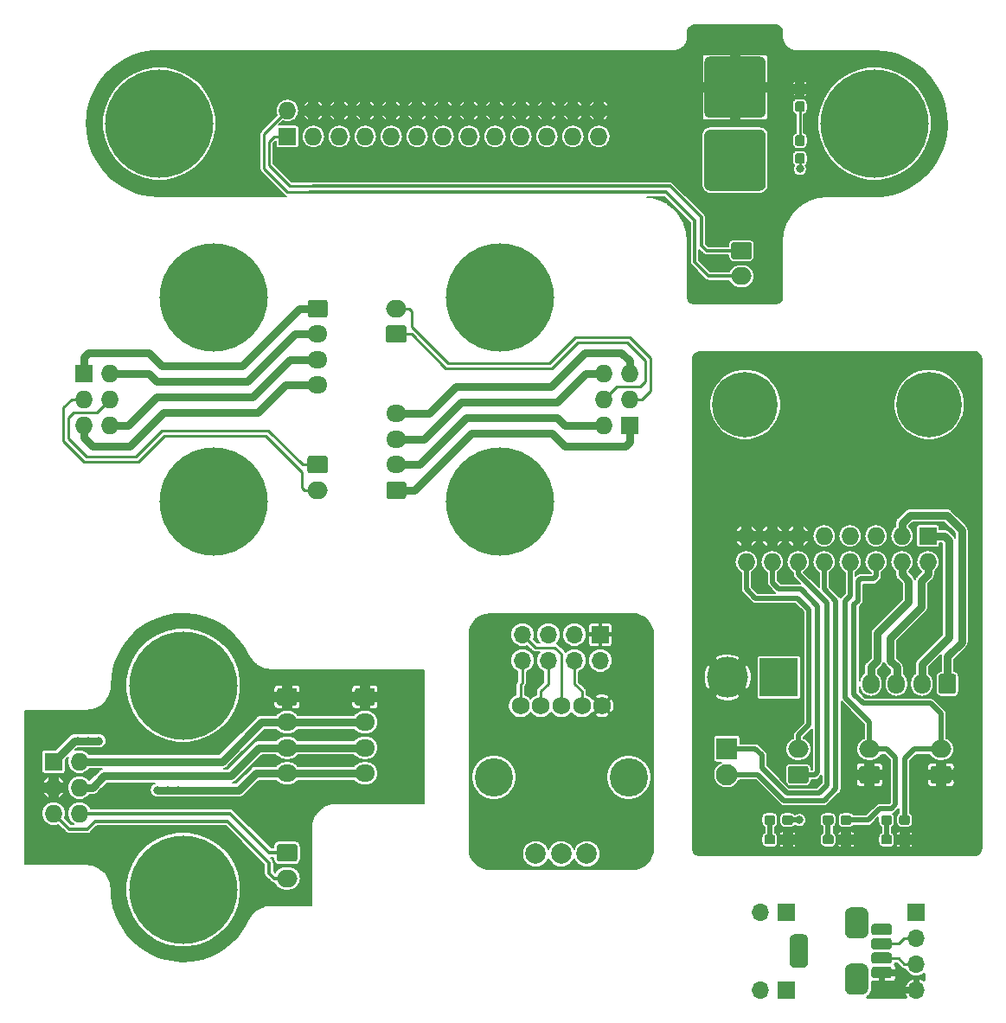
<source format=gbr>
%MOIN*%
%OFA0B0*%
%FSLAX46Y46*%
%IPPOS*%
%LPD*%
%ADD10C,0.25196850393700793*%
%ADD11C,0.15748031496062992*%
%ADD12R,0.14960629921259844X0.14960629921259844*%
%ADD13C,0.0039370078740157488*%
%ADD14C,0.037401574803149609*%
%ADD15O,0.07874015748031496X0.066929133858267723*%
%ADD16C,0.066929133858267723*%
%ADD17O,0.066929133858267723X0.076771653543307089*%
%ADD18C,0.082677165354330714*%
%ADD19R,0.082677165354330714X0.082677165354330714*%
%ADD20O,0.068X0.068*%
%ADD21R,0.068X0.068*%
%ADD22C,0.031496062992125991*%
%ADD23C,0.02*%
%ADD24C,0.030000000000000002*%
%ADD25C,0.006000000000000001*%
%ADD36C,0.0039370078740157488*%
%ADD37C,0.23622047244094491*%
%ADD38C,0.41732283464566933*%
%ADD39C,0.037401574803149609*%
%ADD40O,0.07874015748031496X0.066929133858267723*%
%ADD41C,0.066929133858267723*%
%ADD42O,0.068X0.068*%
%ADD43R,0.068X0.068*%
%ADD44C,0.031496062992125991*%
%ADD45C,0.01*%
%ADD46C,0.012000000000000002*%
%ADD47C,0.006000000000000001*%
%ADD48O,0.07874015748031496X0.066929133858267723*%
%ADD49C,0.0039370078740157488*%
%ADD50C,0.066929133858267723*%
%ADD51O,0.076771653543307089X0.066929133858267723*%
%ADD52O,0.068X0.068*%
%ADD53R,0.068X0.068*%
%ADD54C,0.41732283464566933*%
%ADD55C,0.031496062992125991*%
%ADD56C,0.012000000000000002*%
%ADD57C,0.030000000000000002*%
%ADD58C,0.006000000000000001*%
%ADD59O,0.066929133858267723X0.066929133858267723*%
%ADD60R,0.066929133858267723X0.066929133858267723*%
%ADD61C,0.0039370078740157488*%
%ADD62C,0.068897637795275593*%
%ADD63C,0.08858267716535434*%
%ADD64C,0.043307086614173235*%
%ADD65C,0.01*%
%ADD66O,0.07874015748031496X0.066929133858267723*%
%ADD67C,0.0039370078740157488*%
%ADD68C,0.066929133858267723*%
%ADD69O,0.076771653543307089X0.066929133858267723*%
%ADD70O,0.068X0.068*%
%ADD71R,0.068X0.068*%
%ADD72C,0.41732283464566933*%
%ADD73C,0.030000000000000002*%
%ADD74C,0.01*%
%ADD75C,0.14763779527559057*%
%ADD76C,0.068897637795275593*%
%ADD77C,0.07874015748031496*%
%ADD78O,0.066929133858267723X0.066929133858267723*%
%ADD79R,0.066929133858267723X0.066929133858267723*%
%ADD80C,0.01*%
%ADD81C,0.006000000000000001*%
%ADD82O,0.07874015748031496X0.066929133858267723*%
%ADD83C,0.0039370078740157488*%
%ADD84C,0.066929133858267723*%
%ADD85O,0.076771653543307089X0.066929133858267723*%
%ADD86O,0.068X0.068*%
%ADD87R,0.068X0.068*%
%ADD88C,0.41732283464566933*%
%ADD89C,0.030000000000000002*%
%ADD90C,0.01*%
D10*
X0003307086Y0000669291D02*
X0003661417Y0002421259D03*
X0002952755Y0002421259D03*
D11*
X0002885236Y0001369291D03*
D12*
X0003082086Y0001369291D03*
D13*
G36*
X0003128770Y0000762947D02*
G01*
X0003129678Y0000762812D01*
X0003130568Y0000762589D01*
X0003131432Y0000762280D01*
X0003132262Y0000761888D01*
X0003133049Y0000761416D01*
X0003133786Y0000760869D01*
X0003134466Y0000760253D01*
X0003135082Y0000759573D01*
X0003135628Y0000758836D01*
X0003136100Y0000758049D01*
X0003136492Y0000757219D01*
X0003136802Y0000756356D01*
X0003137025Y0000755465D01*
X0003137159Y0000754558D01*
X0003137204Y0000753641D01*
X0003137204Y0000734940D01*
X0003137159Y0000734024D01*
X0003137025Y0000733116D01*
X0003136802Y0000732226D01*
X0003136492Y0000731362D01*
X0003136100Y0000730533D01*
X0003135628Y0000729746D01*
X0003135082Y0000729009D01*
X0003134466Y0000728329D01*
X0003133786Y0000727712D01*
X0003133049Y0000727166D01*
X0003132262Y0000726694D01*
X0003131432Y0000726302D01*
X0003130568Y0000725993D01*
X0003129678Y0000725770D01*
X0003128770Y0000725635D01*
X0003127854Y0000725590D01*
X0003105216Y0000725590D01*
X0003104300Y0000725635D01*
X0003103392Y0000725770D01*
X0003102502Y0000725993D01*
X0003101638Y0000726302D01*
X0003100808Y0000726694D01*
X0003100021Y0000727166D01*
X0003099284Y0000727712D01*
X0003098604Y0000728329D01*
X0003097988Y0000729009D01*
X0003097441Y0000729746D01*
X0003096970Y0000730533D01*
X0003096577Y0000731362D01*
X0003096268Y0000732226D01*
X0003096045Y0000733116D01*
X0003095911Y0000734024D01*
X0003095866Y0000734940D01*
X0003095866Y0000753641D01*
X0003095911Y0000754558D01*
X0003096045Y0000755465D01*
X0003096268Y0000756356D01*
X0003096577Y0000757219D01*
X0003096970Y0000758049D01*
X0003097441Y0000758836D01*
X0003097988Y0000759573D01*
X0003098604Y0000760253D01*
X0003099284Y0000760869D01*
X0003100021Y0000761416D01*
X0003100808Y0000761888D01*
X0003101638Y0000762280D01*
X0003102502Y0000762589D01*
X0003103392Y0000762812D01*
X0003104300Y0000762947D01*
X0003105216Y0000762992D01*
X0003127854Y0000762992D01*
X0003128770Y0000762947D01*
X0003128770Y0000762947D01*
G37*
D14*
X0003116535Y0000744291D03*
D13*
G36*
X0003059873Y0000762947D02*
G01*
X0003060780Y0000762812D01*
X0003061670Y0000762589D01*
X0003062534Y0000762280D01*
X0003063364Y0000761888D01*
X0003064151Y0000761416D01*
X0003064888Y0000760869D01*
X0003065568Y0000760253D01*
X0003066184Y0000759573D01*
X0003066731Y0000758836D01*
X0003067202Y0000758049D01*
X0003067595Y0000757219D01*
X0003067904Y0000756356D01*
X0003068127Y0000755465D01*
X0003068262Y0000754558D01*
X0003068307Y0000753641D01*
X0003068307Y0000734940D01*
X0003068262Y0000734024D01*
X0003068127Y0000733116D01*
X0003067904Y0000732226D01*
X0003067595Y0000731362D01*
X0003067202Y0000730533D01*
X0003066731Y0000729746D01*
X0003066184Y0000729009D01*
X0003065568Y0000728329D01*
X0003064888Y0000727712D01*
X0003064151Y0000727166D01*
X0003063364Y0000726694D01*
X0003062534Y0000726302D01*
X0003061670Y0000725993D01*
X0003060780Y0000725770D01*
X0003059873Y0000725635D01*
X0003058956Y0000725590D01*
X0003036318Y0000725590D01*
X0003035402Y0000725635D01*
X0003034494Y0000725770D01*
X0003033604Y0000725993D01*
X0003032740Y0000726302D01*
X0003031911Y0000726694D01*
X0003031124Y0000727166D01*
X0003030387Y0000727712D01*
X0003029707Y0000728329D01*
X0003029090Y0000729009D01*
X0003028544Y0000729746D01*
X0003028072Y0000730533D01*
X0003027680Y0000731362D01*
X0003027371Y0000732226D01*
X0003027148Y0000733116D01*
X0003027013Y0000734024D01*
X0003026968Y0000734940D01*
X0003026968Y0000753641D01*
X0003027013Y0000754558D01*
X0003027148Y0000755465D01*
X0003027371Y0000756356D01*
X0003027680Y0000757219D01*
X0003028072Y0000758049D01*
X0003028544Y0000758836D01*
X0003029090Y0000759573D01*
X0003029707Y0000760253D01*
X0003030387Y0000760869D01*
X0003031124Y0000761416D01*
X0003031911Y0000761888D01*
X0003032740Y0000762280D01*
X0003033604Y0000762589D01*
X0003034494Y0000762812D01*
X0003035402Y0000762947D01*
X0003036318Y0000762992D01*
X0003058956Y0000762992D01*
X0003059873Y0000762947D01*
X0003059873Y0000762947D01*
G37*
D14*
X0003047637Y0000744291D03*
D13*
G36*
X0003578770Y0000762947D02*
G01*
X0003579678Y0000762812D01*
X0003580568Y0000762589D01*
X0003581432Y0000762280D01*
X0003582262Y0000761888D01*
X0003583049Y0000761416D01*
X0003583786Y0000760869D01*
X0003584466Y0000760253D01*
X0003585082Y0000759573D01*
X0003585628Y0000758836D01*
X0003586100Y0000758049D01*
X0003586492Y0000757219D01*
X0003586802Y0000756356D01*
X0003587025Y0000755465D01*
X0003587159Y0000754558D01*
X0003587204Y0000753641D01*
X0003587204Y0000734940D01*
X0003587159Y0000734024D01*
X0003587025Y0000733116D01*
X0003586802Y0000732226D01*
X0003586492Y0000731362D01*
X0003586100Y0000730533D01*
X0003585628Y0000729746D01*
X0003585082Y0000729009D01*
X0003584466Y0000728329D01*
X0003583786Y0000727712D01*
X0003583049Y0000727166D01*
X0003582262Y0000726694D01*
X0003581432Y0000726302D01*
X0003580568Y0000725993D01*
X0003579678Y0000725770D01*
X0003578770Y0000725635D01*
X0003577854Y0000725590D01*
X0003555216Y0000725590D01*
X0003554300Y0000725635D01*
X0003553392Y0000725770D01*
X0003552502Y0000725993D01*
X0003551638Y0000726302D01*
X0003550808Y0000726694D01*
X0003550021Y0000727166D01*
X0003549284Y0000727712D01*
X0003548604Y0000728329D01*
X0003547988Y0000729009D01*
X0003547441Y0000729746D01*
X0003546970Y0000730533D01*
X0003546577Y0000731362D01*
X0003546268Y0000732226D01*
X0003546045Y0000733116D01*
X0003545911Y0000734024D01*
X0003545866Y0000734940D01*
X0003545866Y0000753641D01*
X0003545911Y0000754558D01*
X0003546045Y0000755465D01*
X0003546268Y0000756356D01*
X0003546577Y0000757219D01*
X0003546970Y0000758049D01*
X0003547441Y0000758836D01*
X0003547988Y0000759573D01*
X0003548604Y0000760253D01*
X0003549284Y0000760869D01*
X0003550021Y0000761416D01*
X0003550808Y0000761888D01*
X0003551638Y0000762280D01*
X0003552502Y0000762589D01*
X0003553392Y0000762812D01*
X0003554300Y0000762947D01*
X0003555216Y0000762992D01*
X0003577854Y0000762992D01*
X0003578770Y0000762947D01*
X0003578770Y0000762947D01*
G37*
D14*
X0003566535Y0000744291D03*
D13*
G36*
X0003509873Y0000762947D02*
G01*
X0003510780Y0000762812D01*
X0003511670Y0000762589D01*
X0003512534Y0000762280D01*
X0003513364Y0000761888D01*
X0003514151Y0000761416D01*
X0003514888Y0000760869D01*
X0003515568Y0000760253D01*
X0003516184Y0000759573D01*
X0003516731Y0000758836D01*
X0003517202Y0000758049D01*
X0003517595Y0000757219D01*
X0003517904Y0000756356D01*
X0003518127Y0000755465D01*
X0003518262Y0000754558D01*
X0003518307Y0000753641D01*
X0003518307Y0000734940D01*
X0003518262Y0000734024D01*
X0003518127Y0000733116D01*
X0003517904Y0000732226D01*
X0003517595Y0000731362D01*
X0003517202Y0000730533D01*
X0003516731Y0000729746D01*
X0003516184Y0000729009D01*
X0003515568Y0000728329D01*
X0003514888Y0000727712D01*
X0003514151Y0000727166D01*
X0003513364Y0000726694D01*
X0003512534Y0000726302D01*
X0003511670Y0000725993D01*
X0003510780Y0000725770D01*
X0003509873Y0000725635D01*
X0003508956Y0000725590D01*
X0003486318Y0000725590D01*
X0003485402Y0000725635D01*
X0003484494Y0000725770D01*
X0003483604Y0000725993D01*
X0003482740Y0000726302D01*
X0003481911Y0000726694D01*
X0003481124Y0000727166D01*
X0003480387Y0000727712D01*
X0003479707Y0000728329D01*
X0003479090Y0000729009D01*
X0003478544Y0000729746D01*
X0003478072Y0000730533D01*
X0003477680Y0000731362D01*
X0003477371Y0000732226D01*
X0003477148Y0000733116D01*
X0003477013Y0000734024D01*
X0003476968Y0000734940D01*
X0003476968Y0000753641D01*
X0003477013Y0000754558D01*
X0003477148Y0000755465D01*
X0003477371Y0000756356D01*
X0003477680Y0000757219D01*
X0003478072Y0000758049D01*
X0003478544Y0000758836D01*
X0003479090Y0000759573D01*
X0003479707Y0000760253D01*
X0003480387Y0000760869D01*
X0003481124Y0000761416D01*
X0003481911Y0000761888D01*
X0003482740Y0000762280D01*
X0003483604Y0000762589D01*
X0003484494Y0000762812D01*
X0003485402Y0000762947D01*
X0003486318Y0000762992D01*
X0003508956Y0000762992D01*
X0003509873Y0000762947D01*
X0003509873Y0000762947D01*
G37*
D14*
X0003497637Y0000744291D03*
D13*
G36*
X0003353770Y0000762947D02*
G01*
X0003354678Y0000762812D01*
X0003355568Y0000762589D01*
X0003356432Y0000762280D01*
X0003357262Y0000761888D01*
X0003358049Y0000761416D01*
X0003358786Y0000760869D01*
X0003359466Y0000760253D01*
X0003360082Y0000759573D01*
X0003360628Y0000758836D01*
X0003361100Y0000758049D01*
X0003361492Y0000757219D01*
X0003361802Y0000756356D01*
X0003362025Y0000755465D01*
X0003362159Y0000754558D01*
X0003362204Y0000753641D01*
X0003362204Y0000734940D01*
X0003362159Y0000734024D01*
X0003362025Y0000733116D01*
X0003361802Y0000732226D01*
X0003361492Y0000731362D01*
X0003361100Y0000730533D01*
X0003360628Y0000729746D01*
X0003360082Y0000729009D01*
X0003359466Y0000728329D01*
X0003358786Y0000727712D01*
X0003358049Y0000727166D01*
X0003357262Y0000726694D01*
X0003356432Y0000726302D01*
X0003355568Y0000725993D01*
X0003354678Y0000725770D01*
X0003353770Y0000725635D01*
X0003352854Y0000725590D01*
X0003330216Y0000725590D01*
X0003329300Y0000725635D01*
X0003328392Y0000725770D01*
X0003327502Y0000725993D01*
X0003326638Y0000726302D01*
X0003325808Y0000726694D01*
X0003325021Y0000727166D01*
X0003324284Y0000727712D01*
X0003323604Y0000728329D01*
X0003322988Y0000729009D01*
X0003322441Y0000729746D01*
X0003321970Y0000730533D01*
X0003321577Y0000731362D01*
X0003321268Y0000732226D01*
X0003321045Y0000733116D01*
X0003320911Y0000734024D01*
X0003320866Y0000734940D01*
X0003320866Y0000753641D01*
X0003320911Y0000754558D01*
X0003321045Y0000755465D01*
X0003321268Y0000756356D01*
X0003321577Y0000757219D01*
X0003321970Y0000758049D01*
X0003322441Y0000758836D01*
X0003322988Y0000759573D01*
X0003323604Y0000760253D01*
X0003324284Y0000760869D01*
X0003325021Y0000761416D01*
X0003325808Y0000761888D01*
X0003326638Y0000762280D01*
X0003327502Y0000762589D01*
X0003328392Y0000762812D01*
X0003329300Y0000762947D01*
X0003330216Y0000762992D01*
X0003352854Y0000762992D01*
X0003353770Y0000762947D01*
X0003353770Y0000762947D01*
G37*
D14*
X0003341535Y0000744291D03*
D13*
G36*
X0003284873Y0000762947D02*
G01*
X0003285780Y0000762812D01*
X0003286670Y0000762589D01*
X0003287534Y0000762280D01*
X0003288364Y0000761888D01*
X0003289151Y0000761416D01*
X0003289888Y0000760869D01*
X0003290568Y0000760253D01*
X0003291184Y0000759573D01*
X0003291731Y0000758836D01*
X0003292202Y0000758049D01*
X0003292595Y0000757219D01*
X0003292904Y0000756356D01*
X0003293127Y0000755465D01*
X0003293262Y0000754558D01*
X0003293307Y0000753641D01*
X0003293307Y0000734940D01*
X0003293262Y0000734024D01*
X0003293127Y0000733116D01*
X0003292904Y0000732226D01*
X0003292595Y0000731362D01*
X0003292202Y0000730533D01*
X0003291731Y0000729746D01*
X0003291184Y0000729009D01*
X0003290568Y0000728329D01*
X0003289888Y0000727712D01*
X0003289151Y0000727166D01*
X0003288364Y0000726694D01*
X0003287534Y0000726302D01*
X0003286670Y0000725993D01*
X0003285780Y0000725770D01*
X0003284873Y0000725635D01*
X0003283956Y0000725590D01*
X0003261318Y0000725590D01*
X0003260402Y0000725635D01*
X0003259494Y0000725770D01*
X0003258604Y0000725993D01*
X0003257740Y0000726302D01*
X0003256911Y0000726694D01*
X0003256124Y0000727166D01*
X0003255387Y0000727712D01*
X0003254707Y0000728329D01*
X0003254090Y0000729009D01*
X0003253544Y0000729746D01*
X0003253072Y0000730533D01*
X0003252680Y0000731362D01*
X0003252371Y0000732226D01*
X0003252148Y0000733116D01*
X0003252013Y0000734024D01*
X0003251968Y0000734940D01*
X0003251968Y0000753641D01*
X0003252013Y0000754558D01*
X0003252148Y0000755465D01*
X0003252371Y0000756356D01*
X0003252680Y0000757219D01*
X0003253072Y0000758049D01*
X0003253544Y0000758836D01*
X0003254090Y0000759573D01*
X0003254707Y0000760253D01*
X0003255387Y0000760869D01*
X0003256124Y0000761416D01*
X0003256911Y0000761888D01*
X0003257740Y0000762280D01*
X0003258604Y0000762589D01*
X0003259494Y0000762812D01*
X0003260402Y0000762947D01*
X0003261318Y0000762992D01*
X0003283956Y0000762992D01*
X0003284873Y0000762947D01*
X0003284873Y0000762947D01*
G37*
D14*
X0003272637Y0000744291D03*
D15*
X0003432086Y0001092716D03*
D13*
G36*
X0003462578Y0001027708D02*
G01*
X0003463534Y0001027566D01*
X0003464471Y0001027332D01*
X0003465380Y0001027006D01*
X0003466253Y0001026593D01*
X0003467082Y0001026097D01*
X0003467858Y0001025521D01*
X0003468573Y0001024873D01*
X0003469222Y0001024157D01*
X0003469797Y0001023381D01*
X0003470294Y0001022553D01*
X0003470707Y0001021679D01*
X0003471032Y0001020770D01*
X0003471267Y0001019833D01*
X0003471409Y0001018878D01*
X0003471456Y0001017913D01*
X0003471456Y0000970669D01*
X0003471409Y0000969704D01*
X0003471267Y0000968749D01*
X0003471032Y0000967812D01*
X0003470707Y0000966902D01*
X0003470294Y0000966029D01*
X0003469797Y0000965201D01*
X0003469222Y0000964425D01*
X0003468573Y0000963709D01*
X0003467858Y0000963060D01*
X0003467082Y0000962485D01*
X0003466253Y0000961988D01*
X0003465380Y0000961575D01*
X0003464471Y0000961250D01*
X0003463534Y0000961015D01*
X0003462578Y0000960874D01*
X0003461614Y0000960826D01*
X0003402559Y0000960826D01*
X0003401594Y0000960874D01*
X0003400638Y0000961015D01*
X0003399701Y0000961250D01*
X0003398792Y0000961575D01*
X0003397919Y0000961988D01*
X0003397090Y0000962485D01*
X0003396315Y0000963060D01*
X0003395599Y0000963709D01*
X0003394950Y0000964425D01*
X0003394375Y0000965201D01*
X0003393878Y0000966029D01*
X0003393465Y0000966902D01*
X0003393140Y0000967812D01*
X0003392905Y0000968749D01*
X0003392763Y0000969704D01*
X0003392716Y0000970669D01*
X0003392716Y0001017913D01*
X0003392763Y0001018878D01*
X0003392905Y0001019833D01*
X0003393140Y0001020770D01*
X0003393465Y0001021679D01*
X0003393878Y0001022553D01*
X0003394375Y0001023381D01*
X0003394950Y0001024157D01*
X0003395599Y0001024873D01*
X0003396315Y0001025521D01*
X0003397090Y0001026097D01*
X0003397919Y0001026593D01*
X0003398792Y0001027006D01*
X0003399701Y0001027332D01*
X0003400638Y0001027566D01*
X0003401594Y0001027708D01*
X0003402559Y0001027755D01*
X0003461614Y0001027755D01*
X0003462578Y0001027708D01*
X0003462578Y0001027708D01*
G37*
D16*
X0003432086Y0000994291D03*
D15*
X0003707086Y0001092716D03*
D13*
G36*
X0003737578Y0001027708D02*
G01*
X0003738534Y0001027566D01*
X0003739471Y0001027332D01*
X0003740380Y0001027006D01*
X0003741253Y0001026593D01*
X0003742082Y0001026097D01*
X0003742858Y0001025521D01*
X0003743573Y0001024873D01*
X0003744222Y0001024157D01*
X0003744797Y0001023381D01*
X0003745294Y0001022553D01*
X0003745707Y0001021679D01*
X0003746032Y0001020770D01*
X0003746267Y0001019833D01*
X0003746409Y0001018878D01*
X0003746456Y0001017913D01*
X0003746456Y0000970669D01*
X0003746409Y0000969704D01*
X0003746267Y0000968749D01*
X0003746032Y0000967812D01*
X0003745707Y0000966902D01*
X0003745294Y0000966029D01*
X0003744797Y0000965201D01*
X0003744222Y0000964425D01*
X0003743573Y0000963709D01*
X0003742858Y0000963060D01*
X0003742082Y0000962485D01*
X0003741253Y0000961988D01*
X0003740380Y0000961575D01*
X0003739471Y0000961250D01*
X0003738534Y0000961015D01*
X0003737578Y0000960874D01*
X0003736614Y0000960826D01*
X0003677559Y0000960826D01*
X0003676594Y0000960874D01*
X0003675638Y0000961015D01*
X0003674701Y0000961250D01*
X0003673792Y0000961575D01*
X0003672919Y0000961988D01*
X0003672090Y0000962485D01*
X0003671315Y0000963060D01*
X0003670599Y0000963709D01*
X0003669950Y0000964425D01*
X0003669375Y0000965201D01*
X0003668878Y0000966029D01*
X0003668465Y0000966902D01*
X0003668140Y0000967812D01*
X0003667905Y0000968749D01*
X0003667763Y0000969704D01*
X0003667716Y0000970669D01*
X0003667716Y0001017913D01*
X0003667763Y0001018878D01*
X0003667905Y0001019833D01*
X0003668140Y0001020770D01*
X0003668465Y0001021679D01*
X0003668878Y0001022553D01*
X0003669375Y0001023381D01*
X0003669950Y0001024157D01*
X0003670599Y0001024873D01*
X0003671315Y0001025521D01*
X0003672090Y0001026097D01*
X0003672919Y0001026593D01*
X0003673792Y0001027006D01*
X0003674701Y0001027332D01*
X0003675638Y0001027566D01*
X0003676594Y0001027708D01*
X0003677559Y0001027755D01*
X0003736614Y0001027755D01*
X0003737578Y0001027708D01*
X0003737578Y0001027708D01*
G37*
D16*
X0003707086Y0000994291D03*
D15*
X0003157086Y0001092716D03*
D13*
G36*
X0003187578Y0001027708D02*
G01*
X0003188534Y0001027566D01*
X0003189471Y0001027332D01*
X0003190380Y0001027006D01*
X0003191253Y0001026593D01*
X0003192082Y0001026097D01*
X0003192858Y0001025521D01*
X0003193573Y0001024873D01*
X0003194222Y0001024157D01*
X0003194797Y0001023381D01*
X0003195294Y0001022553D01*
X0003195707Y0001021679D01*
X0003196032Y0001020770D01*
X0003196267Y0001019833D01*
X0003196409Y0001018878D01*
X0003196456Y0001017913D01*
X0003196456Y0000970669D01*
X0003196409Y0000969704D01*
X0003196267Y0000968749D01*
X0003196032Y0000967812D01*
X0003195707Y0000966902D01*
X0003195294Y0000966029D01*
X0003194797Y0000965201D01*
X0003194222Y0000964425D01*
X0003193573Y0000963709D01*
X0003192858Y0000963060D01*
X0003192082Y0000962485D01*
X0003191253Y0000961988D01*
X0003190380Y0000961575D01*
X0003189471Y0000961250D01*
X0003188534Y0000961015D01*
X0003187578Y0000960874D01*
X0003186614Y0000960826D01*
X0003127559Y0000960826D01*
X0003126594Y0000960874D01*
X0003125638Y0000961015D01*
X0003124701Y0000961250D01*
X0003123792Y0000961575D01*
X0003122919Y0000961988D01*
X0003122090Y0000962485D01*
X0003121315Y0000963060D01*
X0003120599Y0000963709D01*
X0003119950Y0000964425D01*
X0003119375Y0000965201D01*
X0003118878Y0000966029D01*
X0003118465Y0000966902D01*
X0003118140Y0000967812D01*
X0003117905Y0000968749D01*
X0003117763Y0000969704D01*
X0003117716Y0000970669D01*
X0003117716Y0001017913D01*
X0003117763Y0001018878D01*
X0003117905Y0001019833D01*
X0003118140Y0001020770D01*
X0003118465Y0001021679D01*
X0003118878Y0001022553D01*
X0003119375Y0001023381D01*
X0003119950Y0001024157D01*
X0003120599Y0001024873D01*
X0003121315Y0001025521D01*
X0003122090Y0001026097D01*
X0003122919Y0001026593D01*
X0003123792Y0001027006D01*
X0003124701Y0001027332D01*
X0003125638Y0001027566D01*
X0003126594Y0001027708D01*
X0003127559Y0001027755D01*
X0003186614Y0001027755D01*
X0003187578Y0001027708D01*
X0003187578Y0001027708D01*
G37*
D16*
X0003157086Y0000994291D03*
D17*
X0003436811Y0001344291D03*
X0003535236Y0001344291D03*
X0003633661Y0001344291D03*
D13*
G36*
X0003756673Y0001382629D02*
G01*
X0003757628Y0001382488D01*
X0003758565Y0001382253D01*
X0003759475Y0001381927D01*
X0003760348Y0001381514D01*
X0003761176Y0001381018D01*
X0003761952Y0001380443D01*
X0003762668Y0001379794D01*
X0003763317Y0001379078D01*
X0003763892Y0001378302D01*
X0003764388Y0001377474D01*
X0003764801Y0001376601D01*
X0003765127Y0001375691D01*
X0003765362Y0001374754D01*
X0003765503Y0001373799D01*
X0003765551Y0001372834D01*
X0003765551Y0001315748D01*
X0003765503Y0001314783D01*
X0003765362Y0001313827D01*
X0003765127Y0001312890D01*
X0003764801Y0001311981D01*
X0003764388Y0001311108D01*
X0003763892Y0001310279D01*
X0003763317Y0001309504D01*
X0003762668Y0001308788D01*
X0003761952Y0001308139D01*
X0003761176Y0001307564D01*
X0003760348Y0001307067D01*
X0003759475Y0001306654D01*
X0003758565Y0001306329D01*
X0003757628Y0001306094D01*
X0003756673Y0001305952D01*
X0003755708Y0001305905D01*
X0003708464Y0001305905D01*
X0003707499Y0001305952D01*
X0003706544Y0001306094D01*
X0003705607Y0001306329D01*
X0003704697Y0001306654D01*
X0003703824Y0001307067D01*
X0003702996Y0001307564D01*
X0003702220Y0001308139D01*
X0003701504Y0001308788D01*
X0003700856Y0001309504D01*
X0003700280Y0001310279D01*
X0003699784Y0001311108D01*
X0003699371Y0001311981D01*
X0003699045Y0001312890D01*
X0003698811Y0001313827D01*
X0003698669Y0001314783D01*
X0003698622Y0001315748D01*
X0003698622Y0001372834D01*
X0003698669Y0001373799D01*
X0003698811Y0001374754D01*
X0003699045Y0001375691D01*
X0003699371Y0001376601D01*
X0003699784Y0001377474D01*
X0003700280Y0001378302D01*
X0003700856Y0001379078D01*
X0003701504Y0001379794D01*
X0003702220Y0001380443D01*
X0003702996Y0001381018D01*
X0003703824Y0001381514D01*
X0003704697Y0001381927D01*
X0003705607Y0001382253D01*
X0003706544Y0001382488D01*
X0003707499Y0001382629D01*
X0003708464Y0001382677D01*
X0003755708Y0001382677D01*
X0003756673Y0001382629D01*
X0003756673Y0001382629D01*
G37*
D16*
X0003732086Y0001344291D03*
D18*
X0002882086Y0000994291D03*
D19*
X0002882086Y0001094291D03*
D20*
X0002957086Y0001814173D03*
X0002957086Y0001914173D03*
X0003057086Y0001814173D03*
X0003057086Y0001914173D03*
X0003157086Y0001814173D03*
X0003157086Y0001914173D03*
X0003257086Y0001814173D03*
X0003257086Y0001914173D03*
X0003357086Y0001814173D03*
X0003357086Y0001914173D03*
X0003457086Y0001814173D03*
X0003457086Y0001914173D03*
X0003557086Y0001814173D03*
X0003557086Y0001914173D03*
X0003657086Y0001814173D03*
D21*
X0003657086Y0001914173D03*
D13*
G36*
X0003059873Y0000837947D02*
G01*
X0003060780Y0000837812D01*
X0003061670Y0000837589D01*
X0003062534Y0000837280D01*
X0003063364Y0000836888D01*
X0003064151Y0000836416D01*
X0003064888Y0000835869D01*
X0003065568Y0000835253D01*
X0003066184Y0000834573D01*
X0003066731Y0000833836D01*
X0003067202Y0000833049D01*
X0003067595Y0000832219D01*
X0003067904Y0000831356D01*
X0003068127Y0000830465D01*
X0003068262Y0000829558D01*
X0003068307Y0000828641D01*
X0003068307Y0000809940D01*
X0003068262Y0000809024D01*
X0003068127Y0000808116D01*
X0003067904Y0000807226D01*
X0003067595Y0000806362D01*
X0003067202Y0000805533D01*
X0003066731Y0000804746D01*
X0003066184Y0000804009D01*
X0003065568Y0000803329D01*
X0003064888Y0000802712D01*
X0003064151Y0000802166D01*
X0003063364Y0000801694D01*
X0003062534Y0000801302D01*
X0003061670Y0000800993D01*
X0003060780Y0000800770D01*
X0003059873Y0000800635D01*
X0003058956Y0000800590D01*
X0003036318Y0000800590D01*
X0003035402Y0000800635D01*
X0003034494Y0000800770D01*
X0003033604Y0000800993D01*
X0003032740Y0000801302D01*
X0003031911Y0000801694D01*
X0003031124Y0000802166D01*
X0003030387Y0000802712D01*
X0003029707Y0000803329D01*
X0003029090Y0000804009D01*
X0003028544Y0000804746D01*
X0003028072Y0000805533D01*
X0003027680Y0000806362D01*
X0003027371Y0000807226D01*
X0003027148Y0000808116D01*
X0003027013Y0000809024D01*
X0003026968Y0000809940D01*
X0003026968Y0000828641D01*
X0003027013Y0000829558D01*
X0003027148Y0000830465D01*
X0003027371Y0000831356D01*
X0003027680Y0000832219D01*
X0003028072Y0000833049D01*
X0003028544Y0000833836D01*
X0003029090Y0000834573D01*
X0003029707Y0000835253D01*
X0003030387Y0000835869D01*
X0003031124Y0000836416D01*
X0003031911Y0000836888D01*
X0003032740Y0000837280D01*
X0003033604Y0000837589D01*
X0003034494Y0000837812D01*
X0003035402Y0000837947D01*
X0003036318Y0000837992D01*
X0003058956Y0000837992D01*
X0003059873Y0000837947D01*
X0003059873Y0000837947D01*
G37*
D14*
X0003047637Y0000819291D03*
D13*
G36*
X0003128770Y0000837947D02*
G01*
X0003129678Y0000837812D01*
X0003130568Y0000837589D01*
X0003131432Y0000837280D01*
X0003132262Y0000836888D01*
X0003133049Y0000836416D01*
X0003133786Y0000835869D01*
X0003134466Y0000835253D01*
X0003135082Y0000834573D01*
X0003135628Y0000833836D01*
X0003136100Y0000833049D01*
X0003136492Y0000832219D01*
X0003136802Y0000831356D01*
X0003137025Y0000830465D01*
X0003137159Y0000829558D01*
X0003137204Y0000828641D01*
X0003137204Y0000809940D01*
X0003137159Y0000809024D01*
X0003137025Y0000808116D01*
X0003136802Y0000807226D01*
X0003136492Y0000806362D01*
X0003136100Y0000805533D01*
X0003135628Y0000804746D01*
X0003135082Y0000804009D01*
X0003134466Y0000803329D01*
X0003133786Y0000802712D01*
X0003133049Y0000802166D01*
X0003132262Y0000801694D01*
X0003131432Y0000801302D01*
X0003130568Y0000800993D01*
X0003129678Y0000800770D01*
X0003128770Y0000800635D01*
X0003127854Y0000800590D01*
X0003105216Y0000800590D01*
X0003104300Y0000800635D01*
X0003103392Y0000800770D01*
X0003102502Y0000800993D01*
X0003101638Y0000801302D01*
X0003100808Y0000801694D01*
X0003100021Y0000802166D01*
X0003099284Y0000802712D01*
X0003098604Y0000803329D01*
X0003097988Y0000804009D01*
X0003097441Y0000804746D01*
X0003096970Y0000805533D01*
X0003096577Y0000806362D01*
X0003096268Y0000807226D01*
X0003096045Y0000808116D01*
X0003095911Y0000809024D01*
X0003095866Y0000809940D01*
X0003095866Y0000828641D01*
X0003095911Y0000829558D01*
X0003096045Y0000830465D01*
X0003096268Y0000831356D01*
X0003096577Y0000832219D01*
X0003096970Y0000833049D01*
X0003097441Y0000833836D01*
X0003097988Y0000834573D01*
X0003098604Y0000835253D01*
X0003099284Y0000835869D01*
X0003100021Y0000836416D01*
X0003100808Y0000836888D01*
X0003101638Y0000837280D01*
X0003102502Y0000837589D01*
X0003103392Y0000837812D01*
X0003104300Y0000837947D01*
X0003105216Y0000837992D01*
X0003127854Y0000837992D01*
X0003128770Y0000837947D01*
X0003128770Y0000837947D01*
G37*
D14*
X0003116535Y0000819291D03*
D13*
G36*
X0003509873Y0000837947D02*
G01*
X0003510780Y0000837812D01*
X0003511670Y0000837589D01*
X0003512534Y0000837280D01*
X0003513364Y0000836888D01*
X0003514151Y0000836416D01*
X0003514888Y0000835869D01*
X0003515568Y0000835253D01*
X0003516184Y0000834573D01*
X0003516731Y0000833836D01*
X0003517202Y0000833049D01*
X0003517595Y0000832219D01*
X0003517904Y0000831356D01*
X0003518127Y0000830465D01*
X0003518262Y0000829558D01*
X0003518307Y0000828641D01*
X0003518307Y0000809940D01*
X0003518262Y0000809024D01*
X0003518127Y0000808116D01*
X0003517904Y0000807226D01*
X0003517595Y0000806362D01*
X0003517202Y0000805533D01*
X0003516731Y0000804746D01*
X0003516184Y0000804009D01*
X0003515568Y0000803329D01*
X0003514888Y0000802712D01*
X0003514151Y0000802166D01*
X0003513364Y0000801694D01*
X0003512534Y0000801302D01*
X0003511670Y0000800993D01*
X0003510780Y0000800770D01*
X0003509873Y0000800635D01*
X0003508956Y0000800590D01*
X0003486318Y0000800590D01*
X0003485402Y0000800635D01*
X0003484494Y0000800770D01*
X0003483604Y0000800993D01*
X0003482740Y0000801302D01*
X0003481911Y0000801694D01*
X0003481124Y0000802166D01*
X0003480387Y0000802712D01*
X0003479707Y0000803329D01*
X0003479090Y0000804009D01*
X0003478544Y0000804746D01*
X0003478072Y0000805533D01*
X0003477680Y0000806362D01*
X0003477371Y0000807226D01*
X0003477148Y0000808116D01*
X0003477013Y0000809024D01*
X0003476968Y0000809940D01*
X0003476968Y0000828641D01*
X0003477013Y0000829558D01*
X0003477148Y0000830465D01*
X0003477371Y0000831356D01*
X0003477680Y0000832219D01*
X0003478072Y0000833049D01*
X0003478544Y0000833836D01*
X0003479090Y0000834573D01*
X0003479707Y0000835253D01*
X0003480387Y0000835869D01*
X0003481124Y0000836416D01*
X0003481911Y0000836888D01*
X0003482740Y0000837280D01*
X0003483604Y0000837589D01*
X0003484494Y0000837812D01*
X0003485402Y0000837947D01*
X0003486318Y0000837992D01*
X0003508956Y0000837992D01*
X0003509873Y0000837947D01*
X0003509873Y0000837947D01*
G37*
D14*
X0003497637Y0000819291D03*
D13*
G36*
X0003578770Y0000837947D02*
G01*
X0003579678Y0000837812D01*
X0003580568Y0000837589D01*
X0003581432Y0000837280D01*
X0003582262Y0000836888D01*
X0003583049Y0000836416D01*
X0003583786Y0000835869D01*
X0003584466Y0000835253D01*
X0003585082Y0000834573D01*
X0003585628Y0000833836D01*
X0003586100Y0000833049D01*
X0003586492Y0000832219D01*
X0003586802Y0000831356D01*
X0003587025Y0000830465D01*
X0003587159Y0000829558D01*
X0003587204Y0000828641D01*
X0003587204Y0000809940D01*
X0003587159Y0000809024D01*
X0003587025Y0000808116D01*
X0003586802Y0000807226D01*
X0003586492Y0000806362D01*
X0003586100Y0000805533D01*
X0003585628Y0000804746D01*
X0003585082Y0000804009D01*
X0003584466Y0000803329D01*
X0003583786Y0000802712D01*
X0003583049Y0000802166D01*
X0003582262Y0000801694D01*
X0003581432Y0000801302D01*
X0003580568Y0000800993D01*
X0003579678Y0000800770D01*
X0003578770Y0000800635D01*
X0003577854Y0000800590D01*
X0003555216Y0000800590D01*
X0003554300Y0000800635D01*
X0003553392Y0000800770D01*
X0003552502Y0000800993D01*
X0003551638Y0000801302D01*
X0003550808Y0000801694D01*
X0003550021Y0000802166D01*
X0003549284Y0000802712D01*
X0003548604Y0000803329D01*
X0003547988Y0000804009D01*
X0003547441Y0000804746D01*
X0003546970Y0000805533D01*
X0003546577Y0000806362D01*
X0003546268Y0000807226D01*
X0003546045Y0000808116D01*
X0003545911Y0000809024D01*
X0003545866Y0000809940D01*
X0003545866Y0000828641D01*
X0003545911Y0000829558D01*
X0003546045Y0000830465D01*
X0003546268Y0000831356D01*
X0003546577Y0000832219D01*
X0003546970Y0000833049D01*
X0003547441Y0000833836D01*
X0003547988Y0000834573D01*
X0003548604Y0000835253D01*
X0003549284Y0000835869D01*
X0003550021Y0000836416D01*
X0003550808Y0000836888D01*
X0003551638Y0000837280D01*
X0003552502Y0000837589D01*
X0003553392Y0000837812D01*
X0003554300Y0000837947D01*
X0003555216Y0000837992D01*
X0003577854Y0000837992D01*
X0003578770Y0000837947D01*
X0003578770Y0000837947D01*
G37*
D14*
X0003566535Y0000819291D03*
D13*
G36*
X0003284873Y0000837947D02*
G01*
X0003285780Y0000837812D01*
X0003286670Y0000837589D01*
X0003287534Y0000837280D01*
X0003288364Y0000836888D01*
X0003289151Y0000836416D01*
X0003289888Y0000835869D01*
X0003290568Y0000835253D01*
X0003291184Y0000834573D01*
X0003291731Y0000833836D01*
X0003292202Y0000833049D01*
X0003292595Y0000832219D01*
X0003292904Y0000831356D01*
X0003293127Y0000830465D01*
X0003293262Y0000829558D01*
X0003293307Y0000828641D01*
X0003293307Y0000809940D01*
X0003293262Y0000809024D01*
X0003293127Y0000808116D01*
X0003292904Y0000807226D01*
X0003292595Y0000806362D01*
X0003292202Y0000805533D01*
X0003291731Y0000804746D01*
X0003291184Y0000804009D01*
X0003290568Y0000803329D01*
X0003289888Y0000802712D01*
X0003289151Y0000802166D01*
X0003288364Y0000801694D01*
X0003287534Y0000801302D01*
X0003286670Y0000800993D01*
X0003285780Y0000800770D01*
X0003284873Y0000800635D01*
X0003283956Y0000800590D01*
X0003261318Y0000800590D01*
X0003260402Y0000800635D01*
X0003259494Y0000800770D01*
X0003258604Y0000800993D01*
X0003257740Y0000801302D01*
X0003256911Y0000801694D01*
X0003256124Y0000802166D01*
X0003255387Y0000802712D01*
X0003254707Y0000803329D01*
X0003254090Y0000804009D01*
X0003253544Y0000804746D01*
X0003253072Y0000805533D01*
X0003252680Y0000806362D01*
X0003252371Y0000807226D01*
X0003252148Y0000808116D01*
X0003252013Y0000809024D01*
X0003251968Y0000809940D01*
X0003251968Y0000828641D01*
X0003252013Y0000829558D01*
X0003252148Y0000830465D01*
X0003252371Y0000831356D01*
X0003252680Y0000832219D01*
X0003253072Y0000833049D01*
X0003253544Y0000833836D01*
X0003254090Y0000834573D01*
X0003254707Y0000835253D01*
X0003255387Y0000835869D01*
X0003256124Y0000836416D01*
X0003256911Y0000836888D01*
X0003257740Y0000837280D01*
X0003258604Y0000837589D01*
X0003259494Y0000837812D01*
X0003260402Y0000837947D01*
X0003261318Y0000837992D01*
X0003283956Y0000837992D01*
X0003284873Y0000837947D01*
X0003284873Y0000837947D01*
G37*
D14*
X0003272637Y0000819291D03*
D13*
G36*
X0003353770Y0000837947D02*
G01*
X0003354678Y0000837812D01*
X0003355568Y0000837589D01*
X0003356432Y0000837280D01*
X0003357262Y0000836888D01*
X0003358049Y0000836416D01*
X0003358786Y0000835869D01*
X0003359466Y0000835253D01*
X0003360082Y0000834573D01*
X0003360628Y0000833836D01*
X0003361100Y0000833049D01*
X0003361492Y0000832219D01*
X0003361802Y0000831356D01*
X0003362025Y0000830465D01*
X0003362159Y0000829558D01*
X0003362204Y0000828641D01*
X0003362204Y0000809940D01*
X0003362159Y0000809024D01*
X0003362025Y0000808116D01*
X0003361802Y0000807226D01*
X0003361492Y0000806362D01*
X0003361100Y0000805533D01*
X0003360628Y0000804746D01*
X0003360082Y0000804009D01*
X0003359466Y0000803329D01*
X0003358786Y0000802712D01*
X0003358049Y0000802166D01*
X0003357262Y0000801694D01*
X0003356432Y0000801302D01*
X0003355568Y0000800993D01*
X0003354678Y0000800770D01*
X0003353770Y0000800635D01*
X0003352854Y0000800590D01*
X0003330216Y0000800590D01*
X0003329300Y0000800635D01*
X0003328392Y0000800770D01*
X0003327502Y0000800993D01*
X0003326638Y0000801302D01*
X0003325808Y0000801694D01*
X0003325021Y0000802166D01*
X0003324284Y0000802712D01*
X0003323604Y0000803329D01*
X0003322988Y0000804009D01*
X0003322441Y0000804746D01*
X0003321970Y0000805533D01*
X0003321577Y0000806362D01*
X0003321268Y0000807226D01*
X0003321045Y0000808116D01*
X0003320911Y0000809024D01*
X0003320866Y0000809940D01*
X0003320866Y0000828641D01*
X0003320911Y0000829558D01*
X0003321045Y0000830465D01*
X0003321268Y0000831356D01*
X0003321577Y0000832219D01*
X0003321970Y0000833049D01*
X0003322441Y0000833836D01*
X0003322988Y0000834573D01*
X0003323604Y0000835253D01*
X0003324284Y0000835869D01*
X0003325021Y0000836416D01*
X0003325808Y0000836888D01*
X0003326638Y0000837280D01*
X0003327502Y0000837589D01*
X0003328392Y0000837812D01*
X0003329300Y0000837947D01*
X0003330216Y0000837992D01*
X0003352854Y0000837992D01*
X0003353770Y0000837947D01*
X0003353770Y0000837947D01*
G37*
D14*
X0003341535Y0000819291D03*
D22*
X0003162086Y0000819291D03*
X0003612086Y0000744291D03*
X0003387086Y0000744291D03*
X0003162086Y0000744291D03*
D23*
X0003272637Y0000819291D02*
X0003272637Y0000744291D01*
X0003357086Y0001684291D02*
X0003357086Y0001814173D01*
X0003337086Y0001664291D02*
X0003357086Y0001684291D01*
X0003337086Y0001291791D02*
X0003337086Y0001664291D01*
X0003432086Y0001092716D02*
X0003432086Y0001196791D01*
X0003432086Y0001196791D02*
X0003337086Y0001291791D01*
X0003498661Y0001092716D02*
X0003432086Y0001092716D01*
X0003427086Y0000819291D02*
X0003472086Y0000864291D01*
X0003341535Y0000819291D02*
X0003427086Y0000819291D01*
X0003472086Y0000864291D02*
X0003517086Y0000864291D01*
X0003517086Y0000864291D02*
X0003532086Y0000879291D01*
X0003532086Y0000879291D02*
X0003532086Y0001059291D01*
X0003532086Y0001059291D02*
X0003498661Y0001092716D01*
X0003497637Y0000819291D02*
X0003497637Y0000744291D01*
X0003457086Y0001799291D02*
X0003457086Y0001814173D01*
X0003457086Y0001759291D02*
X0003457086Y0001814173D01*
X0003447086Y0001749291D02*
X0003457086Y0001759291D01*
X0003397086Y0001749291D02*
X0003447086Y0001749291D01*
X0003387086Y0001739291D02*
X0003397086Y0001749291D01*
X0003387086Y0001664291D02*
X0003387086Y0001739291D01*
X0003707086Y0001229291D02*
X0003667086Y0001269291D01*
X0003667086Y0001269291D02*
X0003407086Y0001269291D01*
X0003407086Y0001269291D02*
X0003372086Y0001304291D01*
X0003707086Y0001092716D02*
X0003707086Y0001229291D01*
X0003372086Y0001304291D02*
X0003372086Y0001649291D01*
X0003372086Y0001649291D02*
X0003387086Y0001664291D01*
X0003603011Y0001092716D02*
X0003707086Y0001092716D01*
X0003566535Y0000819291D02*
X0003566535Y0001056240D01*
X0003566535Y0001056240D02*
X0003603011Y0001092716D01*
X0003047637Y0000819291D02*
X0003047637Y0000744291D01*
X0003116535Y0000819291D02*
X0003162086Y0000819291D01*
X0002957086Y0001709291D02*
X0002957086Y0001814173D01*
X0003157086Y0001146181D02*
X0003197086Y0001186181D01*
X0003157086Y0001092716D02*
X0003157086Y0001146181D01*
X0003197086Y0001186181D02*
X0003197086Y0001631791D01*
X0003197086Y0001631791D02*
X0003154586Y0001674291D01*
X0003154586Y0001674291D02*
X0002992086Y0001674291D01*
X0002992086Y0001674291D02*
X0002957086Y0001709291D01*
X0003566535Y0000744291D02*
X0003612086Y0000744291D01*
X0003341535Y0000744291D02*
X0003387086Y0000744291D01*
X0003116535Y0000744291D02*
X0003162086Y0000744291D01*
X0003232086Y0001004291D02*
X0003232086Y0001644291D01*
X0003057086Y0001734291D02*
X0003057086Y0001814173D01*
X0003232086Y0001644291D02*
X0003167086Y0001709291D01*
X0003167086Y0001709291D02*
X0003082086Y0001709291D01*
X0003082086Y0001709291D02*
X0003057086Y0001734291D01*
X0003222086Y0000994291D02*
X0003232086Y0001004291D01*
X0003157086Y0000994291D02*
X0003222086Y0000994291D01*
X0003157086Y0001766090D02*
X0003157086Y0001814173D01*
X0003267086Y0001656089D02*
X0003157086Y0001766090D01*
X0003267086Y0000954291D02*
X0003267086Y0001656089D01*
X0002882086Y0001094291D02*
X0002992086Y0001094291D01*
X0003017086Y0001069291D02*
X0003017086Y0001020629D01*
X0003017086Y0001020629D02*
X0003113425Y0000924291D01*
X0002992086Y0001094291D02*
X0003017086Y0001069291D01*
X0003113425Y0000924291D02*
X0003237086Y0000924291D01*
X0003237086Y0000924291D02*
X0003267086Y0000954291D01*
X0003257086Y0001709291D02*
X0003257086Y0001814173D01*
X0003002086Y0000994291D02*
X0003102086Y0000894291D01*
X0002882086Y0000994291D02*
X0003002086Y0000994291D01*
X0003102086Y0000894291D02*
X0003257086Y0000894291D01*
X0003257086Y0000894291D02*
X0003302086Y0000939291D01*
X0003302086Y0000939291D02*
X0003302086Y0001664291D01*
X0003302086Y0001664291D02*
X0003257086Y0001709291D01*
D24*
X0003557086Y0001766090D02*
X0003557086Y0001814173D01*
X0003582086Y0001741090D02*
X0003557086Y0001766090D01*
X0003436811Y0001344291D02*
X0003437086Y0001344566D01*
X0003437086Y0001409291D02*
X0003462086Y0001434291D01*
X0003437086Y0001344566D02*
X0003437086Y0001409291D01*
X0003462086Y0001434291D02*
X0003462086Y0001539291D01*
X0003462086Y0001539291D02*
X0003582086Y0001659291D01*
X0003582086Y0001659291D02*
X0003582086Y0001741090D01*
X0003557086Y0001964291D02*
X0003557086Y0001914173D01*
X0003732086Y0001449291D02*
X0003787086Y0001504291D01*
X0003732086Y0001344291D02*
X0003732086Y0001449291D01*
X0003787086Y0001504291D02*
X0003787086Y0001936791D01*
X0003787086Y0001936791D02*
X0003729586Y0001994291D01*
X0003729586Y0001994291D02*
X0003587086Y0001994291D01*
X0003587086Y0001994291D02*
X0003557086Y0001964291D01*
X0003632086Y0001741090D02*
X0003657086Y0001766090D01*
X0003535236Y0001344291D02*
X0003537086Y0001346141D01*
X0003537086Y0001409291D02*
X0003512086Y0001434291D01*
X0003657086Y0001766090D02*
X0003657086Y0001814173D01*
X0003512086Y0001434291D02*
X0003512086Y0001521791D01*
X0003512086Y0001521791D02*
X0003632086Y0001641791D01*
X0003537086Y0001346141D02*
X0003537086Y0001409291D01*
X0003632086Y0001641791D02*
X0003632086Y0001741090D01*
X0003721086Y0001914173D02*
X0003657086Y0001914173D01*
X0003737086Y0001898173D02*
X0003721086Y0001914173D01*
X0003737086Y0001524291D02*
X0003737086Y0001898173D01*
X0003633661Y0001344291D02*
X0003633661Y0001420866D01*
X0003633661Y0001420866D02*
X0003737086Y0001524291D01*
D25*
G36*
X0003843302Y0002622260D02*
G01*
X0003847842Y0002620889D01*
X0003852029Y0002618663D01*
X0003855704Y0002615666D01*
X0003858726Y0002612012D01*
X0003860982Y0002607840D01*
X0003862384Y0002603311D01*
X0003862952Y0002597904D01*
X0003862952Y0000709394D01*
X0003862418Y0000703941D01*
X0003861047Y0000699402D01*
X0003858821Y0000695214D01*
X0003855823Y0000691540D01*
X0003852170Y0000688517D01*
X0003847998Y0000686261D01*
X0003843468Y0000684859D01*
X0003838062Y0000684291D01*
X0002776324Y0000684291D01*
X0002770871Y0000684826D01*
X0002766331Y0000686196D01*
X0002762144Y0000688422D01*
X0002758469Y0000691420D01*
X0002755446Y0000695074D01*
X0002753190Y0000699245D01*
X0002751788Y0000703775D01*
X0002751220Y0000709181D01*
X0002751220Y0000828641D01*
X0003016041Y0000828641D01*
X0003016041Y0000809940D01*
X0003016431Y0000805985D01*
X0003017585Y0000802181D01*
X0003019459Y0000798675D01*
X0003021980Y0000795602D01*
X0003025053Y0000793081D01*
X0003026763Y0000792167D01*
X0003026763Y0000771415D01*
X0003025053Y0000770501D01*
X0003021980Y0000767979D01*
X0003019459Y0000764907D01*
X0003017585Y0000761401D01*
X0003016431Y0000757597D01*
X0003016041Y0000753641D01*
X0003016041Y0000734940D01*
X0003016431Y0000730985D01*
X0003017585Y0000727181D01*
X0003019459Y0000723675D01*
X0003021980Y0000720602D01*
X0003025053Y0000718081D01*
X0003028559Y0000716207D01*
X0003032363Y0000715053D01*
X0003036318Y0000714663D01*
X0003058956Y0000714663D01*
X0003062912Y0000715053D01*
X0003066716Y0000716207D01*
X0003070222Y0000718081D01*
X0003073294Y0000720602D01*
X0003075816Y0000723675D01*
X0003076706Y0000725340D01*
X0003082866Y0000725340D01*
X0003083066Y0000722983D01*
X0003083820Y0000720536D01*
X0003085038Y0000718283D01*
X0003086671Y0000716311D01*
X0003088658Y0000714695D01*
X0003090922Y0000713499D01*
X0003093376Y0000712767D01*
X0003095926Y0000712527D01*
X0003096285Y0000712590D01*
X0003099535Y0000715840D01*
X0003099535Y0000728590D01*
X0003133535Y0000728590D01*
X0003133535Y0000715840D01*
X0003136785Y0000712590D01*
X0003137144Y0000712527D01*
X0003139694Y0000712767D01*
X0003142148Y0000713499D01*
X0003144412Y0000714695D01*
X0003146399Y0000716311D01*
X0003148032Y0000718283D01*
X0003149250Y0000720536D01*
X0003150004Y0000722983D01*
X0003150204Y0000725340D01*
X0003146954Y0000728590D01*
X0003133535Y0000728590D01*
X0003099535Y0000728590D01*
X0003086116Y0000728590D01*
X0003082866Y0000725340D01*
X0003076706Y0000725340D01*
X0003077690Y0000727181D01*
X0003078844Y0000730985D01*
X0003079233Y0000734940D01*
X0003079233Y0000753641D01*
X0003078844Y0000757597D01*
X0003077690Y0000761401D01*
X0003076706Y0000763242D01*
X0003082866Y0000763242D01*
X0003086116Y0000759992D01*
X0003099535Y0000759992D01*
X0003099535Y0000772742D01*
X0003133535Y0000772742D01*
X0003133535Y0000759992D01*
X0003146954Y0000759992D01*
X0003150204Y0000763242D01*
X0003150004Y0000765599D01*
X0003149250Y0000768046D01*
X0003148032Y0000770299D01*
X0003146399Y0000772271D01*
X0003144412Y0000773886D01*
X0003142148Y0000775083D01*
X0003139694Y0000775815D01*
X0003137144Y0000776054D01*
X0003136785Y0000775992D01*
X0003133535Y0000772742D01*
X0003099535Y0000772742D01*
X0003096285Y0000775992D01*
X0003095926Y0000776054D01*
X0003093376Y0000775815D01*
X0003090922Y0000775083D01*
X0003088658Y0000773886D01*
X0003086671Y0000772271D01*
X0003085038Y0000770299D01*
X0003083820Y0000768046D01*
X0003083066Y0000765599D01*
X0003082866Y0000763242D01*
X0003076706Y0000763242D01*
X0003075816Y0000764907D01*
X0003073294Y0000767979D01*
X0003070222Y0000770501D01*
X0003068511Y0000771415D01*
X0003068511Y0000792167D01*
X0003070222Y0000793081D01*
X0003073294Y0000795602D01*
X0003075816Y0000798675D01*
X0003077690Y0000802181D01*
X0003078844Y0000805985D01*
X0003079233Y0000809940D01*
X0003079233Y0000828641D01*
X0003084939Y0000828641D01*
X0003084939Y0000809940D01*
X0003085329Y0000805985D01*
X0003086483Y0000802181D01*
X0003088356Y0000798675D01*
X0003090878Y0000795602D01*
X0003093951Y0000793081D01*
X0003097456Y0000791207D01*
X0003101260Y0000790053D01*
X0003105216Y0000789663D01*
X0003127854Y0000789663D01*
X0003131810Y0000790053D01*
X0003135614Y0000791207D01*
X0003139119Y0000793081D01*
X0003142192Y0000795602D01*
X0003144502Y0000798417D01*
X0003145408Y0000798417D01*
X0003149476Y0000795699D01*
X0003154321Y0000793692D01*
X0003159464Y0000792669D01*
X0003164708Y0000792669D01*
X0003169851Y0000793692D01*
X0003174696Y0000795699D01*
X0003179057Y0000798612D01*
X0003182765Y0000802320D01*
X0003185678Y0000806681D01*
X0003187685Y0000811525D01*
X0003188708Y0000816669D01*
X0003188708Y0000821913D01*
X0003187685Y0000827056D01*
X0003187029Y0000828641D01*
X0003241041Y0000828641D01*
X0003241041Y0000809940D01*
X0003241431Y0000805985D01*
X0003242585Y0000802181D01*
X0003244459Y0000798675D01*
X0003246980Y0000795602D01*
X0003250053Y0000793081D01*
X0003251763Y0000792167D01*
X0003251763Y0000771415D01*
X0003250053Y0000770501D01*
X0003246980Y0000767979D01*
X0003244459Y0000764907D01*
X0003242585Y0000761401D01*
X0003241431Y0000757597D01*
X0003241041Y0000753641D01*
X0003241041Y0000734940D01*
X0003241431Y0000730985D01*
X0003242585Y0000727181D01*
X0003244459Y0000723675D01*
X0003246980Y0000720602D01*
X0003250053Y0000718081D01*
X0003253559Y0000716207D01*
X0003257363Y0000715053D01*
X0003261318Y0000714663D01*
X0003283956Y0000714663D01*
X0003287912Y0000715053D01*
X0003291716Y0000716207D01*
X0003295222Y0000718081D01*
X0003298294Y0000720602D01*
X0003300816Y0000723675D01*
X0003301706Y0000725340D01*
X0003307866Y0000725340D01*
X0003308066Y0000722983D01*
X0003308820Y0000720536D01*
X0003310038Y0000718283D01*
X0003311671Y0000716311D01*
X0003313658Y0000714695D01*
X0003315922Y0000713499D01*
X0003318376Y0000712767D01*
X0003320926Y0000712527D01*
X0003321285Y0000712590D01*
X0003324535Y0000715840D01*
X0003324535Y0000728590D01*
X0003358535Y0000728590D01*
X0003358535Y0000715840D01*
X0003361785Y0000712590D01*
X0003362144Y0000712527D01*
X0003364694Y0000712767D01*
X0003367148Y0000713499D01*
X0003369412Y0000714695D01*
X0003371399Y0000716311D01*
X0003373032Y0000718283D01*
X0003374250Y0000720536D01*
X0003375004Y0000722983D01*
X0003375204Y0000725340D01*
X0003371954Y0000728590D01*
X0003358535Y0000728590D01*
X0003324535Y0000728590D01*
X0003311116Y0000728590D01*
X0003307866Y0000725340D01*
X0003301706Y0000725340D01*
X0003302690Y0000727181D01*
X0003303844Y0000730985D01*
X0003304233Y0000734940D01*
X0003304233Y0000753641D01*
X0003303844Y0000757597D01*
X0003302690Y0000761401D01*
X0003301706Y0000763242D01*
X0003307866Y0000763242D01*
X0003311116Y0000759992D01*
X0003324535Y0000759992D01*
X0003324535Y0000772742D01*
X0003358535Y0000772742D01*
X0003358535Y0000759992D01*
X0003371954Y0000759992D01*
X0003375204Y0000763242D01*
X0003375004Y0000765599D01*
X0003374250Y0000768046D01*
X0003373032Y0000770299D01*
X0003371399Y0000772271D01*
X0003369412Y0000773886D01*
X0003367148Y0000775083D01*
X0003364694Y0000775815D01*
X0003362144Y0000776054D01*
X0003361785Y0000775992D01*
X0003358535Y0000772742D01*
X0003324535Y0000772742D01*
X0003321285Y0000775992D01*
X0003320926Y0000776054D01*
X0003318376Y0000775815D01*
X0003315922Y0000775083D01*
X0003313658Y0000773886D01*
X0003311671Y0000772271D01*
X0003310038Y0000770299D01*
X0003308820Y0000768046D01*
X0003308066Y0000765599D01*
X0003307866Y0000763242D01*
X0003301706Y0000763242D01*
X0003300816Y0000764907D01*
X0003298294Y0000767979D01*
X0003295222Y0000770501D01*
X0003293511Y0000771415D01*
X0003293511Y0000792167D01*
X0003295222Y0000793081D01*
X0003298294Y0000795602D01*
X0003300816Y0000798675D01*
X0003302690Y0000802181D01*
X0003303844Y0000805985D01*
X0003304233Y0000809940D01*
X0003304233Y0000828641D01*
X0003303844Y0000832597D01*
X0003302690Y0000836401D01*
X0003300816Y0000839907D01*
X0003298294Y0000842979D01*
X0003295222Y0000845501D01*
X0003291716Y0000847375D01*
X0003287912Y0000848529D01*
X0003283956Y0000848918D01*
X0003261318Y0000848918D01*
X0003257363Y0000848529D01*
X0003253559Y0000847375D01*
X0003250053Y0000845501D01*
X0003246980Y0000842979D01*
X0003244459Y0000839907D01*
X0003242585Y0000836401D01*
X0003241431Y0000832597D01*
X0003241041Y0000828641D01*
X0003187029Y0000828641D01*
X0003185678Y0000831901D01*
X0003182765Y0000836261D01*
X0003179057Y0000839970D01*
X0003174696Y0000842883D01*
X0003169851Y0000844890D01*
X0003164708Y0000845913D01*
X0003159464Y0000845913D01*
X0003154321Y0000844890D01*
X0003149476Y0000842883D01*
X0003145408Y0000840165D01*
X0003144502Y0000840165D01*
X0003142192Y0000842979D01*
X0003139119Y0000845501D01*
X0003135614Y0000847375D01*
X0003131810Y0000848529D01*
X0003127854Y0000848918D01*
X0003105216Y0000848918D01*
X0003101260Y0000848529D01*
X0003097456Y0000847375D01*
X0003093951Y0000845501D01*
X0003090878Y0000842979D01*
X0003088356Y0000839907D01*
X0003086483Y0000836401D01*
X0003085329Y0000832597D01*
X0003084939Y0000828641D01*
X0003079233Y0000828641D01*
X0003078844Y0000832597D01*
X0003077690Y0000836401D01*
X0003075816Y0000839907D01*
X0003073294Y0000842979D01*
X0003070222Y0000845501D01*
X0003066716Y0000847375D01*
X0003062912Y0000848529D01*
X0003058956Y0000848918D01*
X0003036318Y0000848918D01*
X0003032363Y0000848529D01*
X0003028559Y0000847375D01*
X0003025053Y0000845501D01*
X0003021980Y0000842979D01*
X0003019459Y0000839907D01*
X0003017585Y0000836401D01*
X0003016431Y0000832597D01*
X0003016041Y0000828641D01*
X0002751220Y0000828641D01*
X0002751220Y0001135629D01*
X0002829821Y0001135629D01*
X0002829821Y0001052952D01*
X0002830031Y0001050821D01*
X0002830653Y0001048771D01*
X0002831662Y0001046882D01*
X0002833021Y0001045226D01*
X0002834677Y0001043867D01*
X0002836566Y0001042857D01*
X0002838616Y0001042236D01*
X0002840748Y0001042026D01*
X0002860890Y0001042026D01*
X0002857354Y0001040561D01*
X0002848803Y0001034847D01*
X0002841530Y0001027574D01*
X0002835816Y0001019023D01*
X0002831880Y0001009521D01*
X0002829874Y0000999433D01*
X0002829874Y0000989148D01*
X0002831880Y0000979061D01*
X0002835816Y0000969559D01*
X0002841530Y0000961007D01*
X0002848803Y0000953735D01*
X0002857354Y0000948021D01*
X0002866856Y0000944085D01*
X0002876944Y0000942078D01*
X0002887229Y0000942078D01*
X0002897316Y0000944085D01*
X0002906818Y0000948021D01*
X0002915370Y0000953735D01*
X0002922642Y0000961007D01*
X0002928356Y0000969559D01*
X0002929954Y0000973417D01*
X0002993440Y0000973417D01*
X0003086601Y0000880256D01*
X0003087255Y0000879459D01*
X0003090433Y0000876851D01*
X0003094059Y0000874912D01*
X0003097994Y0000873719D01*
X0003101061Y0000873417D01*
X0003101061Y0000873417D01*
X0003102086Y0000873316D01*
X0003103111Y0000873417D01*
X0003256061Y0000873417D01*
X0003257086Y0000873316D01*
X0003258111Y0000873417D01*
X0003258111Y0000873417D01*
X0003261178Y0000873719D01*
X0003265113Y0000874912D01*
X0003268739Y0000876851D01*
X0003271918Y0000879459D01*
X0003272572Y0000880256D01*
X0003316121Y0000923806D01*
X0003316918Y0000924459D01*
X0003319526Y0000927638D01*
X0003321465Y0000931264D01*
X0003322658Y0000935199D01*
X0003322960Y0000938266D01*
X0003322960Y0000938266D01*
X0003323061Y0000939291D01*
X0003322960Y0000940316D01*
X0003322960Y0000960826D01*
X0003379653Y0000960826D01*
X0003379904Y0000958278D01*
X0003380647Y0000955827D01*
X0003381855Y0000953569D01*
X0003383479Y0000951589D01*
X0003385459Y0000949965D01*
X0003387717Y0000948758D01*
X0003390168Y0000948014D01*
X0003392716Y0000947763D01*
X0003411836Y0000947826D01*
X0003415086Y0000951076D01*
X0003415086Y0000977291D01*
X0003449086Y0000977291D01*
X0003449086Y0000951076D01*
X0003452336Y0000947826D01*
X0003471456Y0000947763D01*
X0003474005Y0000948014D01*
X0003476455Y0000948758D01*
X0003478714Y0000949965D01*
X0003480693Y0000951589D01*
X0003482318Y0000953569D01*
X0003483525Y0000955827D01*
X0003484268Y0000958278D01*
X0003484519Y0000960826D01*
X0003484456Y0000974041D01*
X0003481206Y0000977291D01*
X0003449086Y0000977291D01*
X0003415086Y0000977291D01*
X0003382966Y0000977291D01*
X0003379716Y0000974041D01*
X0003379653Y0000960826D01*
X0003322960Y0000960826D01*
X0003322960Y0001027755D01*
X0003379653Y0001027755D01*
X0003379716Y0001014541D01*
X0003382966Y0001011291D01*
X0003415086Y0001011291D01*
X0003415086Y0001037505D01*
X0003449086Y0001037505D01*
X0003449086Y0001011291D01*
X0003481206Y0001011291D01*
X0003484456Y0001014541D01*
X0003484519Y0001027755D01*
X0003484268Y0001030304D01*
X0003483525Y0001032754D01*
X0003482318Y0001035013D01*
X0003480693Y0001036992D01*
X0003478714Y0001038617D01*
X0003476455Y0001039824D01*
X0003474005Y0001040567D01*
X0003471456Y0001040818D01*
X0003452336Y0001040755D01*
X0003449086Y0001037505D01*
X0003415086Y0001037505D01*
X0003411836Y0001040755D01*
X0003392716Y0001040818D01*
X0003390168Y0001040567D01*
X0003387717Y0001039824D01*
X0003385459Y0001038617D01*
X0003383479Y0001036992D01*
X0003381855Y0001035013D01*
X0003380647Y0001032754D01*
X0003379904Y0001030304D01*
X0003379653Y0001027755D01*
X0003322960Y0001027755D01*
X0003322960Y0001276380D01*
X0003323051Y0001276305D01*
X0003411212Y0001188145D01*
X0003411212Y0001134509D01*
X0003409131Y0001133878D01*
X0003401428Y0001129761D01*
X0003394677Y0001124220D01*
X0003389136Y0001117468D01*
X0003385019Y0001109766D01*
X0003382484Y0001101408D01*
X0003381627Y0001092716D01*
X0003382484Y0001084024D01*
X0003385019Y0001075666D01*
X0003389136Y0001067964D01*
X0003394677Y0001061212D01*
X0003401428Y0001055671D01*
X0003409131Y0001051554D01*
X0003417489Y0001049019D01*
X0003424002Y0001048377D01*
X0003440170Y0001048377D01*
X0003446684Y0001049019D01*
X0003455041Y0001051554D01*
X0003462744Y0001055671D01*
X0003469495Y0001061212D01*
X0003475036Y0001067964D01*
X0003477109Y0001071842D01*
X0003490015Y0001071842D01*
X0003511212Y0001050645D01*
X0003511212Y0000887937D01*
X0003508440Y0000885165D01*
X0003473111Y0000885165D01*
X0003472086Y0000885266D01*
X0003471061Y0000885165D01*
X0003471061Y0000885165D01*
X0003467994Y0000884863D01*
X0003464059Y0000883669D01*
X0003460433Y0000881731D01*
X0003457255Y0000879122D01*
X0003456601Y0000878326D01*
X0003418440Y0000840165D01*
X0003369502Y0000840165D01*
X0003367192Y0000842979D01*
X0003364119Y0000845501D01*
X0003360614Y0000847375D01*
X0003356810Y0000848529D01*
X0003352854Y0000848918D01*
X0003330216Y0000848918D01*
X0003326260Y0000848529D01*
X0003322456Y0000847375D01*
X0003318951Y0000845501D01*
X0003315878Y0000842979D01*
X0003313356Y0000839907D01*
X0003311483Y0000836401D01*
X0003310329Y0000832597D01*
X0003309939Y0000828641D01*
X0003309939Y0000809940D01*
X0003310329Y0000805985D01*
X0003311483Y0000802181D01*
X0003313356Y0000798675D01*
X0003315878Y0000795602D01*
X0003318951Y0000793081D01*
X0003322456Y0000791207D01*
X0003326260Y0000790053D01*
X0003330216Y0000789663D01*
X0003352854Y0000789663D01*
X0003356810Y0000790053D01*
X0003360614Y0000791207D01*
X0003364119Y0000793081D01*
X0003367192Y0000795602D01*
X0003369502Y0000798417D01*
X0003426061Y0000798417D01*
X0003427086Y0000798316D01*
X0003428111Y0000798417D01*
X0003428111Y0000798417D01*
X0003431178Y0000798719D01*
X0003435113Y0000799912D01*
X0003438739Y0000801851D01*
X0003441918Y0000804459D01*
X0003442572Y0000805256D01*
X0003466051Y0000828735D01*
X0003466041Y0000828641D01*
X0003466041Y0000809940D01*
X0003466431Y0000805985D01*
X0003467585Y0000802181D01*
X0003469459Y0000798675D01*
X0003471980Y0000795602D01*
X0003475053Y0000793081D01*
X0003476763Y0000792167D01*
X0003476763Y0000771415D01*
X0003475053Y0000770501D01*
X0003471980Y0000767979D01*
X0003469459Y0000764907D01*
X0003467585Y0000761401D01*
X0003466431Y0000757597D01*
X0003466041Y0000753641D01*
X0003466041Y0000734940D01*
X0003466431Y0000730985D01*
X0003467585Y0000727181D01*
X0003469459Y0000723675D01*
X0003471980Y0000720602D01*
X0003475053Y0000718081D01*
X0003478559Y0000716207D01*
X0003482363Y0000715053D01*
X0003486318Y0000714663D01*
X0003508956Y0000714663D01*
X0003512912Y0000715053D01*
X0003516716Y0000716207D01*
X0003520222Y0000718081D01*
X0003523294Y0000720602D01*
X0003525816Y0000723675D01*
X0003526706Y0000725340D01*
X0003532866Y0000725340D01*
X0003533066Y0000722983D01*
X0003533820Y0000720536D01*
X0003535038Y0000718283D01*
X0003536671Y0000716311D01*
X0003538658Y0000714695D01*
X0003540922Y0000713499D01*
X0003543376Y0000712767D01*
X0003545926Y0000712527D01*
X0003546285Y0000712590D01*
X0003549535Y0000715840D01*
X0003549535Y0000728590D01*
X0003583535Y0000728590D01*
X0003583535Y0000715840D01*
X0003586785Y0000712590D01*
X0003587144Y0000712527D01*
X0003589694Y0000712767D01*
X0003592148Y0000713499D01*
X0003594412Y0000714695D01*
X0003596399Y0000716311D01*
X0003598032Y0000718283D01*
X0003599250Y0000720536D01*
X0003600004Y0000722983D01*
X0003600204Y0000725340D01*
X0003596954Y0000728590D01*
X0003583535Y0000728590D01*
X0003549535Y0000728590D01*
X0003536116Y0000728590D01*
X0003532866Y0000725340D01*
X0003526706Y0000725340D01*
X0003527690Y0000727181D01*
X0003528844Y0000730985D01*
X0003529233Y0000734940D01*
X0003529233Y0000753641D01*
X0003528844Y0000757597D01*
X0003527690Y0000761401D01*
X0003526706Y0000763242D01*
X0003532866Y0000763242D01*
X0003536116Y0000759992D01*
X0003549535Y0000759992D01*
X0003549535Y0000772742D01*
X0003583535Y0000772742D01*
X0003583535Y0000759992D01*
X0003596954Y0000759992D01*
X0003600204Y0000763242D01*
X0003600004Y0000765599D01*
X0003599250Y0000768046D01*
X0003598032Y0000770299D01*
X0003596399Y0000772271D01*
X0003594412Y0000773886D01*
X0003592148Y0000775083D01*
X0003589694Y0000775815D01*
X0003587144Y0000776054D01*
X0003586785Y0000775992D01*
X0003583535Y0000772742D01*
X0003549535Y0000772742D01*
X0003546285Y0000775992D01*
X0003545926Y0000776054D01*
X0003543376Y0000775815D01*
X0003540922Y0000775083D01*
X0003538658Y0000773886D01*
X0003536671Y0000772271D01*
X0003535038Y0000770299D01*
X0003533820Y0000768046D01*
X0003533066Y0000765599D01*
X0003532866Y0000763242D01*
X0003526706Y0000763242D01*
X0003525816Y0000764907D01*
X0003523294Y0000767979D01*
X0003520222Y0000770501D01*
X0003518511Y0000771415D01*
X0003518511Y0000792167D01*
X0003520222Y0000793081D01*
X0003523294Y0000795602D01*
X0003525816Y0000798675D01*
X0003527690Y0000802181D01*
X0003528844Y0000805985D01*
X0003529233Y0000809940D01*
X0003529233Y0000828641D01*
X0003528844Y0000832597D01*
X0003527690Y0000836401D01*
X0003525816Y0000839907D01*
X0003523294Y0000842979D01*
X0003522065Y0000843988D01*
X0003525113Y0000844912D01*
X0003528739Y0000846851D01*
X0003531918Y0000849459D01*
X0003532572Y0000850256D01*
X0003545661Y0000863345D01*
X0003545661Y0000846415D01*
X0003543951Y0000845501D01*
X0003540878Y0000842979D01*
X0003538356Y0000839907D01*
X0003536483Y0000836401D01*
X0003535329Y0000832597D01*
X0003534939Y0000828641D01*
X0003534939Y0000809940D01*
X0003535329Y0000805985D01*
X0003536483Y0000802181D01*
X0003538356Y0000798675D01*
X0003540878Y0000795602D01*
X0003543951Y0000793081D01*
X0003547456Y0000791207D01*
X0003551260Y0000790053D01*
X0003555216Y0000789663D01*
X0003577854Y0000789663D01*
X0003581810Y0000790053D01*
X0003585614Y0000791207D01*
X0003589119Y0000793081D01*
X0003592192Y0000795602D01*
X0003594714Y0000798675D01*
X0003596587Y0000802181D01*
X0003597741Y0000805985D01*
X0003598131Y0000809940D01*
X0003598131Y0000828641D01*
X0003597741Y0000832597D01*
X0003596587Y0000836401D01*
X0003594714Y0000839907D01*
X0003592192Y0000842979D01*
X0003589119Y0000845501D01*
X0003587409Y0000846415D01*
X0003587409Y0000960826D01*
X0003654653Y0000960826D01*
X0003654904Y0000958278D01*
X0003655647Y0000955827D01*
X0003656855Y0000953569D01*
X0003658479Y0000951589D01*
X0003660459Y0000949965D01*
X0003662717Y0000948758D01*
X0003665168Y0000948014D01*
X0003667716Y0000947763D01*
X0003686836Y0000947826D01*
X0003690086Y0000951076D01*
X0003690086Y0000977291D01*
X0003724086Y0000977291D01*
X0003724086Y0000951076D01*
X0003727336Y0000947826D01*
X0003746456Y0000947763D01*
X0003749005Y0000948014D01*
X0003751455Y0000948758D01*
X0003753714Y0000949965D01*
X0003755693Y0000951589D01*
X0003757318Y0000953569D01*
X0003758525Y0000955827D01*
X0003759268Y0000958278D01*
X0003759519Y0000960826D01*
X0003759456Y0000974041D01*
X0003756206Y0000977291D01*
X0003724086Y0000977291D01*
X0003690086Y0000977291D01*
X0003657966Y0000977291D01*
X0003654716Y0000974041D01*
X0003654653Y0000960826D01*
X0003587409Y0000960826D01*
X0003587409Y0001027755D01*
X0003654653Y0001027755D01*
X0003654716Y0001014541D01*
X0003657966Y0001011291D01*
X0003690086Y0001011291D01*
X0003690086Y0001037505D01*
X0003724086Y0001037505D01*
X0003724086Y0001011291D01*
X0003756206Y0001011291D01*
X0003759456Y0001014541D01*
X0003759519Y0001027755D01*
X0003759268Y0001030304D01*
X0003758525Y0001032754D01*
X0003757318Y0001035013D01*
X0003755693Y0001036992D01*
X0003753714Y0001038617D01*
X0003751455Y0001039824D01*
X0003749005Y0001040567D01*
X0003746456Y0001040818D01*
X0003727336Y0001040755D01*
X0003724086Y0001037505D01*
X0003690086Y0001037505D01*
X0003686836Y0001040755D01*
X0003667716Y0001040818D01*
X0003665168Y0001040567D01*
X0003662717Y0001039824D01*
X0003660459Y0001038617D01*
X0003658479Y0001036992D01*
X0003656855Y0001035013D01*
X0003655647Y0001032754D01*
X0003654904Y0001030304D01*
X0003654653Y0001027755D01*
X0003587409Y0001027755D01*
X0003587409Y0001047593D01*
X0003611658Y0001071842D01*
X0003662063Y0001071842D01*
X0003664136Y0001067964D01*
X0003669677Y0001061212D01*
X0003676428Y0001055671D01*
X0003684131Y0001051554D01*
X0003692489Y0001049019D01*
X0003699002Y0001048377D01*
X0003715170Y0001048377D01*
X0003721684Y0001049019D01*
X0003730041Y0001051554D01*
X0003737744Y0001055671D01*
X0003744495Y0001061212D01*
X0003750036Y0001067964D01*
X0003754153Y0001075666D01*
X0003756689Y0001084024D01*
X0003757545Y0001092716D01*
X0003756689Y0001101408D01*
X0003754153Y0001109766D01*
X0003750036Y0001117468D01*
X0003744495Y0001124220D01*
X0003737744Y0001129761D01*
X0003730041Y0001133878D01*
X0003727960Y0001134509D01*
X0003727960Y0001228266D01*
X0003728061Y0001229291D01*
X0003727960Y0001230316D01*
X0003727658Y0001233383D01*
X0003726465Y0001237318D01*
X0003724526Y0001240944D01*
X0003721918Y0001244122D01*
X0003721121Y0001244776D01*
X0003682572Y0001283326D01*
X0003681918Y0001284122D01*
X0003678739Y0001286731D01*
X0003675113Y0001288669D01*
X0003671178Y0001289863D01*
X0003668111Y0001290165D01*
X0003668111Y0001290165D01*
X0003667086Y0001290266D01*
X0003666061Y0001290165D01*
X0003415732Y0001290165D01*
X0003392960Y0001312937D01*
X0003392960Y0001332235D01*
X0003393113Y0001330678D01*
X0003395649Y0001322320D01*
X0003399766Y0001314617D01*
X0003405307Y0001307866D01*
X0003412058Y0001302325D01*
X0003419761Y0001298208D01*
X0003428119Y0001295673D01*
X0003436811Y0001294816D01*
X0003445502Y0001295673D01*
X0003453860Y0001298208D01*
X0003461563Y0001302325D01*
X0003468314Y0001307866D01*
X0003473855Y0001314617D01*
X0003477972Y0001322320D01*
X0003480508Y0001330678D01*
X0003481149Y0001337191D01*
X0003481149Y0001351390D01*
X0003480508Y0001357904D01*
X0003477972Y0001366262D01*
X0003473855Y0001373964D01*
X0003468314Y0001380716D01*
X0003462960Y0001385110D01*
X0003462960Y0001398573D01*
X0003479484Y0001415097D01*
X0003480470Y0001415907D01*
X0003481280Y0001416893D01*
X0003481280Y0001416894D01*
X0003483704Y0001419846D01*
X0003486106Y0001424341D01*
X0003487086Y0001427572D01*
X0003488066Y0001424341D01*
X0003490469Y0001419847D01*
X0003493702Y0001415907D01*
X0003494689Y0001415097D01*
X0003511212Y0001398573D01*
X0003511212Y0001386646D01*
X0003510483Y0001386257D01*
X0003503732Y0001380716D01*
X0003498191Y0001373964D01*
X0003494074Y0001366262D01*
X0003491539Y0001357904D01*
X0003490897Y0001351390D01*
X0003490897Y0001337191D01*
X0003491539Y0001330678D01*
X0003494074Y0001322320D01*
X0003498191Y0001314617D01*
X0003503732Y0001307866D01*
X0003510483Y0001302325D01*
X0003518186Y0001298208D01*
X0003526544Y0001295673D01*
X0003535236Y0001294816D01*
X0003543928Y0001295673D01*
X0003552285Y0001298208D01*
X0003559988Y0001302325D01*
X0003566740Y0001307866D01*
X0003572280Y0001314617D01*
X0003576397Y0001322320D01*
X0003578933Y0001330678D01*
X0003579574Y0001337191D01*
X0003579574Y0001351390D01*
X0003578933Y0001357904D01*
X0003576397Y0001366262D01*
X0003572280Y0001373964D01*
X0003566740Y0001380716D01*
X0003562960Y0001383818D01*
X0003562960Y0001408020D01*
X0003563085Y0001409291D01*
X0003562960Y0001410561D01*
X0003562960Y0001410562D01*
X0003562586Y0001414363D01*
X0003562152Y0001415793D01*
X0003561106Y0001419240D01*
X0003558704Y0001423735D01*
X0003556280Y0001426688D01*
X0003556280Y0001426688D01*
X0003555470Y0001427675D01*
X0003554484Y0001428485D01*
X0003537960Y0001445008D01*
X0003537960Y0001511074D01*
X0003649483Y0001622597D01*
X0003650470Y0001623407D01*
X0003653704Y0001627346D01*
X0003656106Y0001631841D01*
X0003657586Y0001636719D01*
X0003657960Y0001640520D01*
X0003657960Y0001640520D01*
X0003658085Y0001641791D01*
X0003657960Y0001643061D01*
X0003657960Y0001730372D01*
X0003674484Y0001746896D01*
X0003675470Y0001747705D01*
X0003676280Y0001748692D01*
X0003676280Y0001748692D01*
X0003678704Y0001751645D01*
X0003681106Y0001756140D01*
X0003682586Y0001761017D01*
X0003682752Y0001762707D01*
X0003682960Y0001764819D01*
X0003682960Y0001764819D01*
X0003683085Y0001766090D01*
X0003682960Y0001767360D01*
X0003682960Y0001777356D01*
X0003688970Y0001782288D01*
X0003694578Y0001789121D01*
X0003698745Y0001796917D01*
X0003701311Y0001805376D01*
X0003702177Y0001814173D01*
X0003701311Y0001822970D01*
X0003698745Y0001831428D01*
X0003694578Y0001839224D01*
X0003688970Y0001846057D01*
X0003682137Y0001851665D01*
X0003674342Y0001855832D01*
X0003665883Y0001858397D01*
X0003659291Y0001859047D01*
X0003654882Y0001859047D01*
X0003648289Y0001858397D01*
X0003639830Y0001855832D01*
X0003632035Y0001851665D01*
X0003625202Y0001846057D01*
X0003619594Y0001839224D01*
X0003615427Y0001831428D01*
X0003612861Y0001822970D01*
X0003611995Y0001814173D01*
X0003612861Y0001805376D01*
X0003615427Y0001796917D01*
X0003619594Y0001789121D01*
X0003625202Y0001782288D01*
X0003631212Y0001777356D01*
X0003631212Y0001776807D01*
X0003614689Y0001760284D01*
X0003613702Y0001759474D01*
X0003612892Y0001758487D01*
X0003612892Y0001758487D01*
X0003610469Y0001755534D01*
X0003608066Y0001751039D01*
X0003607086Y0001747809D01*
X0003606106Y0001751039D01*
X0003603704Y0001755534D01*
X0003601280Y0001758487D01*
X0003601280Y0001758487D01*
X0003600470Y0001759474D01*
X0003599484Y0001760283D01*
X0003582960Y0001776807D01*
X0003582960Y0001777356D01*
X0003588970Y0001782288D01*
X0003594578Y0001789121D01*
X0003598745Y0001796917D01*
X0003601311Y0001805376D01*
X0003602177Y0001814173D01*
X0003601311Y0001822970D01*
X0003598745Y0001831428D01*
X0003594578Y0001839224D01*
X0003588970Y0001846057D01*
X0003582137Y0001851665D01*
X0003574342Y0001855832D01*
X0003565883Y0001858397D01*
X0003559291Y0001859047D01*
X0003554882Y0001859047D01*
X0003548289Y0001858397D01*
X0003539830Y0001855832D01*
X0003532035Y0001851665D01*
X0003525202Y0001846057D01*
X0003519594Y0001839224D01*
X0003515427Y0001831428D01*
X0003512861Y0001822970D01*
X0003511995Y0001814173D01*
X0003512861Y0001805376D01*
X0003515427Y0001796917D01*
X0003519594Y0001789121D01*
X0003525202Y0001782288D01*
X0003531212Y0001777356D01*
X0003531212Y0001767360D01*
X0003531087Y0001766090D01*
X0003531212Y0001764819D01*
X0003531212Y0001764819D01*
X0003531587Y0001761017D01*
X0003533066Y0001756140D01*
X0003535469Y0001751645D01*
X0003538702Y0001747705D01*
X0003539689Y0001746895D01*
X0003556212Y0001730372D01*
X0003556212Y0001670008D01*
X0003444689Y0001558485D01*
X0003443702Y0001557675D01*
X0003442892Y0001556688D01*
X0003442892Y0001556688D01*
X0003440469Y0001553735D01*
X0003438066Y0001549240D01*
X0003436587Y0001544363D01*
X0003436087Y0001539291D01*
X0003436212Y0001538020D01*
X0003436212Y0001445008D01*
X0003419689Y0001428485D01*
X0003418702Y0001427675D01*
X0003417892Y0001426688D01*
X0003417892Y0001426688D01*
X0003415469Y0001423735D01*
X0003413066Y0001419240D01*
X0003411587Y0001414363D01*
X0003411087Y0001409291D01*
X0003411212Y0001408020D01*
X0003411212Y0001385562D01*
X0003405307Y0001380716D01*
X0003399766Y0001373964D01*
X0003395649Y0001366262D01*
X0003393113Y0001357904D01*
X0003392960Y0001356347D01*
X0003392960Y0001640645D01*
X0003401121Y0001648806D01*
X0003401918Y0001649459D01*
X0003404526Y0001652638D01*
X0003406465Y0001656264D01*
X0003407658Y0001660199D01*
X0003407960Y0001663265D01*
X0003407960Y0001663266D01*
X0003408061Y0001664291D01*
X0003407960Y0001665316D01*
X0003407960Y0001728417D01*
X0003446061Y0001728417D01*
X0003447086Y0001728316D01*
X0003448111Y0001728417D01*
X0003448111Y0001728417D01*
X0003451178Y0001728719D01*
X0003455113Y0001729912D01*
X0003458739Y0001731851D01*
X0003461918Y0001734459D01*
X0003462572Y0001735256D01*
X0003471121Y0001743806D01*
X0003471918Y0001744459D01*
X0003474526Y0001747638D01*
X0003476465Y0001751264D01*
X0003477658Y0001755199D01*
X0003477960Y0001758266D01*
X0003477960Y0001758266D01*
X0003478061Y0001759291D01*
X0003477960Y0001760316D01*
X0003477960Y0001774448D01*
X0003482137Y0001776681D01*
X0003488970Y0001782288D01*
X0003494578Y0001789121D01*
X0003498745Y0001796917D01*
X0003501311Y0001805376D01*
X0003502177Y0001814173D01*
X0003501311Y0001822970D01*
X0003498745Y0001831428D01*
X0003494578Y0001839224D01*
X0003488970Y0001846057D01*
X0003482137Y0001851665D01*
X0003474342Y0001855832D01*
X0003465883Y0001858397D01*
X0003459291Y0001859047D01*
X0003454882Y0001859047D01*
X0003448289Y0001858397D01*
X0003439830Y0001855832D01*
X0003432035Y0001851665D01*
X0003425202Y0001846057D01*
X0003419594Y0001839224D01*
X0003415427Y0001831428D01*
X0003412861Y0001822970D01*
X0003411995Y0001814173D01*
X0003412861Y0001805376D01*
X0003415427Y0001796917D01*
X0003419594Y0001789121D01*
X0003425202Y0001782288D01*
X0003432035Y0001776681D01*
X0003436212Y0001774448D01*
X0003436212Y0001770165D01*
X0003398111Y0001770165D01*
X0003397086Y0001770266D01*
X0003396061Y0001770165D01*
X0003396061Y0001770165D01*
X0003392994Y0001769863D01*
X0003389059Y0001768669D01*
X0003385433Y0001766731D01*
X0003382255Y0001764122D01*
X0003381601Y0001763326D01*
X0003377960Y0001759685D01*
X0003377960Y0001774448D01*
X0003382137Y0001776681D01*
X0003388970Y0001782288D01*
X0003394578Y0001789121D01*
X0003398745Y0001796917D01*
X0003401311Y0001805376D01*
X0003402177Y0001814173D01*
X0003401311Y0001822970D01*
X0003398745Y0001831428D01*
X0003394578Y0001839224D01*
X0003388970Y0001846057D01*
X0003382137Y0001851665D01*
X0003374342Y0001855832D01*
X0003365883Y0001858397D01*
X0003359291Y0001859047D01*
X0003354882Y0001859047D01*
X0003348289Y0001858397D01*
X0003339830Y0001855832D01*
X0003332035Y0001851665D01*
X0003325202Y0001846057D01*
X0003319594Y0001839224D01*
X0003315427Y0001831428D01*
X0003312861Y0001822970D01*
X0003311995Y0001814173D01*
X0003312861Y0001805376D01*
X0003315427Y0001796917D01*
X0003319594Y0001789121D01*
X0003325202Y0001782288D01*
X0003332035Y0001776681D01*
X0003336212Y0001774448D01*
X0003336212Y0001692937D01*
X0003323051Y0001679776D01*
X0003322255Y0001679122D01*
X0003321601Y0001678326D01*
X0003321601Y0001678326D01*
X0003319646Y0001675944D01*
X0003319586Y0001675832D01*
X0003319526Y0001675944D01*
X0003316918Y0001679122D01*
X0003316121Y0001679776D01*
X0003277960Y0001717937D01*
X0003277960Y0001774448D01*
X0003282137Y0001776681D01*
X0003288970Y0001782288D01*
X0003294578Y0001789121D01*
X0003298745Y0001796917D01*
X0003301311Y0001805376D01*
X0003302177Y0001814173D01*
X0003301311Y0001822970D01*
X0003298745Y0001831428D01*
X0003294578Y0001839224D01*
X0003288970Y0001846057D01*
X0003282137Y0001851665D01*
X0003274342Y0001855832D01*
X0003265883Y0001858397D01*
X0003259291Y0001859047D01*
X0003254882Y0001859047D01*
X0003248289Y0001858397D01*
X0003239830Y0001855832D01*
X0003232035Y0001851665D01*
X0003225202Y0001846057D01*
X0003219594Y0001839224D01*
X0003215427Y0001831428D01*
X0003212861Y0001822970D01*
X0003211995Y0001814173D01*
X0003212861Y0001805376D01*
X0003215427Y0001796917D01*
X0003219594Y0001789121D01*
X0003225202Y0001782288D01*
X0003232035Y0001776681D01*
X0003236212Y0001774448D01*
X0003236212Y0001716484D01*
X0003178148Y0001774548D01*
X0003182137Y0001776681D01*
X0003188970Y0001782288D01*
X0003194578Y0001789121D01*
X0003198745Y0001796917D01*
X0003201311Y0001805376D01*
X0003202177Y0001814173D01*
X0003201311Y0001822970D01*
X0003198745Y0001831428D01*
X0003194578Y0001839224D01*
X0003188970Y0001846057D01*
X0003182137Y0001851665D01*
X0003174342Y0001855832D01*
X0003165883Y0001858397D01*
X0003159291Y0001859047D01*
X0003154882Y0001859047D01*
X0003148289Y0001858397D01*
X0003139830Y0001855832D01*
X0003132035Y0001851665D01*
X0003125202Y0001846057D01*
X0003119594Y0001839224D01*
X0003115427Y0001831428D01*
X0003112861Y0001822970D01*
X0003111995Y0001814173D01*
X0003112861Y0001805376D01*
X0003115427Y0001796917D01*
X0003119594Y0001789121D01*
X0003125202Y0001782288D01*
X0003132035Y0001776681D01*
X0003136212Y0001774448D01*
X0003136212Y0001767115D01*
X0003136111Y0001766090D01*
X0003136212Y0001765064D01*
X0003136212Y0001765064D01*
X0003136514Y0001761998D01*
X0003137708Y0001758063D01*
X0003139646Y0001754436D01*
X0003142255Y0001751258D01*
X0003143051Y0001750604D01*
X0003163490Y0001730165D01*
X0003090732Y0001730165D01*
X0003077960Y0001742937D01*
X0003077960Y0001774448D01*
X0003082137Y0001776681D01*
X0003088970Y0001782288D01*
X0003094578Y0001789121D01*
X0003098745Y0001796917D01*
X0003101311Y0001805376D01*
X0003102177Y0001814173D01*
X0003101311Y0001822970D01*
X0003098745Y0001831428D01*
X0003094578Y0001839224D01*
X0003088970Y0001846057D01*
X0003082137Y0001851665D01*
X0003074342Y0001855832D01*
X0003065883Y0001858397D01*
X0003059291Y0001859047D01*
X0003054882Y0001859047D01*
X0003048289Y0001858397D01*
X0003039830Y0001855832D01*
X0003032035Y0001851665D01*
X0003025202Y0001846057D01*
X0003019594Y0001839224D01*
X0003015427Y0001831428D01*
X0003012861Y0001822970D01*
X0003011995Y0001814173D01*
X0003012861Y0001805376D01*
X0003015427Y0001796917D01*
X0003019594Y0001789121D01*
X0003025202Y0001782288D01*
X0003032035Y0001776681D01*
X0003036212Y0001774448D01*
X0003036212Y0001735316D01*
X0003036111Y0001734291D01*
X0003036212Y0001733266D01*
X0003036212Y0001733266D01*
X0003036514Y0001730199D01*
X0003037708Y0001726264D01*
X0003039646Y0001722638D01*
X0003042255Y0001719459D01*
X0003043051Y0001718805D01*
X0003066601Y0001695256D01*
X0003066675Y0001695165D01*
X0003000732Y0001695165D01*
X0002977960Y0001717937D01*
X0002977960Y0001774448D01*
X0002982137Y0001776681D01*
X0002988970Y0001782288D01*
X0002994578Y0001789121D01*
X0002998745Y0001796917D01*
X0003001311Y0001805376D01*
X0003002177Y0001814173D01*
X0003001311Y0001822970D01*
X0002998745Y0001831428D01*
X0002994578Y0001839224D01*
X0002988970Y0001846057D01*
X0002982137Y0001851665D01*
X0002974342Y0001855832D01*
X0002965883Y0001858397D01*
X0002959291Y0001859047D01*
X0002954882Y0001859047D01*
X0002948289Y0001858397D01*
X0002939830Y0001855832D01*
X0002932035Y0001851665D01*
X0002925202Y0001846057D01*
X0002919594Y0001839224D01*
X0002915427Y0001831428D01*
X0002912861Y0001822970D01*
X0002911995Y0001814173D01*
X0002912861Y0001805376D01*
X0002915427Y0001796917D01*
X0002919594Y0001789121D01*
X0002925202Y0001782288D01*
X0002932035Y0001776681D01*
X0002936212Y0001774448D01*
X0002936212Y0001710316D01*
X0002936111Y0001709291D01*
X0002936212Y0001708266D01*
X0002936212Y0001708266D01*
X0002936514Y0001705199D01*
X0002937708Y0001701264D01*
X0002939646Y0001697638D01*
X0002942255Y0001694459D01*
X0002943051Y0001693805D01*
X0002976601Y0001660256D01*
X0002977255Y0001659459D01*
X0002980433Y0001656851D01*
X0002984059Y0001654912D01*
X0002987994Y0001653719D01*
X0002991061Y0001653417D01*
X0002991061Y0001653417D01*
X0002992086Y0001653316D01*
X0002993111Y0001653417D01*
X0003145940Y0001653417D01*
X0003176212Y0001623145D01*
X0003176212Y0001194827D01*
X0003143051Y0001161666D01*
X0003142255Y0001161012D01*
X0003141601Y0001160216D01*
X0003139646Y0001157834D01*
X0003137708Y0001154207D01*
X0003136514Y0001150273D01*
X0003136111Y0001146181D01*
X0003136212Y0001145155D01*
X0003136212Y0001134509D01*
X0003134131Y0001133878D01*
X0003126428Y0001129761D01*
X0003119677Y0001124220D01*
X0003114136Y0001117468D01*
X0003110019Y0001109766D01*
X0003107484Y0001101408D01*
X0003106627Y0001092716D01*
X0003107484Y0001084024D01*
X0003110019Y0001075666D01*
X0003114136Y0001067964D01*
X0003119677Y0001061212D01*
X0003126428Y0001055671D01*
X0003134131Y0001051554D01*
X0003142489Y0001049019D01*
X0003149002Y0001048377D01*
X0003165170Y0001048377D01*
X0003171684Y0001049019D01*
X0003180041Y0001051554D01*
X0003187744Y0001055671D01*
X0003194495Y0001061212D01*
X0003200036Y0001067964D01*
X0003204153Y0001075666D01*
X0003206689Y0001084024D01*
X0003207545Y0001092716D01*
X0003206689Y0001101408D01*
X0003204153Y0001109766D01*
X0003200036Y0001117468D01*
X0003194495Y0001124220D01*
X0003187744Y0001129761D01*
X0003180041Y0001133878D01*
X0003177960Y0001134509D01*
X0003177960Y0001137534D01*
X0003211121Y0001170695D01*
X0003211212Y0001170770D01*
X0003211212Y0001015165D01*
X0003207383Y0001015165D01*
X0003207383Y0001017913D01*
X0003206984Y0001021965D01*
X0003205802Y0001025861D01*
X0003203883Y0001029452D01*
X0003201300Y0001032599D01*
X0003198152Y0001035182D01*
X0003194562Y0001037101D01*
X0003190666Y0001038283D01*
X0003186614Y0001038682D01*
X0003127559Y0001038682D01*
X0003123507Y0001038283D01*
X0003119611Y0001037101D01*
X0003116020Y0001035182D01*
X0003112873Y0001032599D01*
X0003110290Y0001029452D01*
X0003108370Y0001025861D01*
X0003107188Y0001021965D01*
X0003106789Y0001017913D01*
X0003106789Y0000970669D01*
X0003107188Y0000966617D01*
X0003108370Y0000962721D01*
X0003110290Y0000959130D01*
X0003112873Y0000955983D01*
X0003116020Y0000953400D01*
X0003119611Y0000951481D01*
X0003123507Y0000950299D01*
X0003127559Y0000949900D01*
X0003186614Y0000949900D01*
X0003190666Y0000950299D01*
X0003194562Y0000951481D01*
X0003198152Y0000953400D01*
X0003201300Y0000955983D01*
X0003203883Y0000959130D01*
X0003205802Y0000962721D01*
X0003206984Y0000966617D01*
X0003207383Y0000970669D01*
X0003207383Y0000973417D01*
X0003221061Y0000973417D01*
X0003222086Y0000973316D01*
X0003223111Y0000973417D01*
X0003223111Y0000973417D01*
X0003226178Y0000973719D01*
X0003230113Y0000974912D01*
X0003233739Y0000976851D01*
X0003236918Y0000979459D01*
X0003237572Y0000980256D01*
X0003246121Y0000988806D01*
X0003246212Y0000988880D01*
X0003246212Y0000962937D01*
X0003228440Y0000945165D01*
X0003122071Y0000945165D01*
X0003037960Y0001029276D01*
X0003037960Y0001068266D01*
X0003038061Y0001069291D01*
X0003037658Y0001073383D01*
X0003037296Y0001074576D01*
X0003036465Y0001077318D01*
X0003034526Y0001080944D01*
X0003031918Y0001084122D01*
X0003031121Y0001084776D01*
X0003007572Y0001108326D01*
X0003006918Y0001109122D01*
X0003003739Y0001111731D01*
X0003000113Y0001113669D01*
X0002996178Y0001114863D01*
X0002993111Y0001115165D01*
X0002993111Y0001115165D01*
X0002992086Y0001115266D01*
X0002991061Y0001115165D01*
X0002934351Y0001115165D01*
X0002934351Y0001135629D01*
X0002934141Y0001137761D01*
X0002933520Y0001139811D01*
X0002932510Y0001141700D01*
X0002931151Y0001143356D01*
X0002929495Y0001144715D01*
X0002927606Y0001145724D01*
X0002925556Y0001146346D01*
X0002923425Y0001146556D01*
X0002840748Y0001146556D01*
X0002838616Y0001146346D01*
X0002836566Y0001145724D01*
X0002834677Y0001144715D01*
X0002833021Y0001143356D01*
X0002831662Y0001141700D01*
X0002830653Y0001139811D01*
X0002830031Y0001137761D01*
X0002829821Y0001135629D01*
X0002751220Y0001135629D01*
X0002751220Y0001295544D01*
X0002835530Y0001295544D01*
X0002845734Y0001285999D01*
X0002862742Y0001279893D01*
X0002880615Y0001277223D01*
X0002898666Y0001278090D01*
X0002916200Y0001282463D01*
X0002924738Y0001285999D01*
X0002934941Y0001295544D01*
X0002885236Y0001345249D01*
X0002835530Y0001295544D01*
X0002751220Y0001295544D01*
X0002751220Y0001373911D01*
X0002793167Y0001373911D01*
X0002794035Y0001355861D01*
X0002798408Y0001338327D01*
X0002801944Y0001329789D01*
X0002811489Y0001319585D01*
X0002861194Y0001369291D01*
X0002909277Y0001369291D01*
X0002958983Y0001319585D01*
X0002968527Y0001329789D01*
X0002974633Y0001346797D01*
X0002977304Y0001364670D01*
X0002976436Y0001382721D01*
X0002972064Y0001400255D01*
X0002968527Y0001408793D01*
X0002958983Y0001418996D01*
X0002909277Y0001369291D01*
X0002861194Y0001369291D01*
X0002811489Y0001418996D01*
X0002801944Y0001408793D01*
X0002795838Y0001391784D01*
X0002793167Y0001373911D01*
X0002751220Y0001373911D01*
X0002751220Y0001443038D01*
X0002835530Y0001443038D01*
X0002885236Y0001393332D01*
X0002934941Y0001443038D01*
X0002933812Y0001444094D01*
X0002996356Y0001444094D01*
X0002996356Y0001294488D01*
X0002996566Y0001292356D01*
X0002997188Y0001290306D01*
X0002998198Y0001288417D01*
X0002999557Y0001286761D01*
X0003001212Y0001285403D01*
X0003003102Y0001284393D01*
X0003005151Y0001283771D01*
X0003007283Y0001283561D01*
X0003156889Y0001283561D01*
X0003159021Y0001283771D01*
X0003161071Y0001284393D01*
X0003162960Y0001285403D01*
X0003164616Y0001286761D01*
X0003165974Y0001288417D01*
X0003166984Y0001290306D01*
X0003167606Y0001292356D01*
X0003167816Y0001294488D01*
X0003167816Y0001444094D01*
X0003167606Y0001446226D01*
X0003166984Y0001448275D01*
X0003165974Y0001450165D01*
X0003164616Y0001451820D01*
X0003162960Y0001453179D01*
X0003161071Y0001454189D01*
X0003159021Y0001454811D01*
X0003156889Y0001455021D01*
X0003007283Y0001455021D01*
X0003005151Y0001454811D01*
X0003003102Y0001454189D01*
X0003001212Y0001453179D01*
X0002999557Y0001451820D01*
X0002998198Y0001450165D01*
X0002997188Y0001448275D01*
X0002996566Y0001446226D01*
X0002996356Y0001444094D01*
X0002933812Y0001444094D01*
X0002924738Y0001452583D01*
X0002907729Y0001458689D01*
X0002889856Y0001461359D01*
X0002871806Y0001460491D01*
X0002854272Y0001456119D01*
X0002845734Y0001452583D01*
X0002835530Y0001443038D01*
X0002751220Y0001443038D01*
X0002751220Y0001890527D01*
X0002916466Y0001890527D01*
X0002921860Y0001883057D01*
X0002928607Y0001876783D01*
X0002933441Y0001873554D01*
X0002940086Y0001873861D01*
X0002940086Y0001897173D01*
X0002974086Y0001897173D01*
X0002974086Y0001873861D01*
X0002980731Y0001873554D01*
X0002985565Y0001876783D01*
X0002992312Y0001883057D01*
X0002997706Y0001890527D01*
X0003016466Y0001890527D01*
X0003021860Y0001883057D01*
X0003028607Y0001876783D01*
X0003033441Y0001873554D01*
X0003040086Y0001873861D01*
X0003040086Y0001897173D01*
X0003074086Y0001897173D01*
X0003074086Y0001873861D01*
X0003080731Y0001873554D01*
X0003085565Y0001876783D01*
X0003092312Y0001883057D01*
X0003097706Y0001890527D01*
X0003116466Y0001890527D01*
X0003121860Y0001883057D01*
X0003128607Y0001876783D01*
X0003133441Y0001873554D01*
X0003140086Y0001873861D01*
X0003140086Y0001897173D01*
X0003174086Y0001897173D01*
X0003174086Y0001873861D01*
X0003180731Y0001873554D01*
X0003185565Y0001876783D01*
X0003192312Y0001883057D01*
X0003197706Y0001890527D01*
X0003197655Y0001897173D01*
X0003174086Y0001897173D01*
X0003140086Y0001897173D01*
X0003116517Y0001897173D01*
X0003116466Y0001890527D01*
X0003097706Y0001890527D01*
X0003097655Y0001897173D01*
X0003074086Y0001897173D01*
X0003040086Y0001897173D01*
X0003016517Y0001897173D01*
X0003016466Y0001890527D01*
X0002997706Y0001890527D01*
X0002997655Y0001897173D01*
X0002974086Y0001897173D01*
X0002940086Y0001897173D01*
X0002916517Y0001897173D01*
X0002916466Y0001890527D01*
X0002751220Y0001890527D01*
X0002751220Y0001914173D01*
X0003211995Y0001914173D01*
X0003212861Y0001905376D01*
X0003215427Y0001896917D01*
X0003219594Y0001889121D01*
X0003225202Y0001882288D01*
X0003232035Y0001876681D01*
X0003239830Y0001872514D01*
X0003248289Y0001869948D01*
X0003254882Y0001869299D01*
X0003259291Y0001869299D01*
X0003265883Y0001869948D01*
X0003274342Y0001872514D01*
X0003282137Y0001876681D01*
X0003288970Y0001882288D01*
X0003294578Y0001889121D01*
X0003298745Y0001896917D01*
X0003301311Y0001905376D01*
X0003302177Y0001914173D01*
X0003311995Y0001914173D01*
X0003312861Y0001905376D01*
X0003315427Y0001896917D01*
X0003319594Y0001889121D01*
X0003325202Y0001882288D01*
X0003332035Y0001876681D01*
X0003339830Y0001872514D01*
X0003348289Y0001869948D01*
X0003354882Y0001869299D01*
X0003359291Y0001869299D01*
X0003365883Y0001869948D01*
X0003374342Y0001872514D01*
X0003382137Y0001876681D01*
X0003388970Y0001882288D01*
X0003394578Y0001889121D01*
X0003398745Y0001896917D01*
X0003401311Y0001905376D01*
X0003402177Y0001914173D01*
X0003411995Y0001914173D01*
X0003412861Y0001905376D01*
X0003415427Y0001896917D01*
X0003419594Y0001889121D01*
X0003425202Y0001882288D01*
X0003432035Y0001876681D01*
X0003439830Y0001872514D01*
X0003448289Y0001869948D01*
X0003454882Y0001869299D01*
X0003459291Y0001869299D01*
X0003465883Y0001869948D01*
X0003474342Y0001872514D01*
X0003482137Y0001876681D01*
X0003488970Y0001882288D01*
X0003494578Y0001889121D01*
X0003498745Y0001896917D01*
X0003501311Y0001905376D01*
X0003502177Y0001914173D01*
X0003511995Y0001914173D01*
X0003512861Y0001905376D01*
X0003515427Y0001896917D01*
X0003519594Y0001889121D01*
X0003525202Y0001882288D01*
X0003532035Y0001876681D01*
X0003539830Y0001872514D01*
X0003548289Y0001869948D01*
X0003554882Y0001869299D01*
X0003559291Y0001869299D01*
X0003565883Y0001869948D01*
X0003574342Y0001872514D01*
X0003582137Y0001876681D01*
X0003588970Y0001882288D01*
X0003594578Y0001889121D01*
X0003598745Y0001896917D01*
X0003601311Y0001905376D01*
X0003602177Y0001914173D01*
X0003601311Y0001922970D01*
X0003598745Y0001931428D01*
X0003594578Y0001939224D01*
X0003588970Y0001946057D01*
X0003582960Y0001950989D01*
X0003582960Y0001953573D01*
X0003597803Y0001968417D01*
X0003718869Y0001968417D01*
X0003761212Y0001926073D01*
X0003761212Y0001907773D01*
X0003761106Y0001908122D01*
X0003758704Y0001912617D01*
X0003755470Y0001916557D01*
X0003754483Y0001917367D01*
X0003740280Y0001931570D01*
X0003739470Y0001932557D01*
X0003735530Y0001935790D01*
X0003731036Y0001938193D01*
X0003726158Y0001939672D01*
X0003722357Y0001940047D01*
X0003722357Y0001940047D01*
X0003721086Y0001940172D01*
X0003719816Y0001940047D01*
X0003702013Y0001940047D01*
X0003702013Y0001948173D01*
X0003701803Y0001950304D01*
X0003701181Y0001952354D01*
X0003700171Y0001954243D01*
X0003698812Y0001955899D01*
X0003697157Y0001957258D01*
X0003695268Y0001958268D01*
X0003693218Y0001958889D01*
X0003691086Y0001959099D01*
X0003623086Y0001959099D01*
X0003620954Y0001958889D01*
X0003618905Y0001958268D01*
X0003617016Y0001957258D01*
X0003615360Y0001955899D01*
X0003614001Y0001954243D01*
X0003612991Y0001952354D01*
X0003612369Y0001950304D01*
X0003612160Y0001948173D01*
X0003612160Y0001880173D01*
X0003612369Y0001878041D01*
X0003612991Y0001875991D01*
X0003614001Y0001874102D01*
X0003615360Y0001872446D01*
X0003617016Y0001871088D01*
X0003618905Y0001870078D01*
X0003620954Y0001869456D01*
X0003623086Y0001869246D01*
X0003691086Y0001869246D01*
X0003693218Y0001869456D01*
X0003695268Y0001870078D01*
X0003697157Y0001871088D01*
X0003698812Y0001872446D01*
X0003700171Y0001874102D01*
X0003701181Y0001875991D01*
X0003701803Y0001878041D01*
X0003702013Y0001880173D01*
X0003702013Y0001888299D01*
X0003710369Y0001888299D01*
X0003711212Y0001887455D01*
X0003711212Y0001535008D01*
X0003616264Y0001440060D01*
X0003615277Y0001439250D01*
X0003614467Y0001438263D01*
X0003614467Y0001438263D01*
X0003612043Y0001435310D01*
X0003609641Y0001430815D01*
X0003608161Y0001425938D01*
X0003607662Y0001420866D01*
X0003607787Y0001419595D01*
X0003607787Y0001385336D01*
X0003602157Y0001380716D01*
X0003596616Y0001373964D01*
X0003592499Y0001366262D01*
X0003589964Y0001357904D01*
X0003589322Y0001351390D01*
X0003589322Y0001337191D01*
X0003589964Y0001330678D01*
X0003592499Y0001322320D01*
X0003596616Y0001314617D01*
X0003602157Y0001307866D01*
X0003608909Y0001302325D01*
X0003616611Y0001298208D01*
X0003624969Y0001295673D01*
X0003633661Y0001294816D01*
X0003642353Y0001295673D01*
X0003650711Y0001298208D01*
X0003658413Y0001302325D01*
X0003665165Y0001307866D01*
X0003670705Y0001314617D01*
X0003674823Y0001322320D01*
X0003677358Y0001330678D01*
X0003678000Y0001337191D01*
X0003678000Y0001351390D01*
X0003677358Y0001357904D01*
X0003674823Y0001366262D01*
X0003670705Y0001373964D01*
X0003665165Y0001380716D01*
X0003659535Y0001385336D01*
X0003659535Y0001410148D01*
X0003707822Y0001458435D01*
X0003706587Y0001454363D01*
X0003706087Y0001449291D01*
X0003706212Y0001448020D01*
X0003706212Y0001393382D01*
X0003704412Y0001393204D01*
X0003700516Y0001392022D01*
X0003696925Y0001390103D01*
X0003693778Y0001387520D01*
X0003691195Y0001384373D01*
X0003689276Y0001380782D01*
X0003688094Y0001376886D01*
X0003687695Y0001372834D01*
X0003687695Y0001315748D01*
X0003688094Y0001311696D01*
X0003689276Y0001307800D01*
X0003691195Y0001304209D01*
X0003693778Y0001301062D01*
X0003696925Y0001298479D01*
X0003700516Y0001296559D01*
X0003704412Y0001295377D01*
X0003708464Y0001294978D01*
X0003755708Y0001294978D01*
X0003759760Y0001295377D01*
X0003763656Y0001296559D01*
X0003767247Y0001298479D01*
X0003770394Y0001301062D01*
X0003772977Y0001304209D01*
X0003774896Y0001307800D01*
X0003776078Y0001311696D01*
X0003776477Y0001315748D01*
X0003776477Y0001372834D01*
X0003776078Y0001376886D01*
X0003774896Y0001380782D01*
X0003772977Y0001384373D01*
X0003770394Y0001387520D01*
X0003767247Y0001390103D01*
X0003763656Y0001392022D01*
X0003759760Y0001393204D01*
X0003757960Y0001393382D01*
X0003757960Y0001438574D01*
X0003804483Y0001485097D01*
X0003805470Y0001485907D01*
X0003808704Y0001489846D01*
X0003811106Y0001494341D01*
X0003812586Y0001499219D01*
X0003812960Y0001503020D01*
X0003812960Y0001503020D01*
X0003813085Y0001504291D01*
X0003812960Y0001505561D01*
X0003812960Y0001935520D01*
X0003813085Y0001936791D01*
X0003812960Y0001938061D01*
X0003812960Y0001938062D01*
X0003812586Y0001941863D01*
X0003811106Y0001946740D01*
X0003808704Y0001951235D01*
X0003805470Y0001955175D01*
X0003804483Y0001955985D01*
X0003748780Y0002011688D01*
X0003747970Y0002012675D01*
X0003744030Y0002015908D01*
X0003739536Y0002018311D01*
X0003734658Y0002019790D01*
X0003730857Y0002020165D01*
X0003730857Y0002020165D01*
X0003729586Y0002020290D01*
X0003728316Y0002020165D01*
X0003588357Y0002020165D01*
X0003587086Y0002020290D01*
X0003585816Y0002020165D01*
X0003585815Y0002020165D01*
X0003582014Y0002019790D01*
X0003577137Y0002018311D01*
X0003572642Y0002015908D01*
X0003569689Y0002013485D01*
X0003569689Y0002013485D01*
X0003568702Y0002012675D01*
X0003567892Y0002011688D01*
X0003539689Y0001983485D01*
X0003538702Y0001982675D01*
X0003535469Y0001978735D01*
X0003533066Y0001974240D01*
X0003531587Y0001969363D01*
X0003531212Y0001965562D01*
X0003531212Y0001965561D01*
X0003531087Y0001964291D01*
X0003531212Y0001963020D01*
X0003531212Y0001950989D01*
X0003525202Y0001946057D01*
X0003519594Y0001939224D01*
X0003515427Y0001931428D01*
X0003512861Y0001922970D01*
X0003511995Y0001914173D01*
X0003502177Y0001914173D01*
X0003501311Y0001922970D01*
X0003498745Y0001931428D01*
X0003494578Y0001939224D01*
X0003488970Y0001946057D01*
X0003482137Y0001951665D01*
X0003474342Y0001955832D01*
X0003465883Y0001958397D01*
X0003459291Y0001959047D01*
X0003454882Y0001959047D01*
X0003448289Y0001958397D01*
X0003439830Y0001955832D01*
X0003432035Y0001951665D01*
X0003425202Y0001946057D01*
X0003419594Y0001939224D01*
X0003415427Y0001931428D01*
X0003412861Y0001922970D01*
X0003411995Y0001914173D01*
X0003402177Y0001914173D01*
X0003401311Y0001922970D01*
X0003398745Y0001931428D01*
X0003394578Y0001939224D01*
X0003388970Y0001946057D01*
X0003382137Y0001951665D01*
X0003374342Y0001955832D01*
X0003365883Y0001958397D01*
X0003359291Y0001959047D01*
X0003354882Y0001959047D01*
X0003348289Y0001958397D01*
X0003339830Y0001955832D01*
X0003332035Y0001951665D01*
X0003325202Y0001946057D01*
X0003319594Y0001939224D01*
X0003315427Y0001931428D01*
X0003312861Y0001922970D01*
X0003311995Y0001914173D01*
X0003302177Y0001914173D01*
X0003301311Y0001922970D01*
X0003298745Y0001931428D01*
X0003294578Y0001939224D01*
X0003288970Y0001946057D01*
X0003282137Y0001951665D01*
X0003274342Y0001955832D01*
X0003265883Y0001958397D01*
X0003259291Y0001959047D01*
X0003254882Y0001959047D01*
X0003248289Y0001958397D01*
X0003239830Y0001955832D01*
X0003232035Y0001951665D01*
X0003225202Y0001946057D01*
X0003219594Y0001939224D01*
X0003215427Y0001931428D01*
X0003212861Y0001922970D01*
X0003211995Y0001914173D01*
X0002751220Y0001914173D01*
X0002751220Y0001937818D01*
X0002916466Y0001937818D01*
X0002916517Y0001931173D01*
X0002940086Y0001931173D01*
X0002940086Y0001954485D01*
X0002974086Y0001954485D01*
X0002974086Y0001931173D01*
X0002997655Y0001931173D01*
X0002997706Y0001937818D01*
X0003016466Y0001937818D01*
X0003016517Y0001931173D01*
X0003040086Y0001931173D01*
X0003040086Y0001954485D01*
X0003074086Y0001954485D01*
X0003074086Y0001931173D01*
X0003097655Y0001931173D01*
X0003097706Y0001937818D01*
X0003116466Y0001937818D01*
X0003116517Y0001931173D01*
X0003140086Y0001931173D01*
X0003140086Y0001954485D01*
X0003174086Y0001954485D01*
X0003174086Y0001931173D01*
X0003197655Y0001931173D01*
X0003197706Y0001937818D01*
X0003192312Y0001945288D01*
X0003185565Y0001951563D01*
X0003180731Y0001954792D01*
X0003174086Y0001954485D01*
X0003140086Y0001954485D01*
X0003133441Y0001954792D01*
X0003128607Y0001951563D01*
X0003121860Y0001945288D01*
X0003116466Y0001937818D01*
X0003097706Y0001937818D01*
X0003092312Y0001945288D01*
X0003085565Y0001951563D01*
X0003080731Y0001954792D01*
X0003074086Y0001954485D01*
X0003040086Y0001954485D01*
X0003033441Y0001954792D01*
X0003028607Y0001951563D01*
X0003021860Y0001945288D01*
X0003016466Y0001937818D01*
X0002997706Y0001937818D01*
X0002992312Y0001945288D01*
X0002985565Y0001951563D01*
X0002980731Y0001954792D01*
X0002974086Y0001954485D01*
X0002940086Y0001954485D01*
X0002933441Y0001954792D01*
X0002928607Y0001951563D01*
X0002921860Y0001945288D01*
X0002916466Y0001937818D01*
X0002751220Y0001937818D01*
X0002751220Y0002434739D01*
X0002815897Y0002434739D01*
X0002815897Y0002407780D01*
X0002821157Y0002381339D01*
X0002831473Y0002356433D01*
X0002846451Y0002334017D01*
X0002865513Y0002314955D01*
X0002887929Y0002299977D01*
X0002912835Y0002289660D01*
X0002939276Y0002284401D01*
X0002966235Y0002284401D01*
X0002992675Y0002289660D01*
X0003017582Y0002299977D01*
X0003039997Y0002314955D01*
X0003059060Y0002334017D01*
X0003074038Y0002356433D01*
X0003084354Y0002381339D01*
X0003089614Y0002407780D01*
X0003089614Y0002434739D01*
X0003524559Y0002434739D01*
X0003524559Y0002407780D01*
X0003529818Y0002381339D01*
X0003540135Y0002356433D01*
X0003555112Y0002334017D01*
X0003574175Y0002314955D01*
X0003596590Y0002299977D01*
X0003621497Y0002289660D01*
X0003647937Y0002284401D01*
X0003674896Y0002284401D01*
X0003701337Y0002289660D01*
X0003726244Y0002299977D01*
X0003748659Y0002314955D01*
X0003767722Y0002334017D01*
X0003782699Y0002356433D01*
X0003793016Y0002381339D01*
X0003798275Y0002407780D01*
X0003798275Y0002434739D01*
X0003793016Y0002461179D01*
X0003782699Y0002486086D01*
X0003767722Y0002508501D01*
X0003748659Y0002527564D01*
X0003726244Y0002542542D01*
X0003701337Y0002552858D01*
X0003674896Y0002558118D01*
X0003647937Y0002558118D01*
X0003621497Y0002552858D01*
X0003596590Y0002542542D01*
X0003574175Y0002527564D01*
X0003555112Y0002508501D01*
X0003540135Y0002486086D01*
X0003529818Y0002461179D01*
X0003524559Y0002434739D01*
X0003089614Y0002434739D01*
X0003084354Y0002461179D01*
X0003074038Y0002486086D01*
X0003059060Y0002508501D01*
X0003039997Y0002527564D01*
X0003017582Y0002542542D01*
X0002992675Y0002552858D01*
X0002966235Y0002558118D01*
X0002939276Y0002558118D01*
X0002912835Y0002552858D01*
X0002887929Y0002542542D01*
X0002865513Y0002527564D01*
X0002846451Y0002508501D01*
X0002831473Y0002486086D01*
X0002821157Y0002461179D01*
X0002815897Y0002434739D01*
X0002751220Y0002434739D01*
X0002751220Y0002597691D01*
X0002751755Y0002603144D01*
X0002753125Y0002607684D01*
X0002755352Y0002611871D01*
X0002758349Y0002615546D01*
X0002762003Y0002618569D01*
X0002766174Y0002620824D01*
X0002770704Y0002622227D01*
X0002776110Y0002622795D01*
X0003837848Y0002622795D01*
X0003843302Y0002622260D01*
X0003843302Y0002622260D01*
G37*
X0003843302Y0002622260D02*
X0003847842Y0002620889D01*
X0003852029Y0002618663D01*
X0003855704Y0002615666D01*
X0003858726Y0002612012D01*
X0003860982Y0002607840D01*
X0003862384Y0002603311D01*
X0003862952Y0002597904D01*
X0003862952Y0000709394D01*
X0003862418Y0000703941D01*
X0003861047Y0000699402D01*
X0003858821Y0000695214D01*
X0003855823Y0000691540D01*
X0003852170Y0000688517D01*
X0003847998Y0000686261D01*
X0003843468Y0000684859D01*
X0003838062Y0000684291D01*
X0002776324Y0000684291D01*
X0002770871Y0000684826D01*
X0002766331Y0000686196D01*
X0002762144Y0000688422D01*
X0002758469Y0000691420D01*
X0002755446Y0000695074D01*
X0002753190Y0000699245D01*
X0002751788Y0000703775D01*
X0002751220Y0000709181D01*
X0002751220Y0000828641D01*
X0003016041Y0000828641D01*
X0003016041Y0000809940D01*
X0003016431Y0000805985D01*
X0003017585Y0000802181D01*
X0003019459Y0000798675D01*
X0003021980Y0000795602D01*
X0003025053Y0000793081D01*
X0003026763Y0000792167D01*
X0003026763Y0000771415D01*
X0003025053Y0000770501D01*
X0003021980Y0000767979D01*
X0003019459Y0000764907D01*
X0003017585Y0000761401D01*
X0003016431Y0000757597D01*
X0003016041Y0000753641D01*
X0003016041Y0000734940D01*
X0003016431Y0000730985D01*
X0003017585Y0000727181D01*
X0003019459Y0000723675D01*
X0003021980Y0000720602D01*
X0003025053Y0000718081D01*
X0003028559Y0000716207D01*
X0003032363Y0000715053D01*
X0003036318Y0000714663D01*
X0003058956Y0000714663D01*
X0003062912Y0000715053D01*
X0003066716Y0000716207D01*
X0003070222Y0000718081D01*
X0003073294Y0000720602D01*
X0003075816Y0000723675D01*
X0003076706Y0000725340D01*
X0003082866Y0000725340D01*
X0003083066Y0000722983D01*
X0003083820Y0000720536D01*
X0003085038Y0000718283D01*
X0003086671Y0000716311D01*
X0003088658Y0000714695D01*
X0003090922Y0000713499D01*
X0003093376Y0000712767D01*
X0003095926Y0000712527D01*
X0003096285Y0000712590D01*
X0003099535Y0000715840D01*
X0003099535Y0000728590D01*
X0003133535Y0000728590D01*
X0003133535Y0000715840D01*
X0003136785Y0000712590D01*
X0003137144Y0000712527D01*
X0003139694Y0000712767D01*
X0003142148Y0000713499D01*
X0003144412Y0000714695D01*
X0003146399Y0000716311D01*
X0003148032Y0000718283D01*
X0003149250Y0000720536D01*
X0003150004Y0000722983D01*
X0003150204Y0000725340D01*
X0003146954Y0000728590D01*
X0003133535Y0000728590D01*
X0003099535Y0000728590D01*
X0003086116Y0000728590D01*
X0003082866Y0000725340D01*
X0003076706Y0000725340D01*
X0003077690Y0000727181D01*
X0003078844Y0000730985D01*
X0003079233Y0000734940D01*
X0003079233Y0000753641D01*
X0003078844Y0000757597D01*
X0003077690Y0000761401D01*
X0003076706Y0000763242D01*
X0003082866Y0000763242D01*
X0003086116Y0000759992D01*
X0003099535Y0000759992D01*
X0003099535Y0000772742D01*
X0003133535Y0000772742D01*
X0003133535Y0000759992D01*
X0003146954Y0000759992D01*
X0003150204Y0000763242D01*
X0003150004Y0000765599D01*
X0003149250Y0000768046D01*
X0003148032Y0000770299D01*
X0003146399Y0000772271D01*
X0003144412Y0000773886D01*
X0003142148Y0000775083D01*
X0003139694Y0000775815D01*
X0003137144Y0000776054D01*
X0003136785Y0000775992D01*
X0003133535Y0000772742D01*
X0003099535Y0000772742D01*
X0003096285Y0000775992D01*
X0003095926Y0000776054D01*
X0003093376Y0000775815D01*
X0003090922Y0000775083D01*
X0003088658Y0000773886D01*
X0003086671Y0000772271D01*
X0003085038Y0000770299D01*
X0003083820Y0000768046D01*
X0003083066Y0000765599D01*
X0003082866Y0000763242D01*
X0003076706Y0000763242D01*
X0003075816Y0000764907D01*
X0003073294Y0000767979D01*
X0003070222Y0000770501D01*
X0003068511Y0000771415D01*
X0003068511Y0000792167D01*
X0003070222Y0000793081D01*
X0003073294Y0000795602D01*
X0003075816Y0000798675D01*
X0003077690Y0000802181D01*
X0003078844Y0000805985D01*
X0003079233Y0000809940D01*
X0003079233Y0000828641D01*
X0003084939Y0000828641D01*
X0003084939Y0000809940D01*
X0003085329Y0000805985D01*
X0003086483Y0000802181D01*
X0003088356Y0000798675D01*
X0003090878Y0000795602D01*
X0003093951Y0000793081D01*
X0003097456Y0000791207D01*
X0003101260Y0000790053D01*
X0003105216Y0000789663D01*
X0003127854Y0000789663D01*
X0003131810Y0000790053D01*
X0003135614Y0000791207D01*
X0003139119Y0000793081D01*
X0003142192Y0000795602D01*
X0003144502Y0000798417D01*
X0003145408Y0000798417D01*
X0003149476Y0000795699D01*
X0003154321Y0000793692D01*
X0003159464Y0000792669D01*
X0003164708Y0000792669D01*
X0003169851Y0000793692D01*
X0003174696Y0000795699D01*
X0003179057Y0000798612D01*
X0003182765Y0000802320D01*
X0003185678Y0000806681D01*
X0003187685Y0000811525D01*
X0003188708Y0000816669D01*
X0003188708Y0000821913D01*
X0003187685Y0000827056D01*
X0003187029Y0000828641D01*
X0003241041Y0000828641D01*
X0003241041Y0000809940D01*
X0003241431Y0000805985D01*
X0003242585Y0000802181D01*
X0003244459Y0000798675D01*
X0003246980Y0000795602D01*
X0003250053Y0000793081D01*
X0003251763Y0000792167D01*
X0003251763Y0000771415D01*
X0003250053Y0000770501D01*
X0003246980Y0000767979D01*
X0003244459Y0000764907D01*
X0003242585Y0000761401D01*
X0003241431Y0000757597D01*
X0003241041Y0000753641D01*
X0003241041Y0000734940D01*
X0003241431Y0000730985D01*
X0003242585Y0000727181D01*
X0003244459Y0000723675D01*
X0003246980Y0000720602D01*
X0003250053Y0000718081D01*
X0003253559Y0000716207D01*
X0003257363Y0000715053D01*
X0003261318Y0000714663D01*
X0003283956Y0000714663D01*
X0003287912Y0000715053D01*
X0003291716Y0000716207D01*
X0003295222Y0000718081D01*
X0003298294Y0000720602D01*
X0003300816Y0000723675D01*
X0003301706Y0000725340D01*
X0003307866Y0000725340D01*
X0003308066Y0000722983D01*
X0003308820Y0000720536D01*
X0003310038Y0000718283D01*
X0003311671Y0000716311D01*
X0003313658Y0000714695D01*
X0003315922Y0000713499D01*
X0003318376Y0000712767D01*
X0003320926Y0000712527D01*
X0003321285Y0000712590D01*
X0003324535Y0000715840D01*
X0003324535Y0000728590D01*
X0003358535Y0000728590D01*
X0003358535Y0000715840D01*
X0003361785Y0000712590D01*
X0003362144Y0000712527D01*
X0003364694Y0000712767D01*
X0003367148Y0000713499D01*
X0003369412Y0000714695D01*
X0003371399Y0000716311D01*
X0003373032Y0000718283D01*
X0003374250Y0000720536D01*
X0003375004Y0000722983D01*
X0003375204Y0000725340D01*
X0003371954Y0000728590D01*
X0003358535Y0000728590D01*
X0003324535Y0000728590D01*
X0003311116Y0000728590D01*
X0003307866Y0000725340D01*
X0003301706Y0000725340D01*
X0003302690Y0000727181D01*
X0003303844Y0000730985D01*
X0003304233Y0000734940D01*
X0003304233Y0000753641D01*
X0003303844Y0000757597D01*
X0003302690Y0000761401D01*
X0003301706Y0000763242D01*
X0003307866Y0000763242D01*
X0003311116Y0000759992D01*
X0003324535Y0000759992D01*
X0003324535Y0000772742D01*
X0003358535Y0000772742D01*
X0003358535Y0000759992D01*
X0003371954Y0000759992D01*
X0003375204Y0000763242D01*
X0003375004Y0000765599D01*
X0003374250Y0000768046D01*
X0003373032Y0000770299D01*
X0003371399Y0000772271D01*
X0003369412Y0000773886D01*
X0003367148Y0000775083D01*
X0003364694Y0000775815D01*
X0003362144Y0000776054D01*
X0003361785Y0000775992D01*
X0003358535Y0000772742D01*
X0003324535Y0000772742D01*
X0003321285Y0000775992D01*
X0003320926Y0000776054D01*
X0003318376Y0000775815D01*
X0003315922Y0000775083D01*
X0003313658Y0000773886D01*
X0003311671Y0000772271D01*
X0003310038Y0000770299D01*
X0003308820Y0000768046D01*
X0003308066Y0000765599D01*
X0003307866Y0000763242D01*
X0003301706Y0000763242D01*
X0003300816Y0000764907D01*
X0003298294Y0000767979D01*
X0003295222Y0000770501D01*
X0003293511Y0000771415D01*
X0003293511Y0000792167D01*
X0003295222Y0000793081D01*
X0003298294Y0000795602D01*
X0003300816Y0000798675D01*
X0003302690Y0000802181D01*
X0003303844Y0000805985D01*
X0003304233Y0000809940D01*
X0003304233Y0000828641D01*
X0003303844Y0000832597D01*
X0003302690Y0000836401D01*
X0003300816Y0000839907D01*
X0003298294Y0000842979D01*
X0003295222Y0000845501D01*
X0003291716Y0000847375D01*
X0003287912Y0000848529D01*
X0003283956Y0000848918D01*
X0003261318Y0000848918D01*
X0003257363Y0000848529D01*
X0003253559Y0000847375D01*
X0003250053Y0000845501D01*
X0003246980Y0000842979D01*
X0003244459Y0000839907D01*
X0003242585Y0000836401D01*
X0003241431Y0000832597D01*
X0003241041Y0000828641D01*
X0003187029Y0000828641D01*
X0003185678Y0000831901D01*
X0003182765Y0000836261D01*
X0003179057Y0000839970D01*
X0003174696Y0000842883D01*
X0003169851Y0000844890D01*
X0003164708Y0000845913D01*
X0003159464Y0000845913D01*
X0003154321Y0000844890D01*
X0003149476Y0000842883D01*
X0003145408Y0000840165D01*
X0003144502Y0000840165D01*
X0003142192Y0000842979D01*
X0003139119Y0000845501D01*
X0003135614Y0000847375D01*
X0003131810Y0000848529D01*
X0003127854Y0000848918D01*
X0003105216Y0000848918D01*
X0003101260Y0000848529D01*
X0003097456Y0000847375D01*
X0003093951Y0000845501D01*
X0003090878Y0000842979D01*
X0003088356Y0000839907D01*
X0003086483Y0000836401D01*
X0003085329Y0000832597D01*
X0003084939Y0000828641D01*
X0003079233Y0000828641D01*
X0003078844Y0000832597D01*
X0003077690Y0000836401D01*
X0003075816Y0000839907D01*
X0003073294Y0000842979D01*
X0003070222Y0000845501D01*
X0003066716Y0000847375D01*
X0003062912Y0000848529D01*
X0003058956Y0000848918D01*
X0003036318Y0000848918D01*
X0003032363Y0000848529D01*
X0003028559Y0000847375D01*
X0003025053Y0000845501D01*
X0003021980Y0000842979D01*
X0003019459Y0000839907D01*
X0003017585Y0000836401D01*
X0003016431Y0000832597D01*
X0003016041Y0000828641D01*
X0002751220Y0000828641D01*
X0002751220Y0001135629D01*
X0002829821Y0001135629D01*
X0002829821Y0001052952D01*
X0002830031Y0001050821D01*
X0002830653Y0001048771D01*
X0002831662Y0001046882D01*
X0002833021Y0001045226D01*
X0002834677Y0001043867D01*
X0002836566Y0001042857D01*
X0002838616Y0001042236D01*
X0002840748Y0001042026D01*
X0002860890Y0001042026D01*
X0002857354Y0001040561D01*
X0002848803Y0001034847D01*
X0002841530Y0001027574D01*
X0002835816Y0001019023D01*
X0002831880Y0001009521D01*
X0002829874Y0000999433D01*
X0002829874Y0000989148D01*
X0002831880Y0000979061D01*
X0002835816Y0000969559D01*
X0002841530Y0000961007D01*
X0002848803Y0000953735D01*
X0002857354Y0000948021D01*
X0002866856Y0000944085D01*
X0002876944Y0000942078D01*
X0002887229Y0000942078D01*
X0002897316Y0000944085D01*
X0002906818Y0000948021D01*
X0002915370Y0000953735D01*
X0002922642Y0000961007D01*
X0002928356Y0000969559D01*
X0002929954Y0000973417D01*
X0002993440Y0000973417D01*
X0003086601Y0000880256D01*
X0003087255Y0000879459D01*
X0003090433Y0000876851D01*
X0003094059Y0000874912D01*
X0003097994Y0000873719D01*
X0003101061Y0000873417D01*
X0003101061Y0000873417D01*
X0003102086Y0000873316D01*
X0003103111Y0000873417D01*
X0003256061Y0000873417D01*
X0003257086Y0000873316D01*
X0003258111Y0000873417D01*
X0003258111Y0000873417D01*
X0003261178Y0000873719D01*
X0003265113Y0000874912D01*
X0003268739Y0000876851D01*
X0003271918Y0000879459D01*
X0003272572Y0000880256D01*
X0003316121Y0000923806D01*
X0003316918Y0000924459D01*
X0003319526Y0000927638D01*
X0003321465Y0000931264D01*
X0003322658Y0000935199D01*
X0003322960Y0000938266D01*
X0003322960Y0000938266D01*
X0003323061Y0000939291D01*
X0003322960Y0000940316D01*
X0003322960Y0000960826D01*
X0003379653Y0000960826D01*
X0003379904Y0000958278D01*
X0003380647Y0000955827D01*
X0003381855Y0000953569D01*
X0003383479Y0000951589D01*
X0003385459Y0000949965D01*
X0003387717Y0000948758D01*
X0003390168Y0000948014D01*
X0003392716Y0000947763D01*
X0003411836Y0000947826D01*
X0003415086Y0000951076D01*
X0003415086Y0000977291D01*
X0003449086Y0000977291D01*
X0003449086Y0000951076D01*
X0003452336Y0000947826D01*
X0003471456Y0000947763D01*
X0003474005Y0000948014D01*
X0003476455Y0000948758D01*
X0003478714Y0000949965D01*
X0003480693Y0000951589D01*
X0003482318Y0000953569D01*
X0003483525Y0000955827D01*
X0003484268Y0000958278D01*
X0003484519Y0000960826D01*
X0003484456Y0000974041D01*
X0003481206Y0000977291D01*
X0003449086Y0000977291D01*
X0003415086Y0000977291D01*
X0003382966Y0000977291D01*
X0003379716Y0000974041D01*
X0003379653Y0000960826D01*
X0003322960Y0000960826D01*
X0003322960Y0001027755D01*
X0003379653Y0001027755D01*
X0003379716Y0001014541D01*
X0003382966Y0001011291D01*
X0003415086Y0001011291D01*
X0003415086Y0001037505D01*
X0003449086Y0001037505D01*
X0003449086Y0001011291D01*
X0003481206Y0001011291D01*
X0003484456Y0001014541D01*
X0003484519Y0001027755D01*
X0003484268Y0001030304D01*
X0003483525Y0001032754D01*
X0003482318Y0001035013D01*
X0003480693Y0001036992D01*
X0003478714Y0001038617D01*
X0003476455Y0001039824D01*
X0003474005Y0001040567D01*
X0003471456Y0001040818D01*
X0003452336Y0001040755D01*
X0003449086Y0001037505D01*
X0003415086Y0001037505D01*
X0003411836Y0001040755D01*
X0003392716Y0001040818D01*
X0003390168Y0001040567D01*
X0003387717Y0001039824D01*
X0003385459Y0001038617D01*
X0003383479Y0001036992D01*
X0003381855Y0001035013D01*
X0003380647Y0001032754D01*
X0003379904Y0001030304D01*
X0003379653Y0001027755D01*
X0003322960Y0001027755D01*
X0003322960Y0001276380D01*
X0003323051Y0001276305D01*
X0003411212Y0001188145D01*
X0003411212Y0001134509D01*
X0003409131Y0001133878D01*
X0003401428Y0001129761D01*
X0003394677Y0001124220D01*
X0003389136Y0001117468D01*
X0003385019Y0001109766D01*
X0003382484Y0001101408D01*
X0003381627Y0001092716D01*
X0003382484Y0001084024D01*
X0003385019Y0001075666D01*
X0003389136Y0001067964D01*
X0003394677Y0001061212D01*
X0003401428Y0001055671D01*
X0003409131Y0001051554D01*
X0003417489Y0001049019D01*
X0003424002Y0001048377D01*
X0003440170Y0001048377D01*
X0003446684Y0001049019D01*
X0003455041Y0001051554D01*
X0003462744Y0001055671D01*
X0003469495Y0001061212D01*
X0003475036Y0001067964D01*
X0003477109Y0001071842D01*
X0003490015Y0001071842D01*
X0003511212Y0001050645D01*
X0003511212Y0000887937D01*
X0003508440Y0000885165D01*
X0003473111Y0000885165D01*
X0003472086Y0000885266D01*
X0003471061Y0000885165D01*
X0003471061Y0000885165D01*
X0003467994Y0000884863D01*
X0003464059Y0000883669D01*
X0003460433Y0000881731D01*
X0003457255Y0000879122D01*
X0003456601Y0000878326D01*
X0003418440Y0000840165D01*
X0003369502Y0000840165D01*
X0003367192Y0000842979D01*
X0003364119Y0000845501D01*
X0003360614Y0000847375D01*
X0003356810Y0000848529D01*
X0003352854Y0000848918D01*
X0003330216Y0000848918D01*
X0003326260Y0000848529D01*
X0003322456Y0000847375D01*
X0003318951Y0000845501D01*
X0003315878Y0000842979D01*
X0003313356Y0000839907D01*
X0003311483Y0000836401D01*
X0003310329Y0000832597D01*
X0003309939Y0000828641D01*
X0003309939Y0000809940D01*
X0003310329Y0000805985D01*
X0003311483Y0000802181D01*
X0003313356Y0000798675D01*
X0003315878Y0000795602D01*
X0003318951Y0000793081D01*
X0003322456Y0000791207D01*
X0003326260Y0000790053D01*
X0003330216Y0000789663D01*
X0003352854Y0000789663D01*
X0003356810Y0000790053D01*
X0003360614Y0000791207D01*
X0003364119Y0000793081D01*
X0003367192Y0000795602D01*
X0003369502Y0000798417D01*
X0003426061Y0000798417D01*
X0003427086Y0000798316D01*
X0003428111Y0000798417D01*
X0003428111Y0000798417D01*
X0003431178Y0000798719D01*
X0003435113Y0000799912D01*
X0003438739Y0000801851D01*
X0003441918Y0000804459D01*
X0003442572Y0000805256D01*
X0003466051Y0000828735D01*
X0003466041Y0000828641D01*
X0003466041Y0000809940D01*
X0003466431Y0000805985D01*
X0003467585Y0000802181D01*
X0003469459Y0000798675D01*
X0003471980Y0000795602D01*
X0003475053Y0000793081D01*
X0003476763Y0000792167D01*
X0003476763Y0000771415D01*
X0003475053Y0000770501D01*
X0003471980Y0000767979D01*
X0003469459Y0000764907D01*
X0003467585Y0000761401D01*
X0003466431Y0000757597D01*
X0003466041Y0000753641D01*
X0003466041Y0000734940D01*
X0003466431Y0000730985D01*
X0003467585Y0000727181D01*
X0003469459Y0000723675D01*
X0003471980Y0000720602D01*
X0003475053Y0000718081D01*
X0003478559Y0000716207D01*
X0003482363Y0000715053D01*
X0003486318Y0000714663D01*
X0003508956Y0000714663D01*
X0003512912Y0000715053D01*
X0003516716Y0000716207D01*
X0003520222Y0000718081D01*
X0003523294Y0000720602D01*
X0003525816Y0000723675D01*
X0003526706Y0000725340D01*
X0003532866Y0000725340D01*
X0003533066Y0000722983D01*
X0003533820Y0000720536D01*
X0003535038Y0000718283D01*
X0003536671Y0000716311D01*
X0003538658Y0000714695D01*
X0003540922Y0000713499D01*
X0003543376Y0000712767D01*
X0003545926Y0000712527D01*
X0003546285Y0000712590D01*
X0003549535Y0000715840D01*
X0003549535Y0000728590D01*
X0003583535Y0000728590D01*
X0003583535Y0000715840D01*
X0003586785Y0000712590D01*
X0003587144Y0000712527D01*
X0003589694Y0000712767D01*
X0003592148Y0000713499D01*
X0003594412Y0000714695D01*
X0003596399Y0000716311D01*
X0003598032Y0000718283D01*
X0003599250Y0000720536D01*
X0003600004Y0000722983D01*
X0003600204Y0000725340D01*
X0003596954Y0000728590D01*
X0003583535Y0000728590D01*
X0003549535Y0000728590D01*
X0003536116Y0000728590D01*
X0003532866Y0000725340D01*
X0003526706Y0000725340D01*
X0003527690Y0000727181D01*
X0003528844Y0000730985D01*
X0003529233Y0000734940D01*
X0003529233Y0000753641D01*
X0003528844Y0000757597D01*
X0003527690Y0000761401D01*
X0003526706Y0000763242D01*
X0003532866Y0000763242D01*
X0003536116Y0000759992D01*
X0003549535Y0000759992D01*
X0003549535Y0000772742D01*
X0003583535Y0000772742D01*
X0003583535Y0000759992D01*
X0003596954Y0000759992D01*
X0003600204Y0000763242D01*
X0003600004Y0000765599D01*
X0003599250Y0000768046D01*
X0003598032Y0000770299D01*
X0003596399Y0000772271D01*
X0003594412Y0000773886D01*
X0003592148Y0000775083D01*
X0003589694Y0000775815D01*
X0003587144Y0000776054D01*
X0003586785Y0000775992D01*
X0003583535Y0000772742D01*
X0003549535Y0000772742D01*
X0003546285Y0000775992D01*
X0003545926Y0000776054D01*
X0003543376Y0000775815D01*
X0003540922Y0000775083D01*
X0003538658Y0000773886D01*
X0003536671Y0000772271D01*
X0003535038Y0000770299D01*
X0003533820Y0000768046D01*
X0003533066Y0000765599D01*
X0003532866Y0000763242D01*
X0003526706Y0000763242D01*
X0003525816Y0000764907D01*
X0003523294Y0000767979D01*
X0003520222Y0000770501D01*
X0003518511Y0000771415D01*
X0003518511Y0000792167D01*
X0003520222Y0000793081D01*
X0003523294Y0000795602D01*
X0003525816Y0000798675D01*
X0003527690Y0000802181D01*
X0003528844Y0000805985D01*
X0003529233Y0000809940D01*
X0003529233Y0000828641D01*
X0003528844Y0000832597D01*
X0003527690Y0000836401D01*
X0003525816Y0000839907D01*
X0003523294Y0000842979D01*
X0003522065Y0000843988D01*
X0003525113Y0000844912D01*
X0003528739Y0000846851D01*
X0003531918Y0000849459D01*
X0003532572Y0000850256D01*
X0003545661Y0000863345D01*
X0003545661Y0000846415D01*
X0003543951Y0000845501D01*
X0003540878Y0000842979D01*
X0003538356Y0000839907D01*
X0003536483Y0000836401D01*
X0003535329Y0000832597D01*
X0003534939Y0000828641D01*
X0003534939Y0000809940D01*
X0003535329Y0000805985D01*
X0003536483Y0000802181D01*
X0003538356Y0000798675D01*
X0003540878Y0000795602D01*
X0003543951Y0000793081D01*
X0003547456Y0000791207D01*
X0003551260Y0000790053D01*
X0003555216Y0000789663D01*
X0003577854Y0000789663D01*
X0003581810Y0000790053D01*
X0003585614Y0000791207D01*
X0003589119Y0000793081D01*
X0003592192Y0000795602D01*
X0003594714Y0000798675D01*
X0003596587Y0000802181D01*
X0003597741Y0000805985D01*
X0003598131Y0000809940D01*
X0003598131Y0000828641D01*
X0003597741Y0000832597D01*
X0003596587Y0000836401D01*
X0003594714Y0000839907D01*
X0003592192Y0000842979D01*
X0003589119Y0000845501D01*
X0003587409Y0000846415D01*
X0003587409Y0000960826D01*
X0003654653Y0000960826D01*
X0003654904Y0000958278D01*
X0003655647Y0000955827D01*
X0003656855Y0000953569D01*
X0003658479Y0000951589D01*
X0003660459Y0000949965D01*
X0003662717Y0000948758D01*
X0003665168Y0000948014D01*
X0003667716Y0000947763D01*
X0003686836Y0000947826D01*
X0003690086Y0000951076D01*
X0003690086Y0000977291D01*
X0003724086Y0000977291D01*
X0003724086Y0000951076D01*
X0003727336Y0000947826D01*
X0003746456Y0000947763D01*
X0003749005Y0000948014D01*
X0003751455Y0000948758D01*
X0003753714Y0000949965D01*
X0003755693Y0000951589D01*
X0003757318Y0000953569D01*
X0003758525Y0000955827D01*
X0003759268Y0000958278D01*
X0003759519Y0000960826D01*
X0003759456Y0000974041D01*
X0003756206Y0000977291D01*
X0003724086Y0000977291D01*
X0003690086Y0000977291D01*
X0003657966Y0000977291D01*
X0003654716Y0000974041D01*
X0003654653Y0000960826D01*
X0003587409Y0000960826D01*
X0003587409Y0001027755D01*
X0003654653Y0001027755D01*
X0003654716Y0001014541D01*
X0003657966Y0001011291D01*
X0003690086Y0001011291D01*
X0003690086Y0001037505D01*
X0003724086Y0001037505D01*
X0003724086Y0001011291D01*
X0003756206Y0001011291D01*
X0003759456Y0001014541D01*
X0003759519Y0001027755D01*
X0003759268Y0001030304D01*
X0003758525Y0001032754D01*
X0003757318Y0001035013D01*
X0003755693Y0001036992D01*
X0003753714Y0001038617D01*
X0003751455Y0001039824D01*
X0003749005Y0001040567D01*
X0003746456Y0001040818D01*
X0003727336Y0001040755D01*
X0003724086Y0001037505D01*
X0003690086Y0001037505D01*
X0003686836Y0001040755D01*
X0003667716Y0001040818D01*
X0003665168Y0001040567D01*
X0003662717Y0001039824D01*
X0003660459Y0001038617D01*
X0003658479Y0001036992D01*
X0003656855Y0001035013D01*
X0003655647Y0001032754D01*
X0003654904Y0001030304D01*
X0003654653Y0001027755D01*
X0003587409Y0001027755D01*
X0003587409Y0001047593D01*
X0003611658Y0001071842D01*
X0003662063Y0001071842D01*
X0003664136Y0001067964D01*
X0003669677Y0001061212D01*
X0003676428Y0001055671D01*
X0003684131Y0001051554D01*
X0003692489Y0001049019D01*
X0003699002Y0001048377D01*
X0003715170Y0001048377D01*
X0003721684Y0001049019D01*
X0003730041Y0001051554D01*
X0003737744Y0001055671D01*
X0003744495Y0001061212D01*
X0003750036Y0001067964D01*
X0003754153Y0001075666D01*
X0003756689Y0001084024D01*
X0003757545Y0001092716D01*
X0003756689Y0001101408D01*
X0003754153Y0001109766D01*
X0003750036Y0001117468D01*
X0003744495Y0001124220D01*
X0003737744Y0001129761D01*
X0003730041Y0001133878D01*
X0003727960Y0001134509D01*
X0003727960Y0001228266D01*
X0003728061Y0001229291D01*
X0003727960Y0001230316D01*
X0003727658Y0001233383D01*
X0003726465Y0001237318D01*
X0003724526Y0001240944D01*
X0003721918Y0001244122D01*
X0003721121Y0001244776D01*
X0003682572Y0001283326D01*
X0003681918Y0001284122D01*
X0003678739Y0001286731D01*
X0003675113Y0001288669D01*
X0003671178Y0001289863D01*
X0003668111Y0001290165D01*
X0003668111Y0001290165D01*
X0003667086Y0001290266D01*
X0003666061Y0001290165D01*
X0003415732Y0001290165D01*
X0003392960Y0001312937D01*
X0003392960Y0001332235D01*
X0003393113Y0001330678D01*
X0003395649Y0001322320D01*
X0003399766Y0001314617D01*
X0003405307Y0001307866D01*
X0003412058Y0001302325D01*
X0003419761Y0001298208D01*
X0003428119Y0001295673D01*
X0003436811Y0001294816D01*
X0003445502Y0001295673D01*
X0003453860Y0001298208D01*
X0003461563Y0001302325D01*
X0003468314Y0001307866D01*
X0003473855Y0001314617D01*
X0003477972Y0001322320D01*
X0003480508Y0001330678D01*
X0003481149Y0001337191D01*
X0003481149Y0001351390D01*
X0003480508Y0001357904D01*
X0003477972Y0001366262D01*
X0003473855Y0001373964D01*
X0003468314Y0001380716D01*
X0003462960Y0001385110D01*
X0003462960Y0001398573D01*
X0003479484Y0001415097D01*
X0003480470Y0001415907D01*
X0003481280Y0001416893D01*
X0003481280Y0001416894D01*
X0003483704Y0001419846D01*
X0003486106Y0001424341D01*
X0003487086Y0001427572D01*
X0003488066Y0001424341D01*
X0003490469Y0001419847D01*
X0003493702Y0001415907D01*
X0003494689Y0001415097D01*
X0003511212Y0001398573D01*
X0003511212Y0001386646D01*
X0003510483Y0001386257D01*
X0003503732Y0001380716D01*
X0003498191Y0001373964D01*
X0003494074Y0001366262D01*
X0003491539Y0001357904D01*
X0003490897Y0001351390D01*
X0003490897Y0001337191D01*
X0003491539Y0001330678D01*
X0003494074Y0001322320D01*
X0003498191Y0001314617D01*
X0003503732Y0001307866D01*
X0003510483Y0001302325D01*
X0003518186Y0001298208D01*
X0003526544Y0001295673D01*
X0003535236Y0001294816D01*
X0003543928Y0001295673D01*
X0003552285Y0001298208D01*
X0003559988Y0001302325D01*
X0003566740Y0001307866D01*
X0003572280Y0001314617D01*
X0003576397Y0001322320D01*
X0003578933Y0001330678D01*
X0003579574Y0001337191D01*
X0003579574Y0001351390D01*
X0003578933Y0001357904D01*
X0003576397Y0001366262D01*
X0003572280Y0001373964D01*
X0003566740Y0001380716D01*
X0003562960Y0001383818D01*
X0003562960Y0001408020D01*
X0003563085Y0001409291D01*
X0003562960Y0001410561D01*
X0003562960Y0001410562D01*
X0003562586Y0001414363D01*
X0003562152Y0001415793D01*
X0003561106Y0001419240D01*
X0003558704Y0001423735D01*
X0003556280Y0001426688D01*
X0003556280Y0001426688D01*
X0003555470Y0001427675D01*
X0003554484Y0001428485D01*
X0003537960Y0001445008D01*
X0003537960Y0001511074D01*
X0003649483Y0001622597D01*
X0003650470Y0001623407D01*
X0003653704Y0001627346D01*
X0003656106Y0001631841D01*
X0003657586Y0001636719D01*
X0003657960Y0001640520D01*
X0003657960Y0001640520D01*
X0003658085Y0001641791D01*
X0003657960Y0001643061D01*
X0003657960Y0001730372D01*
X0003674484Y0001746896D01*
X0003675470Y0001747705D01*
X0003676280Y0001748692D01*
X0003676280Y0001748692D01*
X0003678704Y0001751645D01*
X0003681106Y0001756140D01*
X0003682586Y0001761017D01*
X0003682752Y0001762707D01*
X0003682960Y0001764819D01*
X0003682960Y0001764819D01*
X0003683085Y0001766090D01*
X0003682960Y0001767360D01*
X0003682960Y0001777356D01*
X0003688970Y0001782288D01*
X0003694578Y0001789121D01*
X0003698745Y0001796917D01*
X0003701311Y0001805376D01*
X0003702177Y0001814173D01*
X0003701311Y0001822970D01*
X0003698745Y0001831428D01*
X0003694578Y0001839224D01*
X0003688970Y0001846057D01*
X0003682137Y0001851665D01*
X0003674342Y0001855832D01*
X0003665883Y0001858397D01*
X0003659291Y0001859047D01*
X0003654882Y0001859047D01*
X0003648289Y0001858397D01*
X0003639830Y0001855832D01*
X0003632035Y0001851665D01*
X0003625202Y0001846057D01*
X0003619594Y0001839224D01*
X0003615427Y0001831428D01*
X0003612861Y0001822970D01*
X0003611995Y0001814173D01*
X0003612861Y0001805376D01*
X0003615427Y0001796917D01*
X0003619594Y0001789121D01*
X0003625202Y0001782288D01*
X0003631212Y0001777356D01*
X0003631212Y0001776807D01*
X0003614689Y0001760284D01*
X0003613702Y0001759474D01*
X0003612892Y0001758487D01*
X0003612892Y0001758487D01*
X0003610469Y0001755534D01*
X0003608066Y0001751039D01*
X0003607086Y0001747809D01*
X0003606106Y0001751039D01*
X0003603704Y0001755534D01*
X0003601280Y0001758487D01*
X0003601280Y0001758487D01*
X0003600470Y0001759474D01*
X0003599484Y0001760283D01*
X0003582960Y0001776807D01*
X0003582960Y0001777356D01*
X0003588970Y0001782288D01*
X0003594578Y0001789121D01*
X0003598745Y0001796917D01*
X0003601311Y0001805376D01*
X0003602177Y0001814173D01*
X0003601311Y0001822970D01*
X0003598745Y0001831428D01*
X0003594578Y0001839224D01*
X0003588970Y0001846057D01*
X0003582137Y0001851665D01*
X0003574342Y0001855832D01*
X0003565883Y0001858397D01*
X0003559291Y0001859047D01*
X0003554882Y0001859047D01*
X0003548289Y0001858397D01*
X0003539830Y0001855832D01*
X0003532035Y0001851665D01*
X0003525202Y0001846057D01*
X0003519594Y0001839224D01*
X0003515427Y0001831428D01*
X0003512861Y0001822970D01*
X0003511995Y0001814173D01*
X0003512861Y0001805376D01*
X0003515427Y0001796917D01*
X0003519594Y0001789121D01*
X0003525202Y0001782288D01*
X0003531212Y0001777356D01*
X0003531212Y0001767360D01*
X0003531087Y0001766090D01*
X0003531212Y0001764819D01*
X0003531212Y0001764819D01*
X0003531587Y0001761017D01*
X0003533066Y0001756140D01*
X0003535469Y0001751645D01*
X0003538702Y0001747705D01*
X0003539689Y0001746895D01*
X0003556212Y0001730372D01*
X0003556212Y0001670008D01*
X0003444689Y0001558485D01*
X0003443702Y0001557675D01*
X0003442892Y0001556688D01*
X0003442892Y0001556688D01*
X0003440469Y0001553735D01*
X0003438066Y0001549240D01*
X0003436587Y0001544363D01*
X0003436087Y0001539291D01*
X0003436212Y0001538020D01*
X0003436212Y0001445008D01*
X0003419689Y0001428485D01*
X0003418702Y0001427675D01*
X0003417892Y0001426688D01*
X0003417892Y0001426688D01*
X0003415469Y0001423735D01*
X0003413066Y0001419240D01*
X0003411587Y0001414363D01*
X0003411087Y0001409291D01*
X0003411212Y0001408020D01*
X0003411212Y0001385562D01*
X0003405307Y0001380716D01*
X0003399766Y0001373964D01*
X0003395649Y0001366262D01*
X0003393113Y0001357904D01*
X0003392960Y0001356347D01*
X0003392960Y0001640645D01*
X0003401121Y0001648806D01*
X0003401918Y0001649459D01*
X0003404526Y0001652638D01*
X0003406465Y0001656264D01*
X0003407658Y0001660199D01*
X0003407960Y0001663265D01*
X0003407960Y0001663266D01*
X0003408061Y0001664291D01*
X0003407960Y0001665316D01*
X0003407960Y0001728417D01*
X0003446061Y0001728417D01*
X0003447086Y0001728316D01*
X0003448111Y0001728417D01*
X0003448111Y0001728417D01*
X0003451178Y0001728719D01*
X0003455113Y0001729912D01*
X0003458739Y0001731851D01*
X0003461918Y0001734459D01*
X0003462572Y0001735256D01*
X0003471121Y0001743806D01*
X0003471918Y0001744459D01*
X0003474526Y0001747638D01*
X0003476465Y0001751264D01*
X0003477658Y0001755199D01*
X0003477960Y0001758266D01*
X0003477960Y0001758266D01*
X0003478061Y0001759291D01*
X0003477960Y0001760316D01*
X0003477960Y0001774448D01*
X0003482137Y0001776681D01*
X0003488970Y0001782288D01*
X0003494578Y0001789121D01*
X0003498745Y0001796917D01*
X0003501311Y0001805376D01*
X0003502177Y0001814173D01*
X0003501311Y0001822970D01*
X0003498745Y0001831428D01*
X0003494578Y0001839224D01*
X0003488970Y0001846057D01*
X0003482137Y0001851665D01*
X0003474342Y0001855832D01*
X0003465883Y0001858397D01*
X0003459291Y0001859047D01*
X0003454882Y0001859047D01*
X0003448289Y0001858397D01*
X0003439830Y0001855832D01*
X0003432035Y0001851665D01*
X0003425202Y0001846057D01*
X0003419594Y0001839224D01*
X0003415427Y0001831428D01*
X0003412861Y0001822970D01*
X0003411995Y0001814173D01*
X0003412861Y0001805376D01*
X0003415427Y0001796917D01*
X0003419594Y0001789121D01*
X0003425202Y0001782288D01*
X0003432035Y0001776681D01*
X0003436212Y0001774448D01*
X0003436212Y0001770165D01*
X0003398111Y0001770165D01*
X0003397086Y0001770266D01*
X0003396061Y0001770165D01*
X0003396061Y0001770165D01*
X0003392994Y0001769863D01*
X0003389059Y0001768669D01*
X0003385433Y0001766731D01*
X0003382255Y0001764122D01*
X0003381601Y0001763326D01*
X0003377960Y0001759685D01*
X0003377960Y0001774448D01*
X0003382137Y0001776681D01*
X0003388970Y0001782288D01*
X0003394578Y0001789121D01*
X0003398745Y0001796917D01*
X0003401311Y0001805376D01*
X0003402177Y0001814173D01*
X0003401311Y0001822970D01*
X0003398745Y0001831428D01*
X0003394578Y0001839224D01*
X0003388970Y0001846057D01*
X0003382137Y0001851665D01*
X0003374342Y0001855832D01*
X0003365883Y0001858397D01*
X0003359291Y0001859047D01*
X0003354882Y0001859047D01*
X0003348289Y0001858397D01*
X0003339830Y0001855832D01*
X0003332035Y0001851665D01*
X0003325202Y0001846057D01*
X0003319594Y0001839224D01*
X0003315427Y0001831428D01*
X0003312861Y0001822970D01*
X0003311995Y0001814173D01*
X0003312861Y0001805376D01*
X0003315427Y0001796917D01*
X0003319594Y0001789121D01*
X0003325202Y0001782288D01*
X0003332035Y0001776681D01*
X0003336212Y0001774448D01*
X0003336212Y0001692937D01*
X0003323051Y0001679776D01*
X0003322255Y0001679122D01*
X0003321601Y0001678326D01*
X0003321601Y0001678326D01*
X0003319646Y0001675944D01*
X0003319586Y0001675832D01*
X0003319526Y0001675944D01*
X0003316918Y0001679122D01*
X0003316121Y0001679776D01*
X0003277960Y0001717937D01*
X0003277960Y0001774448D01*
X0003282137Y0001776681D01*
X0003288970Y0001782288D01*
X0003294578Y0001789121D01*
X0003298745Y0001796917D01*
X0003301311Y0001805376D01*
X0003302177Y0001814173D01*
X0003301311Y0001822970D01*
X0003298745Y0001831428D01*
X0003294578Y0001839224D01*
X0003288970Y0001846057D01*
X0003282137Y0001851665D01*
X0003274342Y0001855832D01*
X0003265883Y0001858397D01*
X0003259291Y0001859047D01*
X0003254882Y0001859047D01*
X0003248289Y0001858397D01*
X0003239830Y0001855832D01*
X0003232035Y0001851665D01*
X0003225202Y0001846057D01*
X0003219594Y0001839224D01*
X0003215427Y0001831428D01*
X0003212861Y0001822970D01*
X0003211995Y0001814173D01*
X0003212861Y0001805376D01*
X0003215427Y0001796917D01*
X0003219594Y0001789121D01*
X0003225202Y0001782288D01*
X0003232035Y0001776681D01*
X0003236212Y0001774448D01*
X0003236212Y0001716484D01*
X0003178148Y0001774548D01*
X0003182137Y0001776681D01*
X0003188970Y0001782288D01*
X0003194578Y0001789121D01*
X0003198745Y0001796917D01*
X0003201311Y0001805376D01*
X0003202177Y0001814173D01*
X0003201311Y0001822970D01*
X0003198745Y0001831428D01*
X0003194578Y0001839224D01*
X0003188970Y0001846057D01*
X0003182137Y0001851665D01*
X0003174342Y0001855832D01*
X0003165883Y0001858397D01*
X0003159291Y0001859047D01*
X0003154882Y0001859047D01*
X0003148289Y0001858397D01*
X0003139830Y0001855832D01*
X0003132035Y0001851665D01*
X0003125202Y0001846057D01*
X0003119594Y0001839224D01*
X0003115427Y0001831428D01*
X0003112861Y0001822970D01*
X0003111995Y0001814173D01*
X0003112861Y0001805376D01*
X0003115427Y0001796917D01*
X0003119594Y0001789121D01*
X0003125202Y0001782288D01*
X0003132035Y0001776681D01*
X0003136212Y0001774448D01*
X0003136212Y0001767115D01*
X0003136111Y0001766090D01*
X0003136212Y0001765064D01*
X0003136212Y0001765064D01*
X0003136514Y0001761998D01*
X0003137708Y0001758063D01*
X0003139646Y0001754436D01*
X0003142255Y0001751258D01*
X0003143051Y0001750604D01*
X0003163490Y0001730165D01*
X0003090732Y0001730165D01*
X0003077960Y0001742937D01*
X0003077960Y0001774448D01*
X0003082137Y0001776681D01*
X0003088970Y0001782288D01*
X0003094578Y0001789121D01*
X0003098745Y0001796917D01*
X0003101311Y0001805376D01*
X0003102177Y0001814173D01*
X0003101311Y0001822970D01*
X0003098745Y0001831428D01*
X0003094578Y0001839224D01*
X0003088970Y0001846057D01*
X0003082137Y0001851665D01*
X0003074342Y0001855832D01*
X0003065883Y0001858397D01*
X0003059291Y0001859047D01*
X0003054882Y0001859047D01*
X0003048289Y0001858397D01*
X0003039830Y0001855832D01*
X0003032035Y0001851665D01*
X0003025202Y0001846057D01*
X0003019594Y0001839224D01*
X0003015427Y0001831428D01*
X0003012861Y0001822970D01*
X0003011995Y0001814173D01*
X0003012861Y0001805376D01*
X0003015427Y0001796917D01*
X0003019594Y0001789121D01*
X0003025202Y0001782288D01*
X0003032035Y0001776681D01*
X0003036212Y0001774448D01*
X0003036212Y0001735316D01*
X0003036111Y0001734291D01*
X0003036212Y0001733266D01*
X0003036212Y0001733266D01*
X0003036514Y0001730199D01*
X0003037708Y0001726264D01*
X0003039646Y0001722638D01*
X0003042255Y0001719459D01*
X0003043051Y0001718805D01*
X0003066601Y0001695256D01*
X0003066675Y0001695165D01*
X0003000732Y0001695165D01*
X0002977960Y0001717937D01*
X0002977960Y0001774448D01*
X0002982137Y0001776681D01*
X0002988970Y0001782288D01*
X0002994578Y0001789121D01*
X0002998745Y0001796917D01*
X0003001311Y0001805376D01*
X0003002177Y0001814173D01*
X0003001311Y0001822970D01*
X0002998745Y0001831428D01*
X0002994578Y0001839224D01*
X0002988970Y0001846057D01*
X0002982137Y0001851665D01*
X0002974342Y0001855832D01*
X0002965883Y0001858397D01*
X0002959291Y0001859047D01*
X0002954882Y0001859047D01*
X0002948289Y0001858397D01*
X0002939830Y0001855832D01*
X0002932035Y0001851665D01*
X0002925202Y0001846057D01*
X0002919594Y0001839224D01*
X0002915427Y0001831428D01*
X0002912861Y0001822970D01*
X0002911995Y0001814173D01*
X0002912861Y0001805376D01*
X0002915427Y0001796917D01*
X0002919594Y0001789121D01*
X0002925202Y0001782288D01*
X0002932035Y0001776681D01*
X0002936212Y0001774448D01*
X0002936212Y0001710316D01*
X0002936111Y0001709291D01*
X0002936212Y0001708266D01*
X0002936212Y0001708266D01*
X0002936514Y0001705199D01*
X0002937708Y0001701264D01*
X0002939646Y0001697638D01*
X0002942255Y0001694459D01*
X0002943051Y0001693805D01*
X0002976601Y0001660256D01*
X0002977255Y0001659459D01*
X0002980433Y0001656851D01*
X0002984059Y0001654912D01*
X0002987994Y0001653719D01*
X0002991061Y0001653417D01*
X0002991061Y0001653417D01*
X0002992086Y0001653316D01*
X0002993111Y0001653417D01*
X0003145940Y0001653417D01*
X0003176212Y0001623145D01*
X0003176212Y0001194827D01*
X0003143051Y0001161666D01*
X0003142255Y0001161012D01*
X0003141601Y0001160216D01*
X0003139646Y0001157834D01*
X0003137708Y0001154207D01*
X0003136514Y0001150273D01*
X0003136111Y0001146181D01*
X0003136212Y0001145155D01*
X0003136212Y0001134509D01*
X0003134131Y0001133878D01*
X0003126428Y0001129761D01*
X0003119677Y0001124220D01*
X0003114136Y0001117468D01*
X0003110019Y0001109766D01*
X0003107484Y0001101408D01*
X0003106627Y0001092716D01*
X0003107484Y0001084024D01*
X0003110019Y0001075666D01*
X0003114136Y0001067964D01*
X0003119677Y0001061212D01*
X0003126428Y0001055671D01*
X0003134131Y0001051554D01*
X0003142489Y0001049019D01*
X0003149002Y0001048377D01*
X0003165170Y0001048377D01*
X0003171684Y0001049019D01*
X0003180041Y0001051554D01*
X0003187744Y0001055671D01*
X0003194495Y0001061212D01*
X0003200036Y0001067964D01*
X0003204153Y0001075666D01*
X0003206689Y0001084024D01*
X0003207545Y0001092716D01*
X0003206689Y0001101408D01*
X0003204153Y0001109766D01*
X0003200036Y0001117468D01*
X0003194495Y0001124220D01*
X0003187744Y0001129761D01*
X0003180041Y0001133878D01*
X0003177960Y0001134509D01*
X0003177960Y0001137534D01*
X0003211121Y0001170695D01*
X0003211212Y0001170770D01*
X0003211212Y0001015165D01*
X0003207383Y0001015165D01*
X0003207383Y0001017913D01*
X0003206984Y0001021965D01*
X0003205802Y0001025861D01*
X0003203883Y0001029452D01*
X0003201300Y0001032599D01*
X0003198152Y0001035182D01*
X0003194562Y0001037101D01*
X0003190666Y0001038283D01*
X0003186614Y0001038682D01*
X0003127559Y0001038682D01*
X0003123507Y0001038283D01*
X0003119611Y0001037101D01*
X0003116020Y0001035182D01*
X0003112873Y0001032599D01*
X0003110290Y0001029452D01*
X0003108370Y0001025861D01*
X0003107188Y0001021965D01*
X0003106789Y0001017913D01*
X0003106789Y0000970669D01*
X0003107188Y0000966617D01*
X0003108370Y0000962721D01*
X0003110290Y0000959130D01*
X0003112873Y0000955983D01*
X0003116020Y0000953400D01*
X0003119611Y0000951481D01*
X0003123507Y0000950299D01*
X0003127559Y0000949900D01*
X0003186614Y0000949900D01*
X0003190666Y0000950299D01*
X0003194562Y0000951481D01*
X0003198152Y0000953400D01*
X0003201300Y0000955983D01*
X0003203883Y0000959130D01*
X0003205802Y0000962721D01*
X0003206984Y0000966617D01*
X0003207383Y0000970669D01*
X0003207383Y0000973417D01*
X0003221061Y0000973417D01*
X0003222086Y0000973316D01*
X0003223111Y0000973417D01*
X0003223111Y0000973417D01*
X0003226178Y0000973719D01*
X0003230113Y0000974912D01*
X0003233739Y0000976851D01*
X0003236918Y0000979459D01*
X0003237572Y0000980256D01*
X0003246121Y0000988806D01*
X0003246212Y0000988880D01*
X0003246212Y0000962937D01*
X0003228440Y0000945165D01*
X0003122071Y0000945165D01*
X0003037960Y0001029276D01*
X0003037960Y0001068266D01*
X0003038061Y0001069291D01*
X0003037658Y0001073383D01*
X0003037296Y0001074576D01*
X0003036465Y0001077318D01*
X0003034526Y0001080944D01*
X0003031918Y0001084122D01*
X0003031121Y0001084776D01*
X0003007572Y0001108326D01*
X0003006918Y0001109122D01*
X0003003739Y0001111731D01*
X0003000113Y0001113669D01*
X0002996178Y0001114863D01*
X0002993111Y0001115165D01*
X0002993111Y0001115165D01*
X0002992086Y0001115266D01*
X0002991061Y0001115165D01*
X0002934351Y0001115165D01*
X0002934351Y0001135629D01*
X0002934141Y0001137761D01*
X0002933520Y0001139811D01*
X0002932510Y0001141700D01*
X0002931151Y0001143356D01*
X0002929495Y0001144715D01*
X0002927606Y0001145724D01*
X0002925556Y0001146346D01*
X0002923425Y0001146556D01*
X0002840748Y0001146556D01*
X0002838616Y0001146346D01*
X0002836566Y0001145724D01*
X0002834677Y0001144715D01*
X0002833021Y0001143356D01*
X0002831662Y0001141700D01*
X0002830653Y0001139811D01*
X0002830031Y0001137761D01*
X0002829821Y0001135629D01*
X0002751220Y0001135629D01*
X0002751220Y0001295544D01*
X0002835530Y0001295544D01*
X0002845734Y0001285999D01*
X0002862742Y0001279893D01*
X0002880615Y0001277223D01*
X0002898666Y0001278090D01*
X0002916200Y0001282463D01*
X0002924738Y0001285999D01*
X0002934941Y0001295544D01*
X0002885236Y0001345249D01*
X0002835530Y0001295544D01*
X0002751220Y0001295544D01*
X0002751220Y0001373911D01*
X0002793167Y0001373911D01*
X0002794035Y0001355861D01*
X0002798408Y0001338327D01*
X0002801944Y0001329789D01*
X0002811489Y0001319585D01*
X0002861194Y0001369291D01*
X0002909277Y0001369291D01*
X0002958983Y0001319585D01*
X0002968527Y0001329789D01*
X0002974633Y0001346797D01*
X0002977304Y0001364670D01*
X0002976436Y0001382721D01*
X0002972064Y0001400255D01*
X0002968527Y0001408793D01*
X0002958983Y0001418996D01*
X0002909277Y0001369291D01*
X0002861194Y0001369291D01*
X0002811489Y0001418996D01*
X0002801944Y0001408793D01*
X0002795838Y0001391784D01*
X0002793167Y0001373911D01*
X0002751220Y0001373911D01*
X0002751220Y0001443038D01*
X0002835530Y0001443038D01*
X0002885236Y0001393332D01*
X0002934941Y0001443038D01*
X0002933812Y0001444094D01*
X0002996356Y0001444094D01*
X0002996356Y0001294488D01*
X0002996566Y0001292356D01*
X0002997188Y0001290306D01*
X0002998198Y0001288417D01*
X0002999557Y0001286761D01*
X0003001212Y0001285403D01*
X0003003102Y0001284393D01*
X0003005151Y0001283771D01*
X0003007283Y0001283561D01*
X0003156889Y0001283561D01*
X0003159021Y0001283771D01*
X0003161071Y0001284393D01*
X0003162960Y0001285403D01*
X0003164616Y0001286761D01*
X0003165974Y0001288417D01*
X0003166984Y0001290306D01*
X0003167606Y0001292356D01*
X0003167816Y0001294488D01*
X0003167816Y0001444094D01*
X0003167606Y0001446226D01*
X0003166984Y0001448275D01*
X0003165974Y0001450165D01*
X0003164616Y0001451820D01*
X0003162960Y0001453179D01*
X0003161071Y0001454189D01*
X0003159021Y0001454811D01*
X0003156889Y0001455021D01*
X0003007283Y0001455021D01*
X0003005151Y0001454811D01*
X0003003102Y0001454189D01*
X0003001212Y0001453179D01*
X0002999557Y0001451820D01*
X0002998198Y0001450165D01*
X0002997188Y0001448275D01*
X0002996566Y0001446226D01*
X0002996356Y0001444094D01*
X0002933812Y0001444094D01*
X0002924738Y0001452583D01*
X0002907729Y0001458689D01*
X0002889856Y0001461359D01*
X0002871806Y0001460491D01*
X0002854272Y0001456119D01*
X0002845734Y0001452583D01*
X0002835530Y0001443038D01*
X0002751220Y0001443038D01*
X0002751220Y0001890527D01*
X0002916466Y0001890527D01*
X0002921860Y0001883057D01*
X0002928607Y0001876783D01*
X0002933441Y0001873554D01*
X0002940086Y0001873861D01*
X0002940086Y0001897173D01*
X0002974086Y0001897173D01*
X0002974086Y0001873861D01*
X0002980731Y0001873554D01*
X0002985565Y0001876783D01*
X0002992312Y0001883057D01*
X0002997706Y0001890527D01*
X0003016466Y0001890527D01*
X0003021860Y0001883057D01*
X0003028607Y0001876783D01*
X0003033441Y0001873554D01*
X0003040086Y0001873861D01*
X0003040086Y0001897173D01*
X0003074086Y0001897173D01*
X0003074086Y0001873861D01*
X0003080731Y0001873554D01*
X0003085565Y0001876783D01*
X0003092312Y0001883057D01*
X0003097706Y0001890527D01*
X0003116466Y0001890527D01*
X0003121860Y0001883057D01*
X0003128607Y0001876783D01*
X0003133441Y0001873554D01*
X0003140086Y0001873861D01*
X0003140086Y0001897173D01*
X0003174086Y0001897173D01*
X0003174086Y0001873861D01*
X0003180731Y0001873554D01*
X0003185565Y0001876783D01*
X0003192312Y0001883057D01*
X0003197706Y0001890527D01*
X0003197655Y0001897173D01*
X0003174086Y0001897173D01*
X0003140086Y0001897173D01*
X0003116517Y0001897173D01*
X0003116466Y0001890527D01*
X0003097706Y0001890527D01*
X0003097655Y0001897173D01*
X0003074086Y0001897173D01*
X0003040086Y0001897173D01*
X0003016517Y0001897173D01*
X0003016466Y0001890527D01*
X0002997706Y0001890527D01*
X0002997655Y0001897173D01*
X0002974086Y0001897173D01*
X0002940086Y0001897173D01*
X0002916517Y0001897173D01*
X0002916466Y0001890527D01*
X0002751220Y0001890527D01*
X0002751220Y0001914173D01*
X0003211995Y0001914173D01*
X0003212861Y0001905376D01*
X0003215427Y0001896917D01*
X0003219594Y0001889121D01*
X0003225202Y0001882288D01*
X0003232035Y0001876681D01*
X0003239830Y0001872514D01*
X0003248289Y0001869948D01*
X0003254882Y0001869299D01*
X0003259291Y0001869299D01*
X0003265883Y0001869948D01*
X0003274342Y0001872514D01*
X0003282137Y0001876681D01*
X0003288970Y0001882288D01*
X0003294578Y0001889121D01*
X0003298745Y0001896917D01*
X0003301311Y0001905376D01*
X0003302177Y0001914173D01*
X0003311995Y0001914173D01*
X0003312861Y0001905376D01*
X0003315427Y0001896917D01*
X0003319594Y0001889121D01*
X0003325202Y0001882288D01*
X0003332035Y0001876681D01*
X0003339830Y0001872514D01*
X0003348289Y0001869948D01*
X0003354882Y0001869299D01*
X0003359291Y0001869299D01*
X0003365883Y0001869948D01*
X0003374342Y0001872514D01*
X0003382137Y0001876681D01*
X0003388970Y0001882288D01*
X0003394578Y0001889121D01*
X0003398745Y0001896917D01*
X0003401311Y0001905376D01*
X0003402177Y0001914173D01*
X0003411995Y0001914173D01*
X0003412861Y0001905376D01*
X0003415427Y0001896917D01*
X0003419594Y0001889121D01*
X0003425202Y0001882288D01*
X0003432035Y0001876681D01*
X0003439830Y0001872514D01*
X0003448289Y0001869948D01*
X0003454882Y0001869299D01*
X0003459291Y0001869299D01*
X0003465883Y0001869948D01*
X0003474342Y0001872514D01*
X0003482137Y0001876681D01*
X0003488970Y0001882288D01*
X0003494578Y0001889121D01*
X0003498745Y0001896917D01*
X0003501311Y0001905376D01*
X0003502177Y0001914173D01*
X0003511995Y0001914173D01*
X0003512861Y0001905376D01*
X0003515427Y0001896917D01*
X0003519594Y0001889121D01*
X0003525202Y0001882288D01*
X0003532035Y0001876681D01*
X0003539830Y0001872514D01*
X0003548289Y0001869948D01*
X0003554882Y0001869299D01*
X0003559291Y0001869299D01*
X0003565883Y0001869948D01*
X0003574342Y0001872514D01*
X0003582137Y0001876681D01*
X0003588970Y0001882288D01*
X0003594578Y0001889121D01*
X0003598745Y0001896917D01*
X0003601311Y0001905376D01*
X0003602177Y0001914173D01*
X0003601311Y0001922970D01*
X0003598745Y0001931428D01*
X0003594578Y0001939224D01*
X0003588970Y0001946057D01*
X0003582960Y0001950989D01*
X0003582960Y0001953573D01*
X0003597803Y0001968417D01*
X0003718869Y0001968417D01*
X0003761212Y0001926073D01*
X0003761212Y0001907773D01*
X0003761106Y0001908122D01*
X0003758704Y0001912617D01*
X0003755470Y0001916557D01*
X0003754483Y0001917367D01*
X0003740280Y0001931570D01*
X0003739470Y0001932557D01*
X0003735530Y0001935790D01*
X0003731036Y0001938193D01*
X0003726158Y0001939672D01*
X0003722357Y0001940047D01*
X0003722357Y0001940047D01*
X0003721086Y0001940172D01*
X0003719816Y0001940047D01*
X0003702013Y0001940047D01*
X0003702013Y0001948173D01*
X0003701803Y0001950304D01*
X0003701181Y0001952354D01*
X0003700171Y0001954243D01*
X0003698812Y0001955899D01*
X0003697157Y0001957258D01*
X0003695268Y0001958268D01*
X0003693218Y0001958889D01*
X0003691086Y0001959099D01*
X0003623086Y0001959099D01*
X0003620954Y0001958889D01*
X0003618905Y0001958268D01*
X0003617016Y0001957258D01*
X0003615360Y0001955899D01*
X0003614001Y0001954243D01*
X0003612991Y0001952354D01*
X0003612369Y0001950304D01*
X0003612160Y0001948173D01*
X0003612160Y0001880173D01*
X0003612369Y0001878041D01*
X0003612991Y0001875991D01*
X0003614001Y0001874102D01*
X0003615360Y0001872446D01*
X0003617016Y0001871088D01*
X0003618905Y0001870078D01*
X0003620954Y0001869456D01*
X0003623086Y0001869246D01*
X0003691086Y0001869246D01*
X0003693218Y0001869456D01*
X0003695268Y0001870078D01*
X0003697157Y0001871088D01*
X0003698812Y0001872446D01*
X0003700171Y0001874102D01*
X0003701181Y0001875991D01*
X0003701803Y0001878041D01*
X0003702013Y0001880173D01*
X0003702013Y0001888299D01*
X0003710369Y0001888299D01*
X0003711212Y0001887455D01*
X0003711212Y0001535008D01*
X0003616264Y0001440060D01*
X0003615277Y0001439250D01*
X0003614467Y0001438263D01*
X0003614467Y0001438263D01*
X0003612043Y0001435310D01*
X0003609641Y0001430815D01*
X0003608161Y0001425938D01*
X0003607662Y0001420866D01*
X0003607787Y0001419595D01*
X0003607787Y0001385336D01*
X0003602157Y0001380716D01*
X0003596616Y0001373964D01*
X0003592499Y0001366262D01*
X0003589964Y0001357904D01*
X0003589322Y0001351390D01*
X0003589322Y0001337191D01*
X0003589964Y0001330678D01*
X0003592499Y0001322320D01*
X0003596616Y0001314617D01*
X0003602157Y0001307866D01*
X0003608909Y0001302325D01*
X0003616611Y0001298208D01*
X0003624969Y0001295673D01*
X0003633661Y0001294816D01*
X0003642353Y0001295673D01*
X0003650711Y0001298208D01*
X0003658413Y0001302325D01*
X0003665165Y0001307866D01*
X0003670705Y0001314617D01*
X0003674823Y0001322320D01*
X0003677358Y0001330678D01*
X0003678000Y0001337191D01*
X0003678000Y0001351390D01*
X0003677358Y0001357904D01*
X0003674823Y0001366262D01*
X0003670705Y0001373964D01*
X0003665165Y0001380716D01*
X0003659535Y0001385336D01*
X0003659535Y0001410148D01*
X0003707822Y0001458435D01*
X0003706587Y0001454363D01*
X0003706087Y0001449291D01*
X0003706212Y0001448020D01*
X0003706212Y0001393382D01*
X0003704412Y0001393204D01*
X0003700516Y0001392022D01*
X0003696925Y0001390103D01*
X0003693778Y0001387520D01*
X0003691195Y0001384373D01*
X0003689276Y0001380782D01*
X0003688094Y0001376886D01*
X0003687695Y0001372834D01*
X0003687695Y0001315748D01*
X0003688094Y0001311696D01*
X0003689276Y0001307800D01*
X0003691195Y0001304209D01*
X0003693778Y0001301062D01*
X0003696925Y0001298479D01*
X0003700516Y0001296559D01*
X0003704412Y0001295377D01*
X0003708464Y0001294978D01*
X0003755708Y0001294978D01*
X0003759760Y0001295377D01*
X0003763656Y0001296559D01*
X0003767247Y0001298479D01*
X0003770394Y0001301062D01*
X0003772977Y0001304209D01*
X0003774896Y0001307800D01*
X0003776078Y0001311696D01*
X0003776477Y0001315748D01*
X0003776477Y0001372834D01*
X0003776078Y0001376886D01*
X0003774896Y0001380782D01*
X0003772977Y0001384373D01*
X0003770394Y0001387520D01*
X0003767247Y0001390103D01*
X0003763656Y0001392022D01*
X0003759760Y0001393204D01*
X0003757960Y0001393382D01*
X0003757960Y0001438574D01*
X0003804483Y0001485097D01*
X0003805470Y0001485907D01*
X0003808704Y0001489846D01*
X0003811106Y0001494341D01*
X0003812586Y0001499219D01*
X0003812960Y0001503020D01*
X0003812960Y0001503020D01*
X0003813085Y0001504291D01*
X0003812960Y0001505561D01*
X0003812960Y0001935520D01*
X0003813085Y0001936791D01*
X0003812960Y0001938061D01*
X0003812960Y0001938062D01*
X0003812586Y0001941863D01*
X0003811106Y0001946740D01*
X0003808704Y0001951235D01*
X0003805470Y0001955175D01*
X0003804483Y0001955985D01*
X0003748780Y0002011688D01*
X0003747970Y0002012675D01*
X0003744030Y0002015908D01*
X0003739536Y0002018311D01*
X0003734658Y0002019790D01*
X0003730857Y0002020165D01*
X0003730857Y0002020165D01*
X0003729586Y0002020290D01*
X0003728316Y0002020165D01*
X0003588357Y0002020165D01*
X0003587086Y0002020290D01*
X0003585816Y0002020165D01*
X0003585815Y0002020165D01*
X0003582014Y0002019790D01*
X0003577137Y0002018311D01*
X0003572642Y0002015908D01*
X0003569689Y0002013485D01*
X0003569689Y0002013485D01*
X0003568702Y0002012675D01*
X0003567892Y0002011688D01*
X0003539689Y0001983485D01*
X0003538702Y0001982675D01*
X0003535469Y0001978735D01*
X0003533066Y0001974240D01*
X0003531587Y0001969363D01*
X0003531212Y0001965562D01*
X0003531212Y0001965561D01*
X0003531087Y0001964291D01*
X0003531212Y0001963020D01*
X0003531212Y0001950989D01*
X0003525202Y0001946057D01*
X0003519594Y0001939224D01*
X0003515427Y0001931428D01*
X0003512861Y0001922970D01*
X0003511995Y0001914173D01*
X0003502177Y0001914173D01*
X0003501311Y0001922970D01*
X0003498745Y0001931428D01*
X0003494578Y0001939224D01*
X0003488970Y0001946057D01*
X0003482137Y0001951665D01*
X0003474342Y0001955832D01*
X0003465883Y0001958397D01*
X0003459291Y0001959047D01*
X0003454882Y0001959047D01*
X0003448289Y0001958397D01*
X0003439830Y0001955832D01*
X0003432035Y0001951665D01*
X0003425202Y0001946057D01*
X0003419594Y0001939224D01*
X0003415427Y0001931428D01*
X0003412861Y0001922970D01*
X0003411995Y0001914173D01*
X0003402177Y0001914173D01*
X0003401311Y0001922970D01*
X0003398745Y0001931428D01*
X0003394578Y0001939224D01*
X0003388970Y0001946057D01*
X0003382137Y0001951665D01*
X0003374342Y0001955832D01*
X0003365883Y0001958397D01*
X0003359291Y0001959047D01*
X0003354882Y0001959047D01*
X0003348289Y0001958397D01*
X0003339830Y0001955832D01*
X0003332035Y0001951665D01*
X0003325202Y0001946057D01*
X0003319594Y0001939224D01*
X0003315427Y0001931428D01*
X0003312861Y0001922970D01*
X0003311995Y0001914173D01*
X0003302177Y0001914173D01*
X0003301311Y0001922970D01*
X0003298745Y0001931428D01*
X0003294578Y0001939224D01*
X0003288970Y0001946057D01*
X0003282137Y0001951665D01*
X0003274342Y0001955832D01*
X0003265883Y0001958397D01*
X0003259291Y0001959047D01*
X0003254882Y0001959047D01*
X0003248289Y0001958397D01*
X0003239830Y0001955832D01*
X0003232035Y0001951665D01*
X0003225202Y0001946057D01*
X0003219594Y0001939224D01*
X0003215427Y0001931428D01*
X0003212861Y0001922970D01*
X0003211995Y0001914173D01*
X0002751220Y0001914173D01*
X0002751220Y0001937818D01*
X0002916466Y0001937818D01*
X0002916517Y0001931173D01*
X0002940086Y0001931173D01*
X0002940086Y0001954485D01*
X0002974086Y0001954485D01*
X0002974086Y0001931173D01*
X0002997655Y0001931173D01*
X0002997706Y0001937818D01*
X0003016466Y0001937818D01*
X0003016517Y0001931173D01*
X0003040086Y0001931173D01*
X0003040086Y0001954485D01*
X0003074086Y0001954485D01*
X0003074086Y0001931173D01*
X0003097655Y0001931173D01*
X0003097706Y0001937818D01*
X0003116466Y0001937818D01*
X0003116517Y0001931173D01*
X0003140086Y0001931173D01*
X0003140086Y0001954485D01*
X0003174086Y0001954485D01*
X0003174086Y0001931173D01*
X0003197655Y0001931173D01*
X0003197706Y0001937818D01*
X0003192312Y0001945288D01*
X0003185565Y0001951563D01*
X0003180731Y0001954792D01*
X0003174086Y0001954485D01*
X0003140086Y0001954485D01*
X0003133441Y0001954792D01*
X0003128607Y0001951563D01*
X0003121860Y0001945288D01*
X0003116466Y0001937818D01*
X0003097706Y0001937818D01*
X0003092312Y0001945288D01*
X0003085565Y0001951563D01*
X0003080731Y0001954792D01*
X0003074086Y0001954485D01*
X0003040086Y0001954485D01*
X0003033441Y0001954792D01*
X0003028607Y0001951563D01*
X0003021860Y0001945288D01*
X0003016466Y0001937818D01*
X0002997706Y0001937818D01*
X0002992312Y0001945288D01*
X0002985565Y0001951563D01*
X0002980731Y0001954792D01*
X0002974086Y0001954485D01*
X0002940086Y0001954485D01*
X0002933441Y0001954792D01*
X0002928607Y0001951563D01*
X0002921860Y0001945288D01*
X0002916466Y0001937818D01*
X0002751220Y0001937818D01*
X0002751220Y0002434739D01*
X0002815897Y0002434739D01*
X0002815897Y0002407780D01*
X0002821157Y0002381339D01*
X0002831473Y0002356433D01*
X0002846451Y0002334017D01*
X0002865513Y0002314955D01*
X0002887929Y0002299977D01*
X0002912835Y0002289660D01*
X0002939276Y0002284401D01*
X0002966235Y0002284401D01*
X0002992675Y0002289660D01*
X0003017582Y0002299977D01*
X0003039997Y0002314955D01*
X0003059060Y0002334017D01*
X0003074038Y0002356433D01*
X0003084354Y0002381339D01*
X0003089614Y0002407780D01*
X0003089614Y0002434739D01*
X0003524559Y0002434739D01*
X0003524559Y0002407780D01*
X0003529818Y0002381339D01*
X0003540135Y0002356433D01*
X0003555112Y0002334017D01*
X0003574175Y0002314955D01*
X0003596590Y0002299977D01*
X0003621497Y0002289660D01*
X0003647937Y0002284401D01*
X0003674896Y0002284401D01*
X0003701337Y0002289660D01*
X0003726244Y0002299977D01*
X0003748659Y0002314955D01*
X0003767722Y0002334017D01*
X0003782699Y0002356433D01*
X0003793016Y0002381339D01*
X0003798275Y0002407780D01*
X0003798275Y0002434739D01*
X0003793016Y0002461179D01*
X0003782699Y0002486086D01*
X0003767722Y0002508501D01*
X0003748659Y0002527564D01*
X0003726244Y0002542542D01*
X0003701337Y0002552858D01*
X0003674896Y0002558118D01*
X0003647937Y0002558118D01*
X0003621497Y0002552858D01*
X0003596590Y0002542542D01*
X0003574175Y0002527564D01*
X0003555112Y0002508501D01*
X0003540135Y0002486086D01*
X0003529818Y0002461179D01*
X0003524559Y0002434739D01*
X0003089614Y0002434739D01*
X0003084354Y0002461179D01*
X0003074038Y0002486086D01*
X0003059060Y0002508501D01*
X0003039997Y0002527564D01*
X0003017582Y0002542542D01*
X0002992675Y0002552858D01*
X0002966235Y0002558118D01*
X0002939276Y0002558118D01*
X0002912835Y0002552858D01*
X0002887929Y0002542542D01*
X0002865513Y0002527564D01*
X0002846451Y0002508501D01*
X0002831473Y0002486086D01*
X0002821157Y0002461179D01*
X0002815897Y0002434739D01*
X0002751220Y0002434739D01*
X0002751220Y0002597691D01*
X0002751755Y0002603144D01*
X0002753125Y0002607684D01*
X0002755352Y0002611871D01*
X0002758349Y0002615546D01*
X0002762003Y0002618569D01*
X0002766174Y0002620824D01*
X0002770704Y0002622227D01*
X0002776110Y0002622795D01*
X0003837848Y0002622795D01*
X0003843302Y0002622260D01*
G04 next file*
G04 #@! TF.GenerationSoftware,KiCad,Pcbnew,(5.1.4)-1*
G04 #@! TF.CreationDate,2020-03-27T16:01:53-04:00*
G04 #@! TF.ProjectId,heatbed_breakout,68656174-6265-4645-9f62-7265616b6f75,rev?*
G04 #@! TF.SameCoordinates,PX8b91fb0PY68e7780*
G04 #@! TF.FileFunction,Copper,L1,Top*
G04 #@! TF.FilePolarity,Positive*
G04 Gerber Fmt 4.6, Leading zero omitted, Abs format (unit mm)*
G04 Created by KiCad (PCBNEW (5.1.4)-1) date 2020-03-27 16:01:53*
G04 APERTURE LIST*
G04 APERTURE END LIST*
D36*
G36*
X0003010189Y0003762681D02*
G01*
X0003012482Y0003762341D01*
X0003014731Y0003761778D01*
X0003016913Y0003760997D01*
X0003019009Y0003760006D01*
X0003020997Y0003758814D01*
X0003022859Y0003757433D01*
X0003024577Y0003755876D01*
X0003026134Y0003754158D01*
X0003027515Y0003752296D01*
X0003028706Y0003750308D01*
X0003029697Y0003748212D01*
X0003030478Y0003746030D01*
X0003031042Y0003743781D01*
X0003031382Y0003741488D01*
X0003031496Y0003739173D01*
X0003031496Y0003550196D01*
X0003031382Y0003547881D01*
X0003031042Y0003545588D01*
X0003030478Y0003543339D01*
X0003029697Y0003541157D01*
X0003028706Y0003539061D01*
X0003027515Y0003537073D01*
X0003026134Y0003535211D01*
X0003024577Y0003533493D01*
X0003022859Y0003531936D01*
X0003020997Y0003530555D01*
X0003019009Y0003529364D01*
X0003016913Y0003528372D01*
X0003014731Y0003527591D01*
X0003012482Y0003527028D01*
X0003010189Y0003526688D01*
X0003007874Y0003526574D01*
X0002818897Y0003526574D01*
X0002816582Y0003526688D01*
X0002814289Y0003527028D01*
X0002812040Y0003527591D01*
X0002809857Y0003528372D01*
X0002807762Y0003529364D01*
X0002805773Y0003530555D01*
X0002803911Y0003531936D01*
X0002802194Y0003533493D01*
X0002800637Y0003535211D01*
X0002799256Y0003537073D01*
X0002798064Y0003539061D01*
X0002797073Y0003541157D01*
X0002796292Y0003543339D01*
X0002795729Y0003545588D01*
X0002795389Y0003547881D01*
X0002795275Y0003550196D01*
X0002795275Y0003739173D01*
X0002795389Y0003741488D01*
X0002795729Y0003743781D01*
X0002796292Y0003746030D01*
X0002797073Y0003748212D01*
X0002798064Y0003750308D01*
X0002799256Y0003752296D01*
X0002800637Y0003754158D01*
X0002802194Y0003755876D01*
X0002803911Y0003757433D01*
X0002805773Y0003758814D01*
X0002807762Y0003760006D01*
X0002809857Y0003760997D01*
X0002812040Y0003761778D01*
X0002814289Y0003762341D01*
X0002816582Y0003762681D01*
X0002818897Y0003762795D01*
X0003007874Y0003762795D01*
X0003010189Y0003762681D01*
X0003010189Y0003762681D01*
G37*
D37*
X0002913385Y0003644685D03*
D36*
G36*
X0003010189Y0003481185D02*
G01*
X0003012482Y0003480845D01*
X0003014731Y0003480282D01*
X0003016913Y0003479501D01*
X0003019009Y0003478509D01*
X0003020997Y0003477318D01*
X0003022859Y0003475937D01*
X0003024577Y0003474380D01*
X0003026134Y0003472662D01*
X0003027515Y0003470800D01*
X0003028706Y0003468812D01*
X0003029697Y0003466716D01*
X0003030478Y0003464534D01*
X0003031042Y0003462285D01*
X0003031382Y0003459992D01*
X0003031496Y0003457677D01*
X0003031496Y0003268700D01*
X0003031382Y0003266385D01*
X0003031042Y0003264092D01*
X0003030478Y0003261843D01*
X0003029697Y0003259661D01*
X0003028706Y0003257565D01*
X0003027515Y0003255577D01*
X0003026134Y0003253715D01*
X0003024577Y0003251997D01*
X0003022859Y0003250440D01*
X0003020997Y0003249059D01*
X0003019009Y0003247867D01*
X0003016913Y0003246876D01*
X0003014731Y0003246095D01*
X0003012482Y0003245532D01*
X0003010189Y0003245192D01*
X0003007874Y0003245078D01*
X0002818897Y0003245078D01*
X0002816582Y0003245192D01*
X0002814289Y0003245532D01*
X0002812040Y0003246095D01*
X0002809857Y0003246876D01*
X0002807762Y0003247867D01*
X0002805773Y0003249059D01*
X0002803911Y0003250440D01*
X0002802194Y0003251997D01*
X0002800637Y0003253715D01*
X0002799256Y0003255577D01*
X0002798064Y0003257565D01*
X0002797073Y0003259661D01*
X0002796292Y0003261843D01*
X0002795729Y0003264092D01*
X0002795389Y0003266385D01*
X0002795275Y0003268700D01*
X0002795275Y0003457677D01*
X0002795389Y0003459992D01*
X0002795729Y0003462285D01*
X0002796292Y0003464534D01*
X0002797073Y0003466716D01*
X0002798064Y0003468812D01*
X0002799256Y0003470800D01*
X0002800637Y0003472662D01*
X0002802194Y0003474380D01*
X0002803911Y0003475937D01*
X0002805773Y0003477318D01*
X0002807762Y0003478509D01*
X0002809857Y0003479501D01*
X0002812040Y0003480282D01*
X0002814289Y0003480845D01*
X0002816582Y0003481185D01*
X0002818897Y0003481299D01*
X0003007874Y0003481299D01*
X0003010189Y0003481185D01*
X0003010189Y0003481185D01*
G37*
D37*
X0002913385Y0003363188D03*
D38*
X0003450787Y0003503937D03*
X0000694881Y0003503937D03*
D36*
G36*
X0003173652Y0003590112D02*
G01*
X0003174560Y0003589977D01*
X0003175450Y0003589754D01*
X0003176314Y0003589445D01*
X0003177143Y0003589053D01*
X0003177931Y0003588581D01*
X0003178668Y0003588035D01*
X0003179347Y0003587418D01*
X0003179964Y0003586738D01*
X0003180510Y0003586001D01*
X0003180982Y0003585214D01*
X0003181374Y0003584385D01*
X0003181683Y0003583521D01*
X0003181906Y0003582631D01*
X0003182041Y0003581723D01*
X0003182086Y0003580807D01*
X0003182086Y0003558169D01*
X0003182041Y0003557252D01*
X0003181906Y0003556345D01*
X0003181683Y0003555455D01*
X0003181374Y0003554591D01*
X0003180982Y0003553761D01*
X0003180510Y0003552974D01*
X0003179964Y0003552237D01*
X0003179347Y0003551557D01*
X0003178668Y0003550941D01*
X0003177931Y0003550394D01*
X0003177143Y0003549922D01*
X0003176314Y0003549530D01*
X0003175450Y0003549221D01*
X0003174560Y0003548998D01*
X0003173652Y0003548863D01*
X0003172736Y0003548818D01*
X0003154035Y0003548818D01*
X0003153118Y0003548863D01*
X0003152211Y0003548998D01*
X0003151321Y0003549221D01*
X0003150457Y0003549530D01*
X0003149627Y0003549922D01*
X0003148840Y0003550394D01*
X0003148103Y0003550941D01*
X0003147423Y0003551557D01*
X0003146807Y0003552237D01*
X0003146260Y0003552974D01*
X0003145789Y0003553761D01*
X0003145396Y0003554591D01*
X0003145087Y0003555455D01*
X0003144864Y0003556345D01*
X0003144730Y0003557252D01*
X0003144685Y0003558169D01*
X0003144685Y0003580807D01*
X0003144730Y0003581723D01*
X0003144864Y0003582631D01*
X0003145087Y0003583521D01*
X0003145396Y0003584385D01*
X0003145789Y0003585214D01*
X0003146260Y0003586001D01*
X0003146807Y0003586738D01*
X0003147423Y0003587418D01*
X0003148103Y0003588035D01*
X0003148840Y0003588581D01*
X0003149627Y0003589053D01*
X0003150457Y0003589445D01*
X0003151321Y0003589754D01*
X0003152211Y0003589977D01*
X0003153118Y0003590112D01*
X0003154035Y0003590157D01*
X0003172736Y0003590157D01*
X0003173652Y0003590112D01*
X0003173652Y0003590112D01*
G37*
D39*
X0003163385Y0003569488D03*
D36*
G36*
X0003173652Y0003659010D02*
G01*
X0003174560Y0003658875D01*
X0003175450Y0003658652D01*
X0003176314Y0003658343D01*
X0003177143Y0003657951D01*
X0003177931Y0003657479D01*
X0003178668Y0003656932D01*
X0003179347Y0003656316D01*
X0003179964Y0003655636D01*
X0003180510Y0003654899D01*
X0003180982Y0003654112D01*
X0003181374Y0003653282D01*
X0003181683Y0003652419D01*
X0003181906Y0003651528D01*
X0003182041Y0003650621D01*
X0003182086Y0003649704D01*
X0003182086Y0003627066D01*
X0003182041Y0003626150D01*
X0003181906Y0003625242D01*
X0003181683Y0003624352D01*
X0003181374Y0003623488D01*
X0003180982Y0003622659D01*
X0003180510Y0003621872D01*
X0003179964Y0003621135D01*
X0003179347Y0003620455D01*
X0003178668Y0003619838D01*
X0003177931Y0003619292D01*
X0003177143Y0003618820D01*
X0003176314Y0003618428D01*
X0003175450Y0003618119D01*
X0003174560Y0003617896D01*
X0003173652Y0003617761D01*
X0003172736Y0003617716D01*
X0003154035Y0003617716D01*
X0003153118Y0003617761D01*
X0003152211Y0003617896D01*
X0003151321Y0003618119D01*
X0003150457Y0003618428D01*
X0003149627Y0003618820D01*
X0003148840Y0003619292D01*
X0003148103Y0003619838D01*
X0003147423Y0003620455D01*
X0003146807Y0003621135D01*
X0003146260Y0003621872D01*
X0003145789Y0003622659D01*
X0003145396Y0003623488D01*
X0003145087Y0003624352D01*
X0003144864Y0003625242D01*
X0003144730Y0003626150D01*
X0003144685Y0003627066D01*
X0003144685Y0003649704D01*
X0003144730Y0003650621D01*
X0003144864Y0003651528D01*
X0003145087Y0003652419D01*
X0003145396Y0003653282D01*
X0003145789Y0003654112D01*
X0003146260Y0003654899D01*
X0003146807Y0003655636D01*
X0003147423Y0003656316D01*
X0003148103Y0003656932D01*
X0003148840Y0003657479D01*
X0003149627Y0003657951D01*
X0003150457Y0003658343D01*
X0003151321Y0003658652D01*
X0003152211Y0003658875D01*
X0003153118Y0003659010D01*
X0003154035Y0003659055D01*
X0003172736Y0003659055D01*
X0003173652Y0003659010D01*
X0003173652Y0003659010D01*
G37*
D39*
X0003163385Y0003638385D03*
D40*
X0002938385Y0002915511D03*
D36*
G36*
X0002968878Y0003047354D02*
G01*
X0002969833Y0003047212D01*
X0002970770Y0003046977D01*
X0002971679Y0003046652D01*
X0002972553Y0003046239D01*
X0002973381Y0003045742D01*
X0002974157Y0003045167D01*
X0002974873Y0003044518D01*
X0002975521Y0003043803D01*
X0002976097Y0003043027D01*
X0002976593Y0003042198D01*
X0002977006Y0003041325D01*
X0002977332Y0003040416D01*
X0002977566Y0003039479D01*
X0002977708Y0003038523D01*
X0002977755Y0003037559D01*
X0002977755Y0002990314D01*
X0002977708Y0002989350D01*
X0002977566Y0002988394D01*
X0002977332Y0002987457D01*
X0002977006Y0002986548D01*
X0002976593Y0002985675D01*
X0002976097Y0002984846D01*
X0002975521Y0002984070D01*
X0002974873Y0002983355D01*
X0002974157Y0002982706D01*
X0002973381Y0002982131D01*
X0002972553Y0002981634D01*
X0002971679Y0002981221D01*
X0002970770Y0002980896D01*
X0002969833Y0002980661D01*
X0002968878Y0002980519D01*
X0002967913Y0002980472D01*
X0002908858Y0002980472D01*
X0002907893Y0002980519D01*
X0002906938Y0002980661D01*
X0002906001Y0002980896D01*
X0002905091Y0002981221D01*
X0002904218Y0002981634D01*
X0002903390Y0002982131D01*
X0002902614Y0002982706D01*
X0002901898Y0002983355D01*
X0002901249Y0002984070D01*
X0002900674Y0002984846D01*
X0002900177Y0002985675D01*
X0002899764Y0002986548D01*
X0002899439Y0002987457D01*
X0002899204Y0002988394D01*
X0002899063Y0002989350D01*
X0002899015Y0002990314D01*
X0002899015Y0003037559D01*
X0002899063Y0003038523D01*
X0002899204Y0003039479D01*
X0002899439Y0003040416D01*
X0002899764Y0003041325D01*
X0002900177Y0003042198D01*
X0002900674Y0003043027D01*
X0002901249Y0003043803D01*
X0002901898Y0003044518D01*
X0002902614Y0003045167D01*
X0002903390Y0003045742D01*
X0002904218Y0003046239D01*
X0002905091Y0003046652D01*
X0002906001Y0003046977D01*
X0002906938Y0003047212D01*
X0002907893Y0003047354D01*
X0002908858Y0003047401D01*
X0002967913Y0003047401D01*
X0002968878Y0003047354D01*
X0002968878Y0003047354D01*
G37*
D41*
X0002938385Y0003013937D03*
D42*
X0002388385Y0003553937D03*
X0002388385Y0003453937D03*
X0002288385Y0003553937D03*
X0002288385Y0003453937D03*
X0002188385Y0003553937D03*
X0002188385Y0003453937D03*
X0002088385Y0003553937D03*
X0002088385Y0003453937D03*
X0001988385Y0003553937D03*
X0001988385Y0003453937D03*
X0001888385Y0003553937D03*
X0001888385Y0003453937D03*
X0001788385Y0003553937D03*
X0001788385Y0003453937D03*
X0001688385Y0003553937D03*
X0001688385Y0003453937D03*
X0001588385Y0003553937D03*
X0001588385Y0003453937D03*
X0001488385Y0003553937D03*
X0001488385Y0003453937D03*
X0001388385Y0003553937D03*
X0001388385Y0003453937D03*
X0001288385Y0003553937D03*
X0001288385Y0003453937D03*
X0001188385Y0003553937D03*
D43*
X0001188385Y0003453937D03*
D36*
G36*
X0003173652Y0003459010D02*
G01*
X0003174560Y0003458875D01*
X0003175450Y0003458652D01*
X0003176314Y0003458343D01*
X0003177143Y0003457951D01*
X0003177931Y0003457479D01*
X0003178668Y0003456932D01*
X0003179347Y0003456316D01*
X0003179964Y0003455636D01*
X0003180510Y0003454899D01*
X0003180982Y0003454112D01*
X0003181374Y0003453282D01*
X0003181683Y0003452419D01*
X0003181906Y0003451528D01*
X0003182041Y0003450621D01*
X0003182086Y0003449704D01*
X0003182086Y0003427066D01*
X0003182041Y0003426150D01*
X0003181906Y0003425242D01*
X0003181683Y0003424352D01*
X0003181374Y0003423488D01*
X0003180982Y0003422659D01*
X0003180510Y0003421872D01*
X0003179964Y0003421135D01*
X0003179347Y0003420455D01*
X0003178668Y0003419838D01*
X0003177931Y0003419292D01*
X0003177143Y0003418820D01*
X0003176314Y0003418428D01*
X0003175450Y0003418119D01*
X0003174560Y0003417896D01*
X0003173652Y0003417761D01*
X0003172736Y0003417716D01*
X0003154035Y0003417716D01*
X0003153118Y0003417761D01*
X0003152211Y0003417896D01*
X0003151321Y0003418119D01*
X0003150457Y0003418428D01*
X0003149627Y0003418820D01*
X0003148840Y0003419292D01*
X0003148103Y0003419838D01*
X0003147423Y0003420455D01*
X0003146807Y0003421135D01*
X0003146260Y0003421872D01*
X0003145789Y0003422659D01*
X0003145396Y0003423488D01*
X0003145087Y0003424352D01*
X0003144864Y0003425242D01*
X0003144730Y0003426150D01*
X0003144685Y0003427066D01*
X0003144685Y0003449704D01*
X0003144730Y0003450621D01*
X0003144864Y0003451528D01*
X0003145087Y0003452419D01*
X0003145396Y0003453282D01*
X0003145789Y0003454112D01*
X0003146260Y0003454899D01*
X0003146807Y0003455636D01*
X0003147423Y0003456316D01*
X0003148103Y0003456932D01*
X0003148840Y0003457479D01*
X0003149627Y0003457951D01*
X0003150457Y0003458343D01*
X0003151321Y0003458652D01*
X0003152211Y0003458875D01*
X0003153118Y0003459010D01*
X0003154035Y0003459055D01*
X0003172736Y0003459055D01*
X0003173652Y0003459010D01*
X0003173652Y0003459010D01*
G37*
D39*
X0003163385Y0003438385D03*
D36*
G36*
X0003173652Y0003390112D02*
G01*
X0003174560Y0003389977D01*
X0003175450Y0003389754D01*
X0003176314Y0003389445D01*
X0003177143Y0003389053D01*
X0003177931Y0003388581D01*
X0003178668Y0003388035D01*
X0003179347Y0003387418D01*
X0003179964Y0003386738D01*
X0003180510Y0003386001D01*
X0003180982Y0003385214D01*
X0003181374Y0003384385D01*
X0003181683Y0003383521D01*
X0003181906Y0003382631D01*
X0003182041Y0003381723D01*
X0003182086Y0003380807D01*
X0003182086Y0003358169D01*
X0003182041Y0003357252D01*
X0003181906Y0003356345D01*
X0003181683Y0003355455D01*
X0003181374Y0003354591D01*
X0003180982Y0003353761D01*
X0003180510Y0003352974D01*
X0003179964Y0003352237D01*
X0003179347Y0003351557D01*
X0003178668Y0003350941D01*
X0003177931Y0003350394D01*
X0003177143Y0003349922D01*
X0003176314Y0003349530D01*
X0003175450Y0003349221D01*
X0003174560Y0003348998D01*
X0003173652Y0003348863D01*
X0003172736Y0003348818D01*
X0003154035Y0003348818D01*
X0003153118Y0003348863D01*
X0003152211Y0003348998D01*
X0003151321Y0003349221D01*
X0003150457Y0003349530D01*
X0003149627Y0003349922D01*
X0003148840Y0003350394D01*
X0003148103Y0003350941D01*
X0003147423Y0003351557D01*
X0003146807Y0003352237D01*
X0003146260Y0003352974D01*
X0003145789Y0003353761D01*
X0003145396Y0003354591D01*
X0003145087Y0003355455D01*
X0003144864Y0003356345D01*
X0003144730Y0003357252D01*
X0003144685Y0003358169D01*
X0003144685Y0003380807D01*
X0003144730Y0003381723D01*
X0003144864Y0003382631D01*
X0003145087Y0003383521D01*
X0003145396Y0003384385D01*
X0003145789Y0003385214D01*
X0003146260Y0003386001D01*
X0003146807Y0003386738D01*
X0003147423Y0003387418D01*
X0003148103Y0003388035D01*
X0003148840Y0003388581D01*
X0003149627Y0003389053D01*
X0003150457Y0003389445D01*
X0003151321Y0003389754D01*
X0003152211Y0003389977D01*
X0003153118Y0003390112D01*
X0003154035Y0003390157D01*
X0003172736Y0003390157D01*
X0003173652Y0003390112D01*
X0003173652Y0003390112D01*
G37*
D39*
X0003163385Y0003369488D03*
D44*
X0003163385Y0003328937D03*
D45*
X0003163385Y0003569488D02*
X0003163385Y0003438385D01*
X0001275279Y0003238937D02*
X0001188385Y0003238937D01*
X0001188385Y0003238937D02*
X0001098385Y0003328937D01*
X0001098385Y0003463937D02*
X0001188385Y0003553937D01*
X0001098385Y0003328937D02*
X0001098385Y0003463937D01*
D46*
X0002811811Y0002915511D02*
X0002938385Y0002915511D01*
X0002758385Y0002968937D02*
X0002811811Y0002915511D01*
X0002758385Y0003128937D02*
X0002758385Y0002968937D01*
X0001275279Y0003238937D02*
X0002648385Y0003238937D01*
X0002648385Y0003238937D02*
X0002758385Y0003128937D01*
D45*
X0001288385Y0003263937D02*
X0001198385Y0003263937D01*
X0001198385Y0003263937D02*
X0001118385Y0003343937D01*
X0001118385Y0003343937D02*
X0001118385Y0003433937D01*
X0001138385Y0003453937D02*
X0001188385Y0003453937D01*
X0001118385Y0003433937D02*
X0001138385Y0003453937D01*
D46*
X0002803385Y0003013937D02*
X0002938385Y0003013937D01*
X0002783385Y0003033937D02*
X0002803385Y0003013937D01*
X0002783385Y0003143937D02*
X0002783385Y0003033937D01*
X0001288385Y0003263937D02*
X0002663385Y0003263937D01*
X0002663385Y0003263937D02*
X0002783385Y0003143937D01*
D45*
X0003163385Y0003369488D02*
X0003163385Y0003328937D01*
D47*
G36*
X0003075585Y0003882103D02*
G01*
X0003080125Y0003880732D01*
X0003084312Y0003878506D01*
X0003087987Y0003875508D01*
X0003091010Y0003871855D01*
X0003093265Y0003867683D01*
X0003094668Y0003863153D01*
X0003095236Y0003857747D01*
X0003095236Y0003837845D01*
X0003095300Y0003837192D01*
X0003095298Y0003836948D01*
X0003095319Y0003836739D01*
X0003096122Y0003829098D01*
X0003096396Y0003827765D01*
X0003096650Y0003826431D01*
X0003096711Y0003826230D01*
X0003098983Y0003818890D01*
X0003099510Y0003817636D01*
X0003100019Y0003816376D01*
X0003100117Y0003816191D01*
X0003103772Y0003809432D01*
X0003104532Y0003808305D01*
X0003105276Y0003807168D01*
X0003105409Y0003807006D01*
X0003105409Y0003807005D01*
X0003105409Y0003807005D01*
X0003110307Y0003801085D01*
X0003111270Y0003800128D01*
X0003112222Y0003799156D01*
X0003112384Y0003799022D01*
X0003118338Y0003794166D01*
X0003119469Y0003793415D01*
X0003120592Y0003792645D01*
X0003120777Y0003792546D01*
X0003127561Y0003788939D01*
X0003128818Y0003788421D01*
X0003130067Y0003787885D01*
X0003130267Y0003787823D01*
X0003137623Y0003785602D01*
X0003138957Y0003785338D01*
X0003140287Y0003785055D01*
X0003140495Y0003785034D01*
X0003148142Y0003784284D01*
X0003148142Y0003784284D01*
X0003148869Y0003784212D01*
X0003450243Y0003784212D01*
X0003491241Y0003781237D01*
X0003530847Y0003772493D01*
X0003568776Y0003758123D01*
X0003604234Y0003738428D01*
X0003636477Y0003713821D01*
X0003664830Y0003684817D01*
X0003688700Y0003652024D01*
X0003707585Y0003616129D01*
X0003721091Y0003577883D01*
X0003728934Y0003538089D01*
X0003730951Y0003497579D01*
X0003727099Y0003457202D01*
X0003717458Y0003417804D01*
X0003702231Y0003380211D01*
X0003681737Y0003345209D01*
X0003656405Y0003313532D01*
X0003626765Y0003285845D01*
X0003593439Y0003262725D01*
X0003557124Y0003244659D01*
X0003518582Y0003232025D01*
X0003478451Y0003225057D01*
X0003450414Y0003223661D01*
X0003266979Y0003223661D01*
X0003266953Y0003223658D01*
X0003266565Y0003223657D01*
X0003265912Y0003223591D01*
X0003265257Y0003223595D01*
X0003265049Y0003223575D01*
X0003234482Y0003220362D01*
X0003233151Y0003220089D01*
X0003231815Y0003219834D01*
X0003231615Y0003219774D01*
X0003202254Y0003210685D01*
X0003201001Y0003210158D01*
X0003199741Y0003209649D01*
X0003199556Y0003209551D01*
X0003172520Y0003194932D01*
X0003171394Y0003194173D01*
X0003170255Y0003193428D01*
X0003170093Y0003193295D01*
X0003146411Y0003173704D01*
X0003145452Y0003172738D01*
X0003144482Y0003171788D01*
X0003144349Y0003171627D01*
X0003144348Y0003171627D01*
X0003144348Y0003171627D01*
X0003124923Y0003147809D01*
X0003124172Y0003146679D01*
X0003123403Y0003145555D01*
X0003123303Y0003145371D01*
X0003108874Y0003118234D01*
X0003108356Y0003116977D01*
X0003107820Y0003115727D01*
X0003107758Y0003115527D01*
X0003098875Y0003086104D01*
X0003098611Y0003084770D01*
X0003098328Y0003083441D01*
X0003098307Y0003083232D01*
X0003095307Y0003052644D01*
X0003095307Y0003052644D01*
X0003095236Y0003051917D01*
X0003095236Y0002835379D01*
X0003094701Y0002829926D01*
X0003093330Y0002825386D01*
X0003091104Y0002821199D01*
X0003088107Y0002817524D01*
X0003084453Y0002814501D01*
X0003080282Y0002812246D01*
X0003075752Y0002810843D01*
X0003070345Y0002810275D01*
X0002756639Y0002810275D01*
X0002751185Y0002810810D01*
X0002746646Y0002812180D01*
X0002742459Y0002814407D01*
X0002738784Y0002817404D01*
X0002735761Y0002821058D01*
X0002733505Y0002825229D01*
X0002732103Y0002829759D01*
X0002731535Y0002835166D01*
X0002731535Y0003051917D01*
X0002731532Y0003051943D01*
X0002731531Y0003052332D01*
X0002731465Y0003052984D01*
X0002731469Y0003053639D01*
X0002731449Y0003053848D01*
X0002728236Y0003084414D01*
X0002727963Y0003085746D01*
X0002727708Y0003087082D01*
X0002727648Y0003087282D01*
X0002718559Y0003116642D01*
X0002718032Y0003117895D01*
X0002717523Y0003119156D01*
X0002717425Y0003119341D01*
X0002702806Y0003146377D01*
X0002702047Y0003147503D01*
X0002701302Y0003148642D01*
X0002701169Y0003148804D01*
X0002681578Y0003172485D01*
X0002680612Y0003173445D01*
X0002679662Y0003174415D01*
X0002679501Y0003174548D01*
X0002679501Y0003174548D01*
X0002679501Y0003174548D01*
X0002655683Y0003193973D01*
X0002654553Y0003194725D01*
X0002653429Y0003195494D01*
X0002653245Y0003195593D01*
X0002626108Y0003210023D01*
X0002624851Y0003210541D01*
X0002623601Y0003211076D01*
X0002623401Y0003211138D01*
X0002593978Y0003220022D01*
X0002592644Y0003220286D01*
X0002591315Y0003220568D01*
X0002591106Y0003220590D01*
X0002576090Y0003222062D01*
X0002641396Y0003222062D01*
X0002741511Y0003121947D01*
X0002741511Y0002969766D01*
X0002741430Y0002968937D01*
X0002741755Y0002965629D01*
X0002742720Y0002962448D01*
X0002744287Y0002959516D01*
X0002746396Y0002956947D01*
X0002747040Y0002956419D01*
X0002799293Y0002904166D01*
X0002799821Y0002903522D01*
X0002802390Y0002901413D01*
X0002805322Y0002899846D01*
X0002807538Y0002899174D01*
X0002808503Y0002898881D01*
X0002811811Y0002898556D01*
X0002812639Y0002898637D01*
X0002891265Y0002898637D01*
X0002891318Y0002898462D01*
X0002895435Y0002890759D01*
X0002900976Y0002884007D01*
X0002907727Y0002878467D01*
X0002915430Y0002874350D01*
X0002923788Y0002871814D01*
X0002930302Y0002871173D01*
X0002946469Y0002871173D01*
X0002952983Y0002871814D01*
X0002961341Y0002874350D01*
X0002969043Y0002878467D01*
X0002975795Y0002884007D01*
X0002981335Y0002890759D01*
X0002985453Y0002898462D01*
X0002987988Y0002906819D01*
X0002988844Y0002915511D01*
X0002987988Y0002924203D01*
X0002985453Y0002932561D01*
X0002981335Y0002940264D01*
X0002975795Y0002947015D01*
X0002969043Y0002952556D01*
X0002961341Y0002956673D01*
X0002952983Y0002959208D01*
X0002946469Y0002959850D01*
X0002930302Y0002959850D01*
X0002923788Y0002959208D01*
X0002915430Y0002956673D01*
X0002907727Y0002952556D01*
X0002900976Y0002947015D01*
X0002895435Y0002940264D01*
X0002891318Y0002932561D01*
X0002891265Y0002932385D01*
X0002818800Y0002932385D01*
X0002775259Y0002975926D01*
X0002775259Y0003018199D01*
X0002790868Y0003002591D01*
X0002791396Y0003001947D01*
X0002793965Y0002999838D01*
X0002796897Y0002998272D01*
X0002800077Y0002997307D01*
X0002802557Y0002997062D01*
X0002802557Y0002997062D01*
X0002803385Y0002996981D01*
X0002804214Y0002997062D01*
X0002888089Y0002997062D01*
X0002888089Y0002990314D01*
X0002888488Y0002986263D01*
X0002889670Y0002982366D01*
X0002891589Y0002978776D01*
X0002894172Y0002975628D01*
X0002897319Y0002973046D01*
X0002900910Y0002971126D01*
X0002904806Y0002969944D01*
X0002908858Y0002969545D01*
X0002967913Y0002969545D01*
X0002971965Y0002969944D01*
X0002975861Y0002971126D01*
X0002979452Y0002973046D01*
X0002982599Y0002975628D01*
X0002985182Y0002978776D01*
X0002987101Y0002982366D01*
X0002988283Y0002986263D01*
X0002988682Y0002990314D01*
X0002988682Y0003037559D01*
X0002988283Y0003041610D01*
X0002987101Y0003045507D01*
X0002985182Y0003049097D01*
X0002982599Y0003052245D01*
X0002979452Y0003054827D01*
X0002975861Y0003056747D01*
X0002971965Y0003057929D01*
X0002967913Y0003058328D01*
X0002908858Y0003058328D01*
X0002904806Y0003057929D01*
X0002900910Y0003056747D01*
X0002897319Y0003054827D01*
X0002894172Y0003052245D01*
X0002891589Y0003049097D01*
X0002889670Y0003045507D01*
X0002888488Y0003041610D01*
X0002888089Y0003037559D01*
X0002888089Y0003030811D01*
X0002810375Y0003030811D01*
X0002800259Y0003040926D01*
X0002800259Y0003143108D01*
X0002800341Y0003143937D01*
X0002800015Y0003147244D01*
X0002799542Y0003148804D01*
X0002799050Y0003150425D01*
X0002797483Y0003153357D01*
X0002795375Y0003155926D01*
X0002794731Y0003156454D01*
X0002675903Y0003275282D01*
X0002675375Y0003275926D01*
X0002672805Y0003278035D01*
X0002669874Y0003279601D01*
X0002666693Y0003280566D01*
X0002664214Y0003280811D01*
X0002663385Y0003280892D01*
X0002662557Y0003280811D01*
X0001287557Y0003280811D01*
X0001285077Y0003280566D01*
X0001282586Y0003279811D01*
X0001204961Y0003279811D01*
X0001134259Y0003350512D01*
X0001134259Y0003427361D01*
X0001143459Y0003436561D01*
X0001143459Y0003419937D01*
X0001143669Y0003417805D01*
X0001144290Y0003415755D01*
X0001145300Y0003413866D01*
X0001146659Y0003412210D01*
X0001148315Y0003410851D01*
X0001150204Y0003409842D01*
X0001152254Y0003409220D01*
X0001154385Y0003409010D01*
X0001222385Y0003409010D01*
X0001224517Y0003409220D01*
X0001226567Y0003409842D01*
X0001228456Y0003410851D01*
X0001230112Y0003412210D01*
X0001231470Y0003413866D01*
X0001232480Y0003415755D01*
X0001233102Y0003417805D01*
X0001233312Y0003419937D01*
X0001233312Y0003453937D01*
X0001243294Y0003453937D01*
X0001244161Y0003445140D01*
X0001246727Y0003436681D01*
X0001250893Y0003428885D01*
X0001256501Y0003422052D01*
X0001263334Y0003416445D01*
X0001271130Y0003412278D01*
X0001279588Y0003409712D01*
X0001286181Y0003409062D01*
X0001290590Y0003409062D01*
X0001297182Y0003409712D01*
X0001305641Y0003412278D01*
X0001313437Y0003416445D01*
X0001320270Y0003422052D01*
X0001325877Y0003428885D01*
X0001330044Y0003436681D01*
X0001332610Y0003445140D01*
X0001333476Y0003453937D01*
X0001343294Y0003453937D01*
X0001344161Y0003445140D01*
X0001346727Y0003436681D01*
X0001350893Y0003428885D01*
X0001356501Y0003422052D01*
X0001363334Y0003416445D01*
X0001371130Y0003412278D01*
X0001379588Y0003409712D01*
X0001386181Y0003409062D01*
X0001390590Y0003409062D01*
X0001397182Y0003409712D01*
X0001405641Y0003412278D01*
X0001413437Y0003416445D01*
X0001420270Y0003422052D01*
X0001425877Y0003428885D01*
X0001430044Y0003436681D01*
X0001432610Y0003445140D01*
X0001433476Y0003453937D01*
X0001443294Y0003453937D01*
X0001444161Y0003445140D01*
X0001446727Y0003436681D01*
X0001450893Y0003428885D01*
X0001456501Y0003422052D01*
X0001463334Y0003416445D01*
X0001471130Y0003412278D01*
X0001479588Y0003409712D01*
X0001486181Y0003409062D01*
X0001490590Y0003409062D01*
X0001497182Y0003409712D01*
X0001505641Y0003412278D01*
X0001513437Y0003416445D01*
X0001520270Y0003422052D01*
X0001525877Y0003428885D01*
X0001530044Y0003436681D01*
X0001532610Y0003445140D01*
X0001533476Y0003453937D01*
X0001543294Y0003453937D01*
X0001544161Y0003445140D01*
X0001546727Y0003436681D01*
X0001550893Y0003428885D01*
X0001556501Y0003422052D01*
X0001563334Y0003416445D01*
X0001571130Y0003412278D01*
X0001579588Y0003409712D01*
X0001586181Y0003409062D01*
X0001590590Y0003409062D01*
X0001597182Y0003409712D01*
X0001605641Y0003412278D01*
X0001613437Y0003416445D01*
X0001620270Y0003422052D01*
X0001625877Y0003428885D01*
X0001630044Y0003436681D01*
X0001632610Y0003445140D01*
X0001633476Y0003453937D01*
X0001643294Y0003453937D01*
X0001644161Y0003445140D01*
X0001646727Y0003436681D01*
X0001650893Y0003428885D01*
X0001656501Y0003422052D01*
X0001663334Y0003416445D01*
X0001671130Y0003412278D01*
X0001679588Y0003409712D01*
X0001686181Y0003409062D01*
X0001690590Y0003409062D01*
X0001697182Y0003409712D01*
X0001705641Y0003412278D01*
X0001713437Y0003416445D01*
X0001720270Y0003422052D01*
X0001725877Y0003428885D01*
X0001730044Y0003436681D01*
X0001732610Y0003445140D01*
X0001733476Y0003453937D01*
X0001743294Y0003453937D01*
X0001744161Y0003445140D01*
X0001746727Y0003436681D01*
X0001750893Y0003428885D01*
X0001756501Y0003422052D01*
X0001763334Y0003416445D01*
X0001771130Y0003412278D01*
X0001779588Y0003409712D01*
X0001786181Y0003409062D01*
X0001790590Y0003409062D01*
X0001797182Y0003409712D01*
X0001805641Y0003412278D01*
X0001813437Y0003416445D01*
X0001820270Y0003422052D01*
X0001825877Y0003428885D01*
X0001830044Y0003436681D01*
X0001832610Y0003445140D01*
X0001833476Y0003453937D01*
X0001843294Y0003453937D01*
X0001844161Y0003445140D01*
X0001846727Y0003436681D01*
X0001850893Y0003428885D01*
X0001856501Y0003422052D01*
X0001863334Y0003416445D01*
X0001871130Y0003412278D01*
X0001879588Y0003409712D01*
X0001886181Y0003409062D01*
X0001890590Y0003409062D01*
X0001897182Y0003409712D01*
X0001905641Y0003412278D01*
X0001913437Y0003416445D01*
X0001920270Y0003422052D01*
X0001925877Y0003428885D01*
X0001930044Y0003436681D01*
X0001932610Y0003445140D01*
X0001933476Y0003453937D01*
X0001943294Y0003453937D01*
X0001944161Y0003445140D01*
X0001946727Y0003436681D01*
X0001950893Y0003428885D01*
X0001956501Y0003422052D01*
X0001963334Y0003416445D01*
X0001971130Y0003412278D01*
X0001979588Y0003409712D01*
X0001986181Y0003409062D01*
X0001990590Y0003409062D01*
X0001997182Y0003409712D01*
X0002005641Y0003412278D01*
X0002013437Y0003416445D01*
X0002020270Y0003422052D01*
X0002025877Y0003428885D01*
X0002030044Y0003436681D01*
X0002032610Y0003445140D01*
X0002033476Y0003453937D01*
X0002043294Y0003453937D01*
X0002044161Y0003445140D01*
X0002046727Y0003436681D01*
X0002050893Y0003428885D01*
X0002056501Y0003422052D01*
X0002063334Y0003416445D01*
X0002071130Y0003412278D01*
X0002079588Y0003409712D01*
X0002086181Y0003409062D01*
X0002090590Y0003409062D01*
X0002097182Y0003409712D01*
X0002105641Y0003412278D01*
X0002113437Y0003416445D01*
X0002120270Y0003422052D01*
X0002125877Y0003428885D01*
X0002130044Y0003436681D01*
X0002132610Y0003445140D01*
X0002133476Y0003453937D01*
X0002143294Y0003453937D01*
X0002144161Y0003445140D01*
X0002146727Y0003436681D01*
X0002150893Y0003428885D01*
X0002156501Y0003422052D01*
X0002163334Y0003416445D01*
X0002171130Y0003412278D01*
X0002179588Y0003409712D01*
X0002186181Y0003409062D01*
X0002190590Y0003409062D01*
X0002197182Y0003409712D01*
X0002205641Y0003412278D01*
X0002213437Y0003416445D01*
X0002220270Y0003422052D01*
X0002225877Y0003428885D01*
X0002230044Y0003436681D01*
X0002232610Y0003445140D01*
X0002233476Y0003453937D01*
X0002243294Y0003453937D01*
X0002244161Y0003445140D01*
X0002246727Y0003436681D01*
X0002250893Y0003428885D01*
X0002256501Y0003422052D01*
X0002263334Y0003416445D01*
X0002271130Y0003412278D01*
X0002279588Y0003409712D01*
X0002286181Y0003409062D01*
X0002290590Y0003409062D01*
X0002297182Y0003409712D01*
X0002305641Y0003412278D01*
X0002313437Y0003416445D01*
X0002320270Y0003422052D01*
X0002325877Y0003428885D01*
X0002330044Y0003436681D01*
X0002332610Y0003445140D01*
X0002333476Y0003453937D01*
X0002343294Y0003453937D01*
X0002344161Y0003445140D01*
X0002346727Y0003436681D01*
X0002350893Y0003428885D01*
X0002356501Y0003422052D01*
X0002363334Y0003416445D01*
X0002371130Y0003412278D01*
X0002379588Y0003409712D01*
X0002386181Y0003409062D01*
X0002390590Y0003409062D01*
X0002397182Y0003409712D01*
X0002405641Y0003412278D01*
X0002413437Y0003416445D01*
X0002420270Y0003422052D01*
X0002425877Y0003428885D01*
X0002430044Y0003436681D01*
X0002432610Y0003445140D01*
X0002433476Y0003453937D01*
X0002433108Y0003457677D01*
X0002784348Y0003457677D01*
X0002784348Y0003268700D01*
X0002785012Y0003261960D01*
X0002786978Y0003255479D01*
X0002790171Y0003249506D01*
X0002794468Y0003244271D01*
X0002799703Y0003239974D01*
X0002805676Y0003236781D01*
X0002812157Y0003234815D01*
X0002818897Y0003234152D01*
X0003007874Y0003234152D01*
X0003014614Y0003234815D01*
X0003021095Y0003236781D01*
X0003027068Y0003239974D01*
X0003032303Y0003244271D01*
X0003036600Y0003249506D01*
X0003039792Y0003255479D01*
X0003041758Y0003261960D01*
X0003042422Y0003268700D01*
X0003042422Y0003380807D01*
X0003133758Y0003380807D01*
X0003133758Y0003358169D01*
X0003134148Y0003354213D01*
X0003135301Y0003350409D01*
X0003137175Y0003346903D01*
X0003139697Y0003343831D01*
X0003140745Y0003342971D01*
X0003139793Y0003341547D01*
X0003137786Y0003336702D01*
X0003136763Y0003331559D01*
X0003136763Y0003326314D01*
X0003137786Y0003321171D01*
X0003139793Y0003316326D01*
X0003142707Y0003311966D01*
X0003146415Y0003308258D01*
X0003150775Y0003305344D01*
X0003155620Y0003303338D01*
X0003160763Y0003302314D01*
X0003166007Y0003302314D01*
X0003171151Y0003303338D01*
X0003175996Y0003305344D01*
X0003180356Y0003308258D01*
X0003184064Y0003311966D01*
X0003186977Y0003316326D01*
X0003188984Y0003321171D01*
X0003190007Y0003326314D01*
X0003190007Y0003331559D01*
X0003188984Y0003336702D01*
X0003186977Y0003341547D01*
X0003186026Y0003342971D01*
X0003187074Y0003343831D01*
X0003189595Y0003346903D01*
X0003191469Y0003350409D01*
X0003192623Y0003354213D01*
X0003193013Y0003358169D01*
X0003193013Y0003380807D01*
X0003192623Y0003384762D01*
X0003191469Y0003388566D01*
X0003189595Y0003392072D01*
X0003187074Y0003395145D01*
X0003184001Y0003397666D01*
X0003180495Y0003399540D01*
X0003176692Y0003400694D01*
X0003172736Y0003401084D01*
X0003154035Y0003401084D01*
X0003150079Y0003400694D01*
X0003146275Y0003399540D01*
X0003142770Y0003397666D01*
X0003139697Y0003395145D01*
X0003137175Y0003392072D01*
X0003135301Y0003388566D01*
X0003134148Y0003384762D01*
X0003133758Y0003380807D01*
X0003042422Y0003380807D01*
X0003042422Y0003457677D01*
X0003041758Y0003464417D01*
X0003039792Y0003470898D01*
X0003036600Y0003476871D01*
X0003032303Y0003482106D01*
X0003027068Y0003486403D01*
X0003021095Y0003489595D01*
X0003014614Y0003491561D01*
X0003007874Y0003492225D01*
X0002818897Y0003492225D01*
X0002812157Y0003491561D01*
X0002805676Y0003489595D01*
X0002799703Y0003486403D01*
X0002794468Y0003482106D01*
X0002790171Y0003476871D01*
X0002786978Y0003470898D01*
X0002785012Y0003464417D01*
X0002784348Y0003457677D01*
X0002433108Y0003457677D01*
X0002432610Y0003462733D01*
X0002430044Y0003471192D01*
X0002425877Y0003478988D01*
X0002420270Y0003485821D01*
X0002413437Y0003491428D01*
X0002405641Y0003495595D01*
X0002397182Y0003498161D01*
X0002390590Y0003498811D01*
X0002386181Y0003498811D01*
X0002379588Y0003498161D01*
X0002371130Y0003495595D01*
X0002363334Y0003491428D01*
X0002356501Y0003485821D01*
X0002350893Y0003478988D01*
X0002346727Y0003471192D01*
X0002344161Y0003462733D01*
X0002343294Y0003453937D01*
X0002333476Y0003453937D01*
X0002332610Y0003462733D01*
X0002330044Y0003471192D01*
X0002325877Y0003478988D01*
X0002320270Y0003485821D01*
X0002313437Y0003491428D01*
X0002305641Y0003495595D01*
X0002297182Y0003498161D01*
X0002290590Y0003498811D01*
X0002286181Y0003498811D01*
X0002279588Y0003498161D01*
X0002271130Y0003495595D01*
X0002263334Y0003491428D01*
X0002256501Y0003485821D01*
X0002250893Y0003478988D01*
X0002246727Y0003471192D01*
X0002244161Y0003462733D01*
X0002243294Y0003453937D01*
X0002233476Y0003453937D01*
X0002232610Y0003462733D01*
X0002230044Y0003471192D01*
X0002225877Y0003478988D01*
X0002220270Y0003485821D01*
X0002213437Y0003491428D01*
X0002205641Y0003495595D01*
X0002197182Y0003498161D01*
X0002190590Y0003498811D01*
X0002186181Y0003498811D01*
X0002179588Y0003498161D01*
X0002171130Y0003495595D01*
X0002163334Y0003491428D01*
X0002156501Y0003485821D01*
X0002150893Y0003478988D01*
X0002146727Y0003471192D01*
X0002144161Y0003462733D01*
X0002143294Y0003453937D01*
X0002133476Y0003453937D01*
X0002132610Y0003462733D01*
X0002130044Y0003471192D01*
X0002125877Y0003478988D01*
X0002120270Y0003485821D01*
X0002113437Y0003491428D01*
X0002105641Y0003495595D01*
X0002097182Y0003498161D01*
X0002090590Y0003498811D01*
X0002086181Y0003498811D01*
X0002079588Y0003498161D01*
X0002071130Y0003495595D01*
X0002063334Y0003491428D01*
X0002056501Y0003485821D01*
X0002050893Y0003478988D01*
X0002046727Y0003471192D01*
X0002044161Y0003462733D01*
X0002043294Y0003453937D01*
X0002033476Y0003453937D01*
X0002032610Y0003462733D01*
X0002030044Y0003471192D01*
X0002025877Y0003478988D01*
X0002020270Y0003485821D01*
X0002013437Y0003491428D01*
X0002005641Y0003495595D01*
X0001997182Y0003498161D01*
X0001990590Y0003498811D01*
X0001986181Y0003498811D01*
X0001979588Y0003498161D01*
X0001971130Y0003495595D01*
X0001963334Y0003491428D01*
X0001956501Y0003485821D01*
X0001950893Y0003478988D01*
X0001946727Y0003471192D01*
X0001944161Y0003462733D01*
X0001943294Y0003453937D01*
X0001933476Y0003453937D01*
X0001932610Y0003462733D01*
X0001930044Y0003471192D01*
X0001925877Y0003478988D01*
X0001920270Y0003485821D01*
X0001913437Y0003491428D01*
X0001905641Y0003495595D01*
X0001897182Y0003498161D01*
X0001890590Y0003498811D01*
X0001886181Y0003498811D01*
X0001879588Y0003498161D01*
X0001871130Y0003495595D01*
X0001863334Y0003491428D01*
X0001856501Y0003485821D01*
X0001850893Y0003478988D01*
X0001846727Y0003471192D01*
X0001844161Y0003462733D01*
X0001843294Y0003453937D01*
X0001833476Y0003453937D01*
X0001832610Y0003462733D01*
X0001830044Y0003471192D01*
X0001825877Y0003478988D01*
X0001820270Y0003485821D01*
X0001813437Y0003491428D01*
X0001805641Y0003495595D01*
X0001797182Y0003498161D01*
X0001790590Y0003498811D01*
X0001786181Y0003498811D01*
X0001779588Y0003498161D01*
X0001771130Y0003495595D01*
X0001763334Y0003491428D01*
X0001756501Y0003485821D01*
X0001750893Y0003478988D01*
X0001746727Y0003471192D01*
X0001744161Y0003462733D01*
X0001743294Y0003453937D01*
X0001733476Y0003453937D01*
X0001732610Y0003462733D01*
X0001730044Y0003471192D01*
X0001725877Y0003478988D01*
X0001720270Y0003485821D01*
X0001713437Y0003491428D01*
X0001705641Y0003495595D01*
X0001697182Y0003498161D01*
X0001690590Y0003498811D01*
X0001686181Y0003498811D01*
X0001679588Y0003498161D01*
X0001671130Y0003495595D01*
X0001663334Y0003491428D01*
X0001656501Y0003485821D01*
X0001650893Y0003478988D01*
X0001646727Y0003471192D01*
X0001644161Y0003462733D01*
X0001643294Y0003453937D01*
X0001633476Y0003453937D01*
X0001632610Y0003462733D01*
X0001630044Y0003471192D01*
X0001625877Y0003478988D01*
X0001620270Y0003485821D01*
X0001613437Y0003491428D01*
X0001605641Y0003495595D01*
X0001597182Y0003498161D01*
X0001590590Y0003498811D01*
X0001586181Y0003498811D01*
X0001579588Y0003498161D01*
X0001571130Y0003495595D01*
X0001563334Y0003491428D01*
X0001556501Y0003485821D01*
X0001550893Y0003478988D01*
X0001546727Y0003471192D01*
X0001544161Y0003462733D01*
X0001543294Y0003453937D01*
X0001533476Y0003453937D01*
X0001532610Y0003462733D01*
X0001530044Y0003471192D01*
X0001525877Y0003478988D01*
X0001520270Y0003485821D01*
X0001513437Y0003491428D01*
X0001505641Y0003495595D01*
X0001497182Y0003498161D01*
X0001490590Y0003498811D01*
X0001486181Y0003498811D01*
X0001479588Y0003498161D01*
X0001471130Y0003495595D01*
X0001463334Y0003491428D01*
X0001456501Y0003485821D01*
X0001450893Y0003478988D01*
X0001446727Y0003471192D01*
X0001444161Y0003462733D01*
X0001443294Y0003453937D01*
X0001433476Y0003453937D01*
X0001432610Y0003462733D01*
X0001430044Y0003471192D01*
X0001425877Y0003478988D01*
X0001420270Y0003485821D01*
X0001413437Y0003491428D01*
X0001405641Y0003495595D01*
X0001397182Y0003498161D01*
X0001390590Y0003498811D01*
X0001386181Y0003498811D01*
X0001379588Y0003498161D01*
X0001371130Y0003495595D01*
X0001363334Y0003491428D01*
X0001356501Y0003485821D01*
X0001350893Y0003478988D01*
X0001346727Y0003471192D01*
X0001344161Y0003462733D01*
X0001343294Y0003453937D01*
X0001333476Y0003453937D01*
X0001332610Y0003462733D01*
X0001330044Y0003471192D01*
X0001325877Y0003478988D01*
X0001320270Y0003485821D01*
X0001313437Y0003491428D01*
X0001305641Y0003495595D01*
X0001297182Y0003498161D01*
X0001290590Y0003498811D01*
X0001286181Y0003498811D01*
X0001279588Y0003498161D01*
X0001271130Y0003495595D01*
X0001263334Y0003491428D01*
X0001256501Y0003485821D01*
X0001250893Y0003478988D01*
X0001246727Y0003471192D01*
X0001244161Y0003462733D01*
X0001243294Y0003453937D01*
X0001233312Y0003453937D01*
X0001233312Y0003487937D01*
X0001233102Y0003490068D01*
X0001232480Y0003492118D01*
X0001231470Y0003494007D01*
X0001230112Y0003495663D01*
X0001228456Y0003497022D01*
X0001226567Y0003498031D01*
X0001224517Y0003498653D01*
X0001222385Y0003498863D01*
X0001155761Y0003498863D01*
X0001169856Y0003512958D01*
X0001171130Y0003512278D01*
X0001179588Y0003509712D01*
X0001186181Y0003509062D01*
X0001190590Y0003509062D01*
X0001197182Y0003509712D01*
X0001205641Y0003512278D01*
X0001213437Y0003516445D01*
X0001220270Y0003522052D01*
X0001225877Y0003528885D01*
X0001230044Y0003536681D01*
X0001230122Y0003536937D01*
X0001251138Y0003536937D01*
X0001252033Y0003530967D01*
X0001257213Y0003524316D01*
X0001263590Y0003518804D01*
X0001265416Y0003517585D01*
X0001271385Y0003516902D01*
X0001271385Y0003536937D01*
X0001305385Y0003536937D01*
X0001305385Y0003516902D01*
X0001311355Y0003517585D01*
X0001313180Y0003518804D01*
X0001319558Y0003524316D01*
X0001324737Y0003530967D01*
X0001325633Y0003536937D01*
X0001351138Y0003536937D01*
X0001352033Y0003530967D01*
X0001357213Y0003524316D01*
X0001363590Y0003518804D01*
X0001365416Y0003517585D01*
X0001371385Y0003516902D01*
X0001371385Y0003536937D01*
X0001405385Y0003536937D01*
X0001405385Y0003516902D01*
X0001411355Y0003517585D01*
X0001413180Y0003518804D01*
X0001419558Y0003524316D01*
X0001424737Y0003530967D01*
X0001425633Y0003536937D01*
X0001451138Y0003536937D01*
X0001452033Y0003530967D01*
X0001457213Y0003524316D01*
X0001463590Y0003518804D01*
X0001465416Y0003517585D01*
X0001471385Y0003516902D01*
X0001471385Y0003536937D01*
X0001505385Y0003536937D01*
X0001505385Y0003516902D01*
X0001511355Y0003517585D01*
X0001513180Y0003518804D01*
X0001519558Y0003524316D01*
X0001524737Y0003530967D01*
X0001525633Y0003536937D01*
X0001551138Y0003536937D01*
X0001552033Y0003530967D01*
X0001557213Y0003524316D01*
X0001563590Y0003518804D01*
X0001565416Y0003517585D01*
X0001571385Y0003516902D01*
X0001571385Y0003536937D01*
X0001605385Y0003536937D01*
X0001605385Y0003516902D01*
X0001611355Y0003517585D01*
X0001613180Y0003518804D01*
X0001619558Y0003524316D01*
X0001624737Y0003530967D01*
X0001625633Y0003536937D01*
X0001651138Y0003536937D01*
X0001652033Y0003530967D01*
X0001657213Y0003524316D01*
X0001663590Y0003518804D01*
X0001665416Y0003517585D01*
X0001671385Y0003516902D01*
X0001671385Y0003536937D01*
X0001705385Y0003536937D01*
X0001705385Y0003516902D01*
X0001711355Y0003517585D01*
X0001713180Y0003518804D01*
X0001719558Y0003524316D01*
X0001724737Y0003530967D01*
X0001725633Y0003536937D01*
X0001751137Y0003536937D01*
X0001752033Y0003530967D01*
X0001757213Y0003524316D01*
X0001763590Y0003518804D01*
X0001765416Y0003517585D01*
X0001771385Y0003516902D01*
X0001771385Y0003536937D01*
X0001805385Y0003536937D01*
X0001805385Y0003516902D01*
X0001811355Y0003517585D01*
X0001813180Y0003518804D01*
X0001819558Y0003524316D01*
X0001824737Y0003530967D01*
X0001825633Y0003536937D01*
X0001851138Y0003536937D01*
X0001852033Y0003530967D01*
X0001857213Y0003524316D01*
X0001863590Y0003518804D01*
X0001865416Y0003517585D01*
X0001871385Y0003516902D01*
X0001871385Y0003536937D01*
X0001905385Y0003536937D01*
X0001905385Y0003516902D01*
X0001911355Y0003517585D01*
X0001913180Y0003518804D01*
X0001919558Y0003524316D01*
X0001924737Y0003530967D01*
X0001925633Y0003536937D01*
X0001951138Y0003536937D01*
X0001952033Y0003530967D01*
X0001957213Y0003524316D01*
X0001963590Y0003518804D01*
X0001965416Y0003517585D01*
X0001971385Y0003516902D01*
X0001971385Y0003536937D01*
X0002005385Y0003536937D01*
X0002005385Y0003516902D01*
X0002011355Y0003517585D01*
X0002013180Y0003518804D01*
X0002019558Y0003524316D01*
X0002024737Y0003530967D01*
X0002025633Y0003536937D01*
X0002051138Y0003536937D01*
X0002052033Y0003530967D01*
X0002057213Y0003524316D01*
X0002063590Y0003518804D01*
X0002065416Y0003517585D01*
X0002071385Y0003516902D01*
X0002071385Y0003536937D01*
X0002105385Y0003536937D01*
X0002105385Y0003516902D01*
X0002111355Y0003517585D01*
X0002113180Y0003518804D01*
X0002119558Y0003524316D01*
X0002124737Y0003530967D01*
X0002125633Y0003536937D01*
X0002151138Y0003536937D01*
X0002152033Y0003530967D01*
X0002157213Y0003524316D01*
X0002163590Y0003518804D01*
X0002165416Y0003517585D01*
X0002171385Y0003516902D01*
X0002171385Y0003536937D01*
X0002205385Y0003536937D01*
X0002205385Y0003516902D01*
X0002211355Y0003517585D01*
X0002213180Y0003518804D01*
X0002219558Y0003524316D01*
X0002224737Y0003530967D01*
X0002225633Y0003536937D01*
X0002251138Y0003536937D01*
X0002252033Y0003530967D01*
X0002257213Y0003524316D01*
X0002263590Y0003518804D01*
X0002265416Y0003517585D01*
X0002271385Y0003516902D01*
X0002271385Y0003536937D01*
X0002305385Y0003536937D01*
X0002305385Y0003516902D01*
X0002311355Y0003517585D01*
X0002313180Y0003518804D01*
X0002319558Y0003524316D01*
X0002324737Y0003530967D01*
X0002325633Y0003536937D01*
X0002351138Y0003536937D01*
X0002352033Y0003530967D01*
X0002357213Y0003524316D01*
X0002363590Y0003518804D01*
X0002365416Y0003517585D01*
X0002371385Y0003516902D01*
X0002371385Y0003536937D01*
X0002405385Y0003536937D01*
X0002405385Y0003516902D01*
X0002411355Y0003517585D01*
X0002413180Y0003518804D01*
X0002419558Y0003524316D01*
X0002421316Y0003526574D01*
X0002786232Y0003526574D01*
X0002786405Y0003524810D01*
X0002786920Y0003523113D01*
X0002787756Y0003521550D01*
X0002788880Y0003520180D01*
X0002790251Y0003519055D01*
X0002791814Y0003518219D01*
X0002793511Y0003517705D01*
X0002795275Y0003517531D01*
X0002894135Y0003517574D01*
X0002896385Y0003519824D01*
X0002896385Y0003627685D01*
X0002930385Y0003627685D01*
X0002930385Y0003519824D01*
X0002932635Y0003517574D01*
X0003031496Y0003517531D01*
X0003033260Y0003517705D01*
X0003034956Y0003518219D01*
X0003036520Y0003519055D01*
X0003037890Y0003520180D01*
X0003039015Y0003521550D01*
X0003039851Y0003523113D01*
X0003040365Y0003524810D01*
X0003040539Y0003526574D01*
X0003040515Y0003580807D01*
X0003133758Y0003580807D01*
X0003133758Y0003558169D01*
X0003134148Y0003554213D01*
X0003135301Y0003550409D01*
X0003137175Y0003546903D01*
X0003139697Y0003543831D01*
X0003142770Y0003541309D01*
X0003146275Y0003539435D01*
X0003147511Y0003539060D01*
X0003147511Y0003468813D01*
X0003146275Y0003468438D01*
X0003142770Y0003466564D01*
X0003139697Y0003464042D01*
X0003137175Y0003460970D01*
X0003135301Y0003457464D01*
X0003134148Y0003453660D01*
X0003133758Y0003449704D01*
X0003133758Y0003427066D01*
X0003134148Y0003423111D01*
X0003135301Y0003419307D01*
X0003137175Y0003415801D01*
X0003139697Y0003412728D01*
X0003142770Y0003410207D01*
X0003146275Y0003408333D01*
X0003150079Y0003407179D01*
X0003154035Y0003406789D01*
X0003172736Y0003406789D01*
X0003176692Y0003407179D01*
X0003180495Y0003408333D01*
X0003184001Y0003410207D01*
X0003187074Y0003412728D01*
X0003189595Y0003415801D01*
X0003191469Y0003419307D01*
X0003192623Y0003423111D01*
X0003193013Y0003427066D01*
X0003193013Y0003449704D01*
X0003192623Y0003453660D01*
X0003191469Y0003457464D01*
X0003189595Y0003460970D01*
X0003187074Y0003464042D01*
X0003184001Y0003466564D01*
X0003180495Y0003468438D01*
X0003179259Y0003468813D01*
X0003179259Y0003525559D01*
X0003231251Y0003525559D01*
X0003231251Y0003482314D01*
X0003239688Y0003439900D01*
X0003256237Y0003399947D01*
X0003280263Y0003363991D01*
X0003310841Y0003333412D01*
X0003346798Y0003309387D01*
X0003386751Y0003292838D01*
X0003429165Y0003284401D01*
X0003472409Y0003284401D01*
X0003514823Y0003292838D01*
X0003554776Y0003309387D01*
X0003590733Y0003333412D01*
X0003621311Y0003363991D01*
X0003645337Y0003399947D01*
X0003661886Y0003439900D01*
X0003670322Y0003482314D01*
X0003670322Y0003525559D01*
X0003661886Y0003567973D01*
X0003645337Y0003607926D01*
X0003621311Y0003643882D01*
X0003590733Y0003674461D01*
X0003554776Y0003698486D01*
X0003514823Y0003715035D01*
X0003472409Y0003723472D01*
X0003429165Y0003723472D01*
X0003386751Y0003715035D01*
X0003346798Y0003698486D01*
X0003310841Y0003674461D01*
X0003280263Y0003643882D01*
X0003256237Y0003607926D01*
X0003239688Y0003567973D01*
X0003231251Y0003525559D01*
X0003179259Y0003525559D01*
X0003179259Y0003539060D01*
X0003180495Y0003539435D01*
X0003184001Y0003541309D01*
X0003187074Y0003543831D01*
X0003189595Y0003546903D01*
X0003191469Y0003550409D01*
X0003192623Y0003554213D01*
X0003193013Y0003558169D01*
X0003193013Y0003580807D01*
X0003192623Y0003584762D01*
X0003191469Y0003588566D01*
X0003189595Y0003592072D01*
X0003187074Y0003595145D01*
X0003184001Y0003597666D01*
X0003180495Y0003599540D01*
X0003176692Y0003600694D01*
X0003172736Y0003601084D01*
X0003154035Y0003601084D01*
X0003150079Y0003600694D01*
X0003146275Y0003599540D01*
X0003142770Y0003597666D01*
X0003139697Y0003595145D01*
X0003137175Y0003592072D01*
X0003135301Y0003588566D01*
X0003134148Y0003584762D01*
X0003133758Y0003580807D01*
X0003040515Y0003580807D01*
X0003040499Y0003617716D01*
X0003135641Y0003617716D01*
X0003135815Y0003615952D01*
X0003136329Y0003614255D01*
X0003137165Y0003612692D01*
X0003138290Y0003611321D01*
X0003139660Y0003610197D01*
X0003141224Y0003609361D01*
X0003142920Y0003608846D01*
X0003144685Y0003608672D01*
X0003145435Y0003608716D01*
X0003147685Y0003610966D01*
X0003147685Y0003621385D01*
X0003179086Y0003621385D01*
X0003179086Y0003610966D01*
X0003181336Y0003608716D01*
X0003182086Y0003608672D01*
X0003183850Y0003608846D01*
X0003185547Y0003609361D01*
X0003187110Y0003610197D01*
X0003188481Y0003611321D01*
X0003189606Y0003612692D01*
X0003190441Y0003614255D01*
X0003190956Y0003615952D01*
X0003191130Y0003617716D01*
X0003191086Y0003619135D01*
X0003188836Y0003621385D01*
X0003179086Y0003621385D01*
X0003147685Y0003621385D01*
X0003137935Y0003621385D01*
X0003135685Y0003619135D01*
X0003135641Y0003617716D01*
X0003040499Y0003617716D01*
X0003040496Y0003625435D01*
X0003038246Y0003627685D01*
X0002930385Y0003627685D01*
X0002896385Y0003627685D01*
X0002788525Y0003627685D01*
X0002786275Y0003625435D01*
X0002786232Y0003526574D01*
X0002421316Y0003526574D01*
X0002424737Y0003530967D01*
X0002425633Y0003536937D01*
X0002405385Y0003536937D01*
X0002371385Y0003536937D01*
X0002351138Y0003536937D01*
X0002325633Y0003536937D01*
X0002305385Y0003536937D01*
X0002271385Y0003536937D01*
X0002251138Y0003536937D01*
X0002225633Y0003536937D01*
X0002205385Y0003536937D01*
X0002171385Y0003536937D01*
X0002151138Y0003536937D01*
X0002125633Y0003536937D01*
X0002105385Y0003536937D01*
X0002071385Y0003536937D01*
X0002051138Y0003536937D01*
X0002025633Y0003536937D01*
X0002005385Y0003536937D01*
X0001971385Y0003536937D01*
X0001951138Y0003536937D01*
X0001925633Y0003536937D01*
X0001905385Y0003536937D01*
X0001871385Y0003536937D01*
X0001851138Y0003536937D01*
X0001825633Y0003536937D01*
X0001805385Y0003536937D01*
X0001771385Y0003536937D01*
X0001751137Y0003536937D01*
X0001725633Y0003536937D01*
X0001705385Y0003536937D01*
X0001671385Y0003536937D01*
X0001651138Y0003536937D01*
X0001625633Y0003536937D01*
X0001605385Y0003536937D01*
X0001571385Y0003536937D01*
X0001551138Y0003536937D01*
X0001525633Y0003536937D01*
X0001505385Y0003536937D01*
X0001471385Y0003536937D01*
X0001451138Y0003536937D01*
X0001425633Y0003536937D01*
X0001405385Y0003536937D01*
X0001371385Y0003536937D01*
X0001351138Y0003536937D01*
X0001325633Y0003536937D01*
X0001305385Y0003536937D01*
X0001271385Y0003536937D01*
X0001251138Y0003536937D01*
X0001230122Y0003536937D01*
X0001232610Y0003545140D01*
X0001233476Y0003553937D01*
X0001232610Y0003562733D01*
X0001230122Y0003570937D01*
X0001251138Y0003570937D01*
X0001271385Y0003570937D01*
X0001305385Y0003570937D01*
X0001325633Y0003570937D01*
X0001351138Y0003570937D01*
X0001371385Y0003570937D01*
X0001405385Y0003570937D01*
X0001425633Y0003570937D01*
X0001451138Y0003570937D01*
X0001471385Y0003570937D01*
X0001505385Y0003570937D01*
X0001525633Y0003570937D01*
X0001551138Y0003570937D01*
X0001571385Y0003570937D01*
X0001605385Y0003570937D01*
X0001625633Y0003570937D01*
X0001651138Y0003570937D01*
X0001671385Y0003570937D01*
X0001705385Y0003570937D01*
X0001725633Y0003570937D01*
X0001751137Y0003570937D01*
X0001771385Y0003570937D01*
X0001805385Y0003570937D01*
X0001825633Y0003570937D01*
X0001851138Y0003570937D01*
X0001871385Y0003570937D01*
X0001905385Y0003570937D01*
X0001925633Y0003570937D01*
X0001951138Y0003570937D01*
X0001971385Y0003570937D01*
X0002005385Y0003570937D01*
X0002025633Y0003570937D01*
X0002051138Y0003570937D01*
X0002071385Y0003570937D01*
X0002105385Y0003570937D01*
X0002125633Y0003570937D01*
X0002151138Y0003570937D01*
X0002171385Y0003570937D01*
X0002205385Y0003570937D01*
X0002225633Y0003570937D01*
X0002251138Y0003570937D01*
X0002271385Y0003570937D01*
X0002305385Y0003570937D01*
X0002325633Y
... [189686 chars truncated]
</source>
